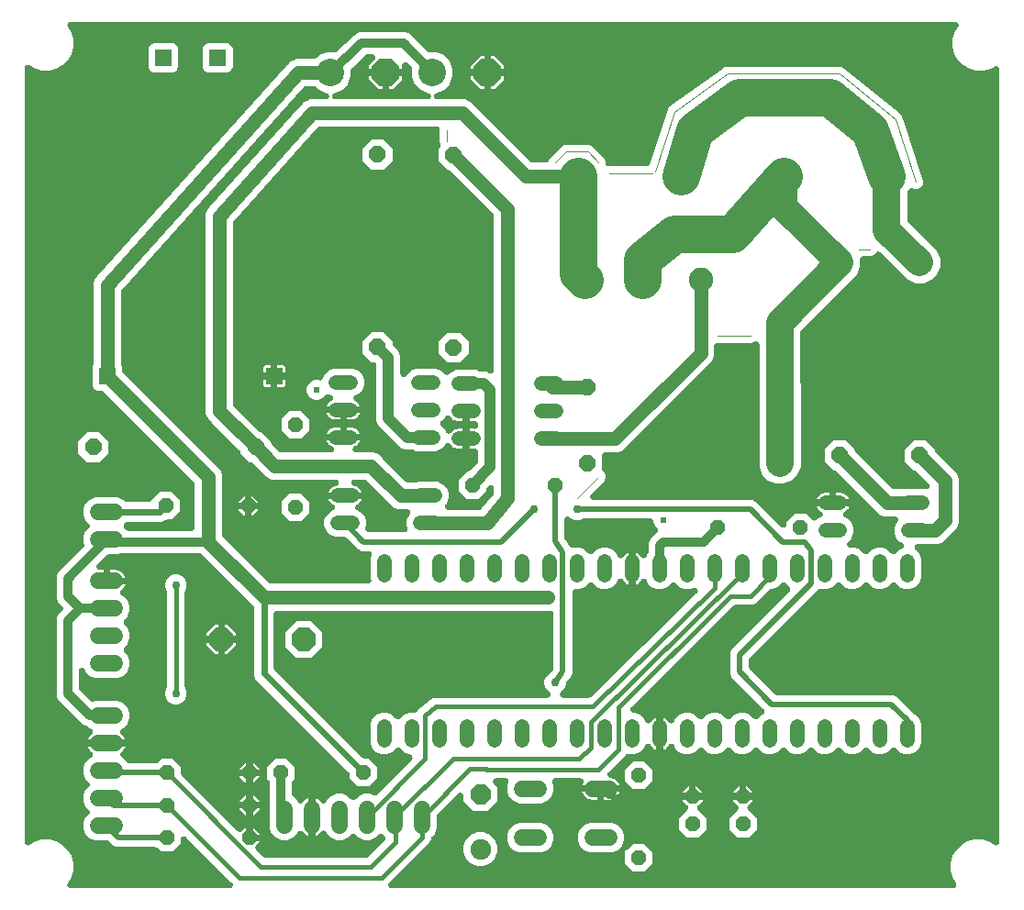
<source format=gbr>
G04 EAGLE Gerber X2 export*
%TF.Part,Single*%
%TF.FileFunction,Copper,L2,Bot,Mixed*%
%TF.FilePolarity,Positive*%
%TF.GenerationSoftware,Autodesk,EAGLE,9.0.0*%
%TF.CreationDate,2019-09-24T12:48:38Z*%
G75*
%MOMM*%
%FSLAX34Y34*%
%LPD*%
%AMOC8*
5,1,8,0,0,1.08239X$1,22.5*%
G01*
%ADD10C,1.320800*%
%ADD11C,2.250000*%
%ADD12P,1.429621X8X292.500000*%
%ADD13C,1.905000*%
%ADD14P,2.061953X8X112.500000*%
%ADD15P,1.649562X8X202.500000*%
%ADD16C,2.540000*%
%ADD17P,2.749271X8X22.500000*%
%ADD18C,1.524000*%
%ADD19C,3.000000*%
%ADD20R,1.508000X1.508000*%
%ADD21P,1.429621X8X202.500000*%
%ADD22P,1.649562X8X292.500000*%
%ADD23P,1.649562X8X22.500000*%
%ADD24P,1.429621X8X22.500000*%
%ADD25P,1.429621X8X112.500000*%
%ADD26P,2.336880X8X22.500000*%
%ADD27C,0.508000*%
%ADD28C,0.756400*%
%ADD29C,0.606400*%
%ADD30C,0.406400*%
%ADD31C,0.609600*%
%ADD32C,0.812800*%
%ADD33C,1.270000*%
%ADD34C,1.500000*%
%ADD35C,3.500000*%
%ADD36C,2.540000*%
%ADD37C,1.016000*%
%ADD38C,0.076200*%

G36*
X319525Y-9836D02*
X319525Y-9836D01*
X319563Y-9838D01*
X319771Y-9816D01*
X319979Y-9799D01*
X320015Y-9790D01*
X320054Y-9786D01*
X320255Y-9731D01*
X320457Y-9681D01*
X320492Y-9666D01*
X320529Y-9655D01*
X320719Y-9568D01*
X320911Y-9486D01*
X320943Y-9466D01*
X320978Y-9450D01*
X321151Y-9333D01*
X321327Y-9221D01*
X321355Y-9196D01*
X321387Y-9174D01*
X321539Y-9031D01*
X321695Y-8892D01*
X321719Y-8863D01*
X321746Y-8836D01*
X321874Y-8671D01*
X322005Y-8508D01*
X322023Y-8475D01*
X322047Y-8445D01*
X322145Y-8261D01*
X322249Y-8080D01*
X322262Y-8044D01*
X322280Y-8010D01*
X322347Y-7813D01*
X322420Y-7617D01*
X322428Y-7580D01*
X322440Y-7544D01*
X322475Y-7338D01*
X322515Y-7133D01*
X322516Y-7095D01*
X322522Y-7057D01*
X322524Y-6848D01*
X322530Y-6640D01*
X322525Y-6602D01*
X322525Y-6564D01*
X322493Y-6358D01*
X322466Y-6151D01*
X322455Y-6114D01*
X322449Y-6077D01*
X322384Y-5878D01*
X322323Y-5679D01*
X322307Y-5644D01*
X322295Y-5608D01*
X322198Y-5422D01*
X322106Y-5235D01*
X322084Y-5204D01*
X322067Y-5170D01*
X322009Y-5098D01*
X321821Y-4833D01*
X321700Y-4711D01*
X321641Y-4637D01*
X321180Y-4176D01*
X279603Y37402D01*
X279574Y37426D01*
X279548Y37455D01*
X279386Y37586D01*
X279227Y37721D01*
X279194Y37741D01*
X279164Y37765D01*
X278984Y37867D01*
X278804Y37976D01*
X278769Y37990D01*
X278736Y38009D01*
X278540Y38081D01*
X278346Y38159D01*
X278309Y38167D01*
X278273Y38180D01*
X278068Y38220D01*
X277864Y38265D01*
X277826Y38268D01*
X277789Y38275D01*
X277581Y38281D01*
X277372Y38293D01*
X277334Y38289D01*
X277296Y38290D01*
X277089Y38263D01*
X276881Y38241D01*
X276845Y38231D01*
X276807Y38226D01*
X276607Y38165D01*
X276406Y38110D01*
X276371Y38094D01*
X276334Y38083D01*
X276147Y37992D01*
X275957Y37905D01*
X275925Y37883D01*
X275891Y37866D01*
X275721Y37746D01*
X275548Y37629D01*
X275520Y37603D01*
X275489Y37581D01*
X275340Y37434D01*
X275188Y37291D01*
X275165Y37261D01*
X275138Y37234D01*
X275015Y37066D01*
X274888Y36900D01*
X274870Y36866D01*
X274848Y36835D01*
X274754Y36649D01*
X274655Y36465D01*
X274643Y36429D01*
X274625Y36395D01*
X274563Y36196D01*
X274495Y35998D01*
X274489Y35961D01*
X274477Y35925D01*
X274467Y35832D01*
X274412Y35512D01*
X274411Y35340D01*
X274401Y35247D01*
X274401Y31539D01*
X266961Y24099D01*
X256439Y24099D01*
X253268Y27271D01*
X253181Y27345D01*
X253100Y27426D01*
X252993Y27504D01*
X252892Y27590D01*
X252794Y27649D01*
X252702Y27716D01*
X252583Y27776D01*
X252469Y27845D01*
X252363Y27887D01*
X252261Y27939D01*
X252134Y27979D01*
X252011Y28028D01*
X251900Y28053D01*
X251791Y28087D01*
X251697Y28097D01*
X251529Y28135D01*
X251205Y28153D01*
X251113Y28163D01*
X215482Y28163D01*
X212308Y29478D01*
X208395Y33391D01*
X208308Y33465D01*
X208228Y33546D01*
X208121Y33624D01*
X208019Y33710D01*
X207921Y33769D01*
X207829Y33836D01*
X207710Y33896D01*
X207597Y33965D01*
X207491Y34007D01*
X207389Y34059D01*
X207262Y34099D01*
X207139Y34148D01*
X207027Y34173D01*
X206918Y34207D01*
X206825Y34217D01*
X206657Y34255D01*
X206333Y34273D01*
X206240Y34283D01*
X195652Y34283D01*
X190610Y36372D01*
X186752Y40230D01*
X184663Y45272D01*
X184663Y50728D01*
X186752Y55770D01*
X189527Y58545D01*
X189576Y58603D01*
X189632Y58656D01*
X189736Y58791D01*
X189846Y58921D01*
X189886Y58986D01*
X189932Y59047D01*
X190013Y59197D01*
X190101Y59344D01*
X190129Y59415D01*
X190165Y59482D01*
X190221Y59643D01*
X190284Y59802D01*
X190300Y59876D01*
X190325Y59948D01*
X190354Y60117D01*
X190391Y60284D01*
X190395Y60360D01*
X190408Y60435D01*
X190409Y60606D01*
X190418Y60776D01*
X190410Y60852D01*
X190411Y60928D01*
X190384Y61097D01*
X190366Y61267D01*
X190346Y61340D01*
X190334Y61415D01*
X190281Y61578D01*
X190236Y61742D01*
X190204Y61812D01*
X190180Y61884D01*
X190101Y62035D01*
X190030Y62191D01*
X189987Y62254D01*
X189952Y62322D01*
X189886Y62404D01*
X189754Y62600D01*
X189593Y62772D01*
X189527Y62855D01*
X186751Y65630D01*
X184663Y70672D01*
X184663Y76128D01*
X186752Y81170D01*
X189527Y83945D01*
X189576Y84003D01*
X189632Y84056D01*
X189736Y84191D01*
X189846Y84321D01*
X189886Y84386D01*
X189932Y84447D01*
X190013Y84597D01*
X190101Y84744D01*
X190129Y84815D01*
X190165Y84882D01*
X190221Y85043D01*
X190284Y85202D01*
X190300Y85276D01*
X190325Y85348D01*
X190354Y85517D01*
X190391Y85684D01*
X190395Y85760D01*
X190408Y85835D01*
X190409Y86006D01*
X190418Y86176D01*
X190410Y86252D01*
X190411Y86328D01*
X190384Y86497D01*
X190366Y86667D01*
X190346Y86740D01*
X190334Y86815D01*
X190281Y86978D01*
X190236Y87142D01*
X190204Y87212D01*
X190180Y87284D01*
X190101Y87435D01*
X190030Y87591D01*
X189987Y87654D01*
X189952Y87722D01*
X189886Y87804D01*
X189754Y88000D01*
X189593Y88172D01*
X189527Y88255D01*
X186751Y91030D01*
X184663Y96072D01*
X184663Y101528D01*
X186752Y106570D01*
X190610Y110428D01*
X191594Y110836D01*
X191748Y110915D01*
X191906Y110986D01*
X191967Y111027D01*
X192033Y111061D01*
X192173Y111164D01*
X192316Y111260D01*
X192371Y111310D01*
X192430Y111354D01*
X192551Y111478D01*
X192677Y111596D01*
X192723Y111654D01*
X192775Y111707D01*
X192874Y111849D01*
X192980Y111986D01*
X193015Y112051D01*
X193058Y112111D01*
X193133Y112267D01*
X193215Y112419D01*
X193239Y112489D01*
X193272Y112556D01*
X193321Y112722D01*
X193377Y112885D01*
X193390Y112958D01*
X193411Y113029D01*
X193433Y113201D01*
X193462Y113371D01*
X193463Y113445D01*
X193472Y113519D01*
X193466Y113691D01*
X193468Y113864D01*
X193457Y113938D01*
X193454Y114012D01*
X193420Y114181D01*
X193394Y114352D01*
X193371Y114422D01*
X193356Y114495D01*
X193295Y114657D01*
X193242Y114821D01*
X193208Y114887D01*
X193182Y114957D01*
X193095Y115106D01*
X193016Y115260D01*
X192972Y115320D01*
X192935Y115384D01*
X192825Y115518D01*
X192723Y115657D01*
X192680Y115696D01*
X192623Y115766D01*
X192253Y116092D01*
X192232Y116105D01*
X192219Y116117D01*
X191761Y116450D01*
X190630Y117581D01*
X189690Y118875D01*
X188964Y120300D01*
X188687Y121153D01*
X206000Y121153D01*
X223313Y121153D01*
X223036Y120300D01*
X222310Y118875D01*
X221370Y117581D01*
X220239Y116450D01*
X219781Y116117D01*
X219650Y116004D01*
X219513Y115898D01*
X219463Y115844D01*
X219406Y115795D01*
X219295Y115663D01*
X219178Y115536D01*
X219136Y115474D01*
X219089Y115418D01*
X219001Y115270D01*
X218905Y115125D01*
X218874Y115058D01*
X218836Y114994D01*
X218773Y114833D01*
X218702Y114676D01*
X218683Y114604D01*
X218656Y114535D01*
X218619Y114366D01*
X218574Y114199D01*
X218567Y114125D01*
X218551Y114053D01*
X218542Y113880D01*
X218525Y113708D01*
X218530Y113634D01*
X218526Y113560D01*
X218545Y113388D01*
X218556Y113216D01*
X218572Y113144D01*
X218581Y113070D01*
X218627Y112903D01*
X218666Y112735D01*
X218694Y112666D01*
X218714Y112595D01*
X218787Y112438D01*
X218852Y112278D01*
X218890Y112215D01*
X218922Y112147D01*
X219019Y112004D01*
X219109Y111857D01*
X219157Y111801D01*
X219199Y111739D01*
X219318Y111614D01*
X219431Y111483D01*
X219488Y111435D01*
X219539Y111382D01*
X219676Y111277D01*
X219809Y111166D01*
X219860Y111138D01*
X219932Y111083D01*
X220368Y110852D01*
X220391Y110845D01*
X220406Y110836D01*
X221390Y110428D01*
X225489Y106329D01*
X225576Y106255D01*
X225656Y106174D01*
X225764Y106096D01*
X225865Y106010D01*
X225963Y105951D01*
X226055Y105884D01*
X226174Y105824D01*
X226288Y105755D01*
X226394Y105713D01*
X226496Y105661D01*
X226622Y105621D01*
X226746Y105572D01*
X226857Y105547D01*
X226966Y105513D01*
X227060Y105503D01*
X227227Y105465D01*
X227552Y105447D01*
X227644Y105437D01*
X251113Y105437D01*
X251227Y105446D01*
X251341Y105445D01*
X251472Y105466D01*
X251605Y105477D01*
X251715Y105504D01*
X251828Y105522D01*
X251955Y105563D01*
X252084Y105595D01*
X252188Y105640D01*
X252297Y105676D01*
X252415Y105738D01*
X252537Y105790D01*
X252633Y105851D01*
X252735Y105904D01*
X252808Y105963D01*
X252953Y106055D01*
X253195Y106271D01*
X253268Y106329D01*
X256439Y109501D01*
X266961Y109501D01*
X274401Y102061D01*
X274401Y96857D01*
X274410Y96744D01*
X274409Y96629D01*
X274430Y96498D01*
X274441Y96366D01*
X274468Y96255D01*
X274486Y96142D01*
X274527Y96016D01*
X274559Y95887D01*
X274604Y95782D01*
X274640Y95673D01*
X274702Y95555D01*
X274754Y95433D01*
X274815Y95337D01*
X274868Y95236D01*
X274927Y95162D01*
X275019Y95017D01*
X275130Y94893D01*
X275157Y94856D01*
X275229Y94782D01*
X275235Y94775D01*
X275293Y94703D01*
X326927Y43069D01*
X326985Y43020D01*
X327037Y42964D01*
X327173Y42860D01*
X327303Y42749D01*
X327368Y42710D01*
X327428Y42664D01*
X327579Y42583D01*
X327725Y42495D01*
X327796Y42467D01*
X327863Y42431D01*
X328025Y42375D01*
X328183Y42312D01*
X328258Y42295D01*
X328330Y42271D01*
X328499Y42242D01*
X328665Y42205D01*
X328741Y42201D01*
X328816Y42188D01*
X328987Y42187D01*
X329158Y42177D01*
X329233Y42185D01*
X329310Y42185D01*
X329479Y42211D01*
X329648Y42230D01*
X329722Y42250D01*
X329797Y42262D01*
X329959Y42315D01*
X330124Y42360D01*
X330193Y42392D01*
X330266Y42416D01*
X330417Y42495D01*
X330572Y42566D01*
X330636Y42608D01*
X330703Y42644D01*
X330785Y42709D01*
X330982Y42841D01*
X331154Y43003D01*
X331236Y43069D01*
X334112Y45945D01*
X334853Y45945D01*
X334853Y36800D01*
X334859Y36724D01*
X334856Y36648D01*
X334879Y36479D01*
X334893Y36309D01*
X334911Y36235D01*
X334921Y36159D01*
X334970Y35995D01*
X335011Y35830D01*
X335041Y35760D01*
X335063Y35687D01*
X335138Y35533D01*
X335206Y35376D01*
X335247Y35312D01*
X335280Y35244D01*
X335379Y35104D01*
X335471Y34960D01*
X335522Y34904D01*
X335566Y34841D01*
X335686Y34720D01*
X335800Y34592D01*
X335859Y34544D01*
X335912Y34490D01*
X335913Y34490D01*
X336051Y34389D01*
X336184Y34282D01*
X336250Y34244D01*
X336312Y34199D01*
X336464Y34123D01*
X336613Y34038D01*
X336684Y34011D01*
X336752Y33977D01*
X336915Y33926D01*
X337075Y33866D01*
X337150Y33852D01*
X337223Y33829D01*
X337327Y33817D01*
X337559Y33772D01*
X337795Y33764D01*
X337900Y33753D01*
X347045Y33753D01*
X347045Y33012D01*
X344169Y30136D01*
X344120Y30078D01*
X344064Y30026D01*
X343960Y29891D01*
X343849Y29760D01*
X343810Y29695D01*
X343764Y29635D01*
X343683Y29484D01*
X343595Y29338D01*
X343567Y29267D01*
X343531Y29200D01*
X343475Y29038D01*
X343412Y28880D01*
X343395Y28805D01*
X343371Y28733D01*
X343342Y28565D01*
X343305Y28398D01*
X343301Y28322D01*
X343288Y28247D01*
X343287Y28076D01*
X343277Y27906D01*
X343285Y27830D01*
X343285Y27754D01*
X343311Y27585D01*
X343330Y27415D01*
X343350Y27342D01*
X343362Y27266D01*
X343415Y27104D01*
X343460Y26939D01*
X343492Y26870D01*
X343516Y26798D01*
X343595Y26646D01*
X343666Y26491D01*
X343708Y26428D01*
X343744Y26360D01*
X343809Y26278D01*
X343941Y26082D01*
X344103Y25909D01*
X344169Y25827D01*
X350975Y19021D01*
X351061Y18947D01*
X351142Y18866D01*
X351249Y18788D01*
X351350Y18702D01*
X351448Y18643D01*
X351541Y18576D01*
X351659Y18516D01*
X351773Y18447D01*
X351879Y18405D01*
X351981Y18353D01*
X352108Y18313D01*
X352231Y18264D01*
X352342Y18239D01*
X352452Y18205D01*
X352545Y18195D01*
X352713Y18157D01*
X353037Y18139D01*
X353129Y18129D01*
X445371Y18129D01*
X445484Y18138D01*
X445599Y18137D01*
X445730Y18158D01*
X445862Y18169D01*
X445973Y18196D01*
X446086Y18214D01*
X446212Y18255D01*
X446341Y18287D01*
X446446Y18332D01*
X446555Y18368D01*
X446673Y18430D01*
X446795Y18482D01*
X446891Y18543D01*
X446992Y18596D01*
X447066Y18655D01*
X447211Y18747D01*
X447453Y18963D01*
X447525Y19021D01*
X462438Y33934D01*
X462487Y33992D01*
X462543Y34044D01*
X462647Y34180D01*
X462758Y34310D01*
X462797Y34375D01*
X462843Y34436D01*
X462924Y34586D01*
X463012Y34732D01*
X463041Y34803D01*
X463077Y34870D01*
X463132Y35032D01*
X463195Y35191D01*
X463212Y35265D01*
X463237Y35337D01*
X463265Y35506D01*
X463302Y35672D01*
X463306Y35748D01*
X463319Y35823D01*
X463320Y35994D01*
X463330Y36165D01*
X463322Y36241D01*
X463322Y36317D01*
X463296Y36486D01*
X463278Y36655D01*
X463257Y36729D01*
X463246Y36804D01*
X463192Y36966D01*
X463147Y37131D01*
X463115Y37200D01*
X463091Y37273D01*
X463013Y37424D01*
X462941Y37579D01*
X462899Y37643D01*
X462863Y37710D01*
X462798Y37793D01*
X462666Y37989D01*
X462504Y38161D01*
X462438Y38243D01*
X461155Y39527D01*
X461097Y39576D01*
X461044Y39632D01*
X460909Y39736D01*
X460779Y39846D01*
X460714Y39886D01*
X460653Y39932D01*
X460502Y40013D01*
X460356Y40101D01*
X460285Y40129D01*
X460218Y40165D01*
X460057Y40221D01*
X459898Y40284D01*
X459824Y40301D01*
X459752Y40325D01*
X459583Y40354D01*
X459416Y40391D01*
X459340Y40395D01*
X459265Y40408D01*
X459094Y40409D01*
X458924Y40418D01*
X458848Y40410D01*
X458772Y40411D01*
X458603Y40384D01*
X458433Y40366D01*
X458360Y40346D01*
X458285Y40334D01*
X458122Y40281D01*
X457958Y40236D01*
X457889Y40204D01*
X457816Y40180D01*
X457664Y40101D01*
X457509Y40030D01*
X457446Y39987D01*
X457378Y39952D01*
X457296Y39886D01*
X457100Y39754D01*
X456928Y39593D01*
X456845Y39527D01*
X454070Y36751D01*
X449028Y34663D01*
X443572Y34663D01*
X438530Y36752D01*
X435755Y39527D01*
X435697Y39576D01*
X435644Y39632D01*
X435509Y39736D01*
X435379Y39846D01*
X435314Y39886D01*
X435253Y39932D01*
X435103Y40013D01*
X434956Y40101D01*
X434885Y40129D01*
X434818Y40165D01*
X434657Y40221D01*
X434498Y40284D01*
X434424Y40300D01*
X434352Y40325D01*
X434183Y40354D01*
X434016Y40391D01*
X433940Y40395D01*
X433865Y40408D01*
X433694Y40409D01*
X433524Y40418D01*
X433448Y40410D01*
X433372Y40411D01*
X433203Y40384D01*
X433033Y40366D01*
X432960Y40346D01*
X432885Y40334D01*
X432722Y40281D01*
X432558Y40236D01*
X432488Y40204D01*
X432416Y40180D01*
X432265Y40101D01*
X432109Y40030D01*
X432046Y39987D01*
X431978Y39952D01*
X431896Y39886D01*
X431700Y39754D01*
X431528Y39593D01*
X431445Y39527D01*
X428670Y36751D01*
X423628Y34663D01*
X418172Y34663D01*
X413130Y36752D01*
X409272Y40610D01*
X408864Y41594D01*
X408785Y41748D01*
X408714Y41906D01*
X408673Y41967D01*
X408639Y42033D01*
X408536Y42173D01*
X408440Y42316D01*
X408390Y42371D01*
X408346Y42430D01*
X408222Y42551D01*
X408104Y42677D01*
X408046Y42723D01*
X407993Y42775D01*
X407851Y42874D01*
X407714Y42980D01*
X407649Y43015D01*
X407589Y43058D01*
X407433Y43133D01*
X407281Y43215D01*
X407211Y43239D01*
X407144Y43272D01*
X406978Y43321D01*
X406815Y43377D01*
X406742Y43390D01*
X406671Y43411D01*
X406499Y43433D01*
X406329Y43462D01*
X406255Y43463D01*
X406181Y43472D01*
X406009Y43466D01*
X405836Y43468D01*
X405762Y43457D01*
X405688Y43454D01*
X405519Y43420D01*
X405348Y43394D01*
X405278Y43371D01*
X405205Y43356D01*
X405043Y43295D01*
X404879Y43242D01*
X404813Y43208D01*
X404743Y43182D01*
X404594Y43095D01*
X404440Y43016D01*
X404380Y42972D01*
X404316Y42935D01*
X404182Y42825D01*
X404043Y42723D01*
X404004Y42680D01*
X403934Y42623D01*
X403608Y42253D01*
X403595Y42232D01*
X403583Y42219D01*
X403250Y41761D01*
X402119Y40630D01*
X400825Y39690D01*
X399400Y38964D01*
X398547Y38687D01*
X398547Y56000D01*
X398547Y73313D01*
X399400Y73036D01*
X400825Y72310D01*
X402119Y71370D01*
X403250Y70239D01*
X403583Y69781D01*
X403696Y69650D01*
X403802Y69513D01*
X403856Y69463D01*
X403905Y69406D01*
X404037Y69295D01*
X404164Y69178D01*
X404226Y69136D01*
X404282Y69089D01*
X404430Y69001D01*
X404575Y68905D01*
X404642Y68874D01*
X404706Y68836D01*
X404867Y68773D01*
X405024Y68702D01*
X405096Y68683D01*
X405165Y68656D01*
X405334Y68619D01*
X405501Y68574D01*
X405575Y68567D01*
X405647Y68551D01*
X405820Y68542D01*
X405992Y68525D01*
X406066Y68530D01*
X406140Y68526D01*
X406312Y68545D01*
X406484Y68556D01*
X406556Y68572D01*
X406630Y68581D01*
X406797Y68627D01*
X406965Y68666D01*
X407034Y68694D01*
X407105Y68714D01*
X407262Y68787D01*
X407422Y68852D01*
X407485Y68890D01*
X407553Y68922D01*
X407696Y69019D01*
X407843Y69109D01*
X407899Y69157D01*
X407961Y69199D01*
X408086Y69318D01*
X408217Y69431D01*
X408265Y69488D01*
X408318Y69539D01*
X408423Y69676D01*
X408534Y69809D01*
X408562Y69860D01*
X408617Y69932D01*
X408848Y70368D01*
X408855Y70391D01*
X408864Y70406D01*
X409272Y71390D01*
X413130Y75248D01*
X418172Y77337D01*
X423628Y77337D01*
X428670Y75249D01*
X431445Y72473D01*
X431503Y72424D01*
X431555Y72368D01*
X431691Y72264D01*
X431821Y72154D01*
X431887Y72114D01*
X431947Y72068D01*
X432097Y71987D01*
X432244Y71899D01*
X432314Y71871D01*
X432382Y71835D01*
X432543Y71779D01*
X432702Y71716D01*
X432776Y71700D01*
X432848Y71675D01*
X433017Y71646D01*
X433183Y71609D01*
X433260Y71605D01*
X433335Y71592D01*
X433506Y71591D01*
X433676Y71582D01*
X433752Y71590D01*
X433828Y71589D01*
X433997Y71616D01*
X434167Y71634D01*
X434240Y71654D01*
X434315Y71666D01*
X434478Y71719D01*
X434642Y71764D01*
X434712Y71796D01*
X434784Y71820D01*
X434936Y71899D01*
X435091Y71970D01*
X435154Y72013D01*
X435222Y72048D01*
X435304Y72114D01*
X435500Y72246D01*
X435672Y72408D01*
X435755Y72473D01*
X438530Y75248D01*
X443572Y77337D01*
X449028Y77337D01*
X452177Y76033D01*
X452384Y75966D01*
X452591Y75895D01*
X452619Y75890D01*
X452646Y75881D01*
X452862Y75849D01*
X453077Y75812D01*
X453106Y75812D01*
X453134Y75808D01*
X453352Y75811D01*
X453571Y75809D01*
X453599Y75814D01*
X453627Y75814D01*
X453842Y75852D01*
X454058Y75886D01*
X454085Y75895D01*
X454113Y75900D01*
X454319Y75972D01*
X454527Y76040D01*
X454552Y76053D01*
X454579Y76063D01*
X454770Y76167D01*
X454964Y76268D01*
X454983Y76283D01*
X455012Y76299D01*
X455402Y76601D01*
X455456Y76660D01*
X455497Y76693D01*
X487398Y108593D01*
X487422Y108622D01*
X487451Y108648D01*
X487582Y108810D01*
X487717Y108969D01*
X487737Y109002D01*
X487761Y109032D01*
X487863Y109212D01*
X487972Y109392D01*
X487986Y109427D01*
X488005Y109460D01*
X488077Y109656D01*
X488155Y109850D01*
X488163Y109887D01*
X488176Y109923D01*
X488216Y110128D01*
X488261Y110332D01*
X488264Y110370D01*
X488271Y110407D01*
X488277Y110615D01*
X488289Y110824D01*
X488285Y110862D01*
X488286Y110900D01*
X488259Y111107D01*
X488237Y111315D01*
X488227Y111351D01*
X488222Y111389D01*
X488161Y111589D01*
X488106Y111790D01*
X488090Y111825D01*
X488079Y111862D01*
X487988Y112049D01*
X487901Y112239D01*
X487879Y112271D01*
X487862Y112305D01*
X487742Y112475D01*
X487625Y112648D01*
X487599Y112676D01*
X487577Y112707D01*
X487430Y112856D01*
X487287Y113008D01*
X487257Y113031D01*
X487230Y113058D01*
X487062Y113181D01*
X486896Y113308D01*
X486862Y113326D01*
X486831Y113348D01*
X486645Y113442D01*
X486461Y113541D01*
X486425Y113553D01*
X486391Y113571D01*
X486192Y113633D01*
X485994Y113701D01*
X485957Y113707D01*
X485921Y113719D01*
X485828Y113729D01*
X485508Y113784D01*
X485336Y113785D01*
X485285Y113790D01*
X480606Y115729D01*
X477255Y119080D01*
X477197Y119129D01*
X477144Y119185D01*
X477009Y119289D01*
X476879Y119399D01*
X476814Y119439D01*
X476753Y119485D01*
X476603Y119566D01*
X476456Y119654D01*
X476385Y119682D01*
X476318Y119718D01*
X476157Y119774D01*
X475998Y119837D01*
X475924Y119853D01*
X475852Y119878D01*
X475683Y119907D01*
X475516Y119944D01*
X475440Y119948D01*
X475365Y119961D01*
X475194Y119962D01*
X475024Y119971D01*
X474948Y119963D01*
X474872Y119964D01*
X474703Y119937D01*
X474533Y119919D01*
X474460Y119899D01*
X474385Y119887D01*
X474222Y119834D01*
X474058Y119788D01*
X473988Y119757D01*
X473916Y119733D01*
X473765Y119654D01*
X473609Y119583D01*
X473546Y119540D01*
X473478Y119505D01*
X473396Y119439D01*
X473200Y119307D01*
X473028Y119145D01*
X472945Y119080D01*
X469594Y115729D01*
X464926Y113795D01*
X459874Y113795D01*
X455206Y115729D01*
X451633Y119302D01*
X449699Y123970D01*
X449699Y142230D01*
X451633Y146898D01*
X455206Y150471D01*
X459874Y152405D01*
X464926Y152405D01*
X469594Y150471D01*
X472945Y147120D01*
X473003Y147071D01*
X473055Y147015D01*
X473191Y146912D01*
X473321Y146801D01*
X473387Y146761D01*
X473447Y146715D01*
X473597Y146634D01*
X473744Y146546D01*
X473814Y146518D01*
X473882Y146482D01*
X474043Y146426D01*
X474202Y146363D01*
X474276Y146347D01*
X474348Y146322D01*
X474517Y146293D01*
X474683Y146256D01*
X474760Y146252D01*
X474835Y146239D01*
X475006Y146238D01*
X475176Y146229D01*
X475252Y146237D01*
X475328Y146236D01*
X475497Y146263D01*
X475667Y146281D01*
X475740Y146301D01*
X475815Y146313D01*
X475978Y146366D01*
X476142Y146412D01*
X476212Y146443D01*
X476284Y146467D01*
X476436Y146546D01*
X476591Y146617D01*
X476654Y146660D01*
X476722Y146695D01*
X476804Y146761D01*
X477000Y146893D01*
X477173Y147055D01*
X477255Y147120D01*
X480606Y150471D01*
X485274Y152405D01*
X490161Y152405D01*
X490379Y152422D01*
X490597Y152436D01*
X490625Y152442D01*
X490653Y152445D01*
X490865Y152497D01*
X491078Y152546D01*
X491104Y152557D01*
X491132Y152563D01*
X491333Y152650D01*
X491535Y152732D01*
X491559Y152747D01*
X491585Y152758D01*
X491770Y152875D01*
X491956Y152989D01*
X491978Y153008D01*
X492001Y153023D01*
X492164Y153168D01*
X492330Y153311D01*
X492348Y153333D01*
X492369Y153352D01*
X492506Y153521D01*
X492647Y153689D01*
X492658Y153710D01*
X492679Y153736D01*
X492923Y154164D01*
X492951Y154240D01*
X492977Y154286D01*
X493109Y154605D01*
X493130Y154626D01*
X493187Y154693D01*
X493251Y154754D01*
X493311Y154838D01*
X493450Y155002D01*
X493584Y155225D01*
X493645Y155311D01*
X493659Y155337D01*
X494439Y155961D01*
X494608Y156120D01*
X494690Y156186D01*
X495395Y156891D01*
X495423Y156903D01*
X495502Y156943D01*
X495584Y156975D01*
X495671Y157030D01*
X495862Y157128D01*
X496072Y157283D01*
X496161Y157339D01*
X504439Y163961D01*
X504608Y164120D01*
X504690Y164186D01*
X505395Y164891D01*
X505423Y164903D01*
X505502Y164943D01*
X505584Y164975D01*
X505671Y165030D01*
X505862Y165128D01*
X506072Y165282D01*
X506161Y165339D01*
X506185Y165358D01*
X507143Y165635D01*
X507360Y165718D01*
X507461Y165747D01*
X508383Y166129D01*
X508413Y166129D01*
X508501Y166136D01*
X508589Y166134D01*
X508691Y166151D01*
X508905Y166169D01*
X509158Y166231D01*
X509261Y166249D01*
X509291Y166258D01*
X510283Y166147D01*
X510515Y166140D01*
X510619Y166129D01*
X612544Y166129D01*
X612582Y166132D01*
X612620Y166130D01*
X612828Y166152D01*
X613036Y166169D01*
X613073Y166178D01*
X613111Y166182D01*
X613312Y166237D01*
X613514Y166287D01*
X613549Y166302D01*
X613586Y166313D01*
X613776Y166400D01*
X613968Y166482D01*
X614000Y166502D01*
X614035Y166518D01*
X614208Y166635D01*
X614384Y166747D01*
X614412Y166772D01*
X614444Y166794D01*
X614596Y166937D01*
X614752Y167076D01*
X614776Y167105D01*
X614804Y167131D01*
X614931Y167298D01*
X615062Y167460D01*
X615081Y167492D01*
X615104Y167523D01*
X615203Y167707D01*
X615306Y167888D01*
X615319Y167924D01*
X615337Y167958D01*
X615405Y168154D01*
X615477Y168351D01*
X615485Y168388D01*
X615497Y168424D01*
X615532Y168631D01*
X615572Y168835D01*
X615573Y168873D01*
X615580Y168911D01*
X615581Y169120D01*
X615587Y169328D01*
X615582Y169366D01*
X615583Y169404D01*
X615550Y169611D01*
X615523Y169817D01*
X615512Y169854D01*
X615506Y169891D01*
X615441Y170090D01*
X615380Y170289D01*
X615364Y170324D01*
X615352Y170360D01*
X615255Y170545D01*
X615164Y170733D01*
X615142Y170764D01*
X615124Y170798D01*
X615066Y170870D01*
X614878Y171135D01*
X614757Y171257D01*
X614699Y171331D01*
X611625Y174404D01*
X610121Y178035D01*
X610121Y181965D01*
X611625Y185596D01*
X614404Y188375D01*
X614873Y188569D01*
X614899Y188582D01*
X614926Y188592D01*
X615118Y188694D01*
X615312Y188794D01*
X615335Y188811D01*
X615361Y188825D01*
X615534Y188958D01*
X615709Y189087D01*
X615729Y189108D01*
X615752Y189125D01*
X615807Y189187D01*
X616053Y189440D01*
X616144Y189570D01*
X616203Y189637D01*
X617812Y191936D01*
X617860Y192018D01*
X617916Y192094D01*
X617985Y192230D01*
X618062Y192361D01*
X618096Y192450D01*
X618139Y192535D01*
X618184Y192680D01*
X618239Y192822D01*
X618258Y192915D01*
X618287Y193005D01*
X618298Y193106D01*
X618340Y193305D01*
X618352Y193580D01*
X618363Y193683D01*
X618363Y226390D01*
X618362Y226400D01*
X618363Y226410D01*
X618343Y226645D01*
X618323Y226882D01*
X618321Y226891D01*
X618320Y226901D01*
X618309Y226939D01*
X618205Y227361D01*
X618153Y227481D01*
X618131Y227556D01*
X617871Y228184D01*
X617871Y231816D01*
X618131Y232444D01*
X618134Y232453D01*
X618139Y232461D01*
X618210Y232689D01*
X618283Y232913D01*
X618284Y232923D01*
X618287Y232932D01*
X618291Y232972D01*
X618356Y233401D01*
X618354Y233532D01*
X618363Y233610D01*
X618363Y243406D01*
X618357Y243482D01*
X618359Y243558D01*
X618337Y243727D01*
X618323Y243898D01*
X618305Y243972D01*
X618295Y244047D01*
X618246Y244211D01*
X618205Y244377D01*
X618175Y244446D01*
X618153Y244520D01*
X618077Y244673D01*
X618010Y244830D01*
X617969Y244894D01*
X617936Y244963D01*
X617837Y245102D01*
X617745Y245246D01*
X617694Y245303D01*
X617650Y245365D01*
X617530Y245486D01*
X617416Y245614D01*
X617357Y245662D01*
X617303Y245716D01*
X617165Y245817D01*
X617032Y245924D01*
X616966Y245961D01*
X616905Y246006D01*
X616752Y246083D01*
X616604Y246168D01*
X616532Y246194D01*
X616464Y246229D01*
X616301Y246280D01*
X616141Y246339D01*
X616066Y246354D01*
X615994Y246377D01*
X615889Y246389D01*
X615657Y246434D01*
X615421Y246441D01*
X615316Y246453D01*
X363292Y246453D01*
X363216Y246447D01*
X363140Y246449D01*
X362971Y246427D01*
X362800Y246413D01*
X362726Y246395D01*
X362651Y246385D01*
X362487Y246336D01*
X362321Y246295D01*
X362252Y246265D01*
X362178Y246243D01*
X362025Y246167D01*
X361868Y246100D01*
X361804Y246059D01*
X361735Y246026D01*
X361596Y245927D01*
X361452Y245835D01*
X361395Y245784D01*
X361333Y245740D01*
X361212Y245620D01*
X361084Y245506D01*
X361036Y245447D01*
X360982Y245393D01*
X360881Y245255D01*
X360774Y245122D01*
X360737Y245056D01*
X360692Y244995D01*
X360615Y244842D01*
X360530Y244694D01*
X360504Y244622D01*
X360469Y244554D01*
X360418Y244391D01*
X360359Y244231D01*
X360344Y244156D01*
X360321Y244084D01*
X360309Y243979D01*
X360264Y243747D01*
X360257Y243511D01*
X360245Y243406D01*
X360245Y193850D01*
X360254Y193736D01*
X360253Y193622D01*
X360274Y193491D01*
X360285Y193358D01*
X360312Y193248D01*
X360330Y193135D01*
X360371Y193008D01*
X360403Y192880D01*
X360448Y192775D01*
X360484Y192666D01*
X360546Y192548D01*
X360598Y192426D01*
X360659Y192330D01*
X360712Y192229D01*
X360771Y192155D01*
X360863Y192010D01*
X361079Y191768D01*
X361137Y191695D01*
X442439Y110393D01*
X442526Y110319D01*
X442607Y110238D01*
X442714Y110160D01*
X442815Y110074D01*
X442913Y110015D01*
X443005Y109948D01*
X443124Y109888D01*
X443238Y109819D01*
X443344Y109777D01*
X443446Y109725D01*
X443573Y109685D01*
X443696Y109636D01*
X443807Y109611D01*
X443916Y109577D01*
X444010Y109567D01*
X444178Y109529D01*
X444502Y109511D01*
X444594Y109501D01*
X448361Y109501D01*
X455801Y102061D01*
X455801Y91539D01*
X448361Y84099D01*
X437839Y84099D01*
X430399Y91539D01*
X430399Y95306D01*
X430390Y95420D01*
X430391Y95534D01*
X430370Y95665D01*
X430359Y95798D01*
X430332Y95908D01*
X430314Y96021D01*
X430273Y96148D01*
X430241Y96276D01*
X430196Y96381D01*
X430160Y96490D01*
X430098Y96608D01*
X430046Y96730D01*
X429985Y96826D01*
X429932Y96927D01*
X429873Y97001D01*
X429781Y97146D01*
X429565Y97388D01*
X429507Y97461D01*
X343347Y183620D01*
X341955Y186981D01*
X341955Y249180D01*
X341949Y249255D01*
X341951Y249329D01*
X341946Y249367D01*
X341947Y249408D01*
X341926Y249540D01*
X341915Y249672D01*
X341896Y249749D01*
X341887Y249818D01*
X341877Y249851D01*
X341870Y249896D01*
X341829Y250022D01*
X341797Y250151D01*
X341763Y250228D01*
X341745Y250291D01*
X341731Y250318D01*
X341716Y250364D01*
X341654Y250482D01*
X341602Y250604D01*
X341554Y250679D01*
X341528Y250734D01*
X341512Y250756D01*
X341488Y250802D01*
X341429Y250875D01*
X341337Y251020D01*
X341275Y251089D01*
X341242Y251136D01*
X341152Y251228D01*
X341121Y251262D01*
X341063Y251335D01*
X293451Y298947D01*
X293364Y299021D01*
X293284Y299102D01*
X293176Y299180D01*
X293075Y299266D01*
X292977Y299325D01*
X292885Y299392D01*
X292766Y299452D01*
X292652Y299521D01*
X292546Y299563D01*
X292444Y299615D01*
X292318Y299655D01*
X292194Y299704D01*
X292083Y299729D01*
X291974Y299763D01*
X291880Y299773D01*
X291713Y299811D01*
X291388Y299829D01*
X291296Y299839D01*
X220711Y299839D01*
X220701Y299838D01*
X220692Y299839D01*
X220456Y299819D01*
X220219Y299799D01*
X220210Y299797D01*
X220200Y299796D01*
X220162Y299785D01*
X219741Y299681D01*
X219620Y299629D01*
X219545Y299607D01*
X216348Y298283D01*
X207915Y298283D01*
X207801Y298274D01*
X207687Y298275D01*
X207556Y298254D01*
X207423Y298243D01*
X207312Y298216D01*
X207200Y298198D01*
X207073Y298157D01*
X206944Y298125D01*
X206840Y298080D01*
X206731Y298044D01*
X206613Y297982D01*
X206491Y297930D01*
X206395Y297869D01*
X206293Y297816D01*
X206220Y297757D01*
X206075Y297665D01*
X205833Y297449D01*
X205760Y297391D01*
X197632Y289263D01*
X197608Y289234D01*
X197579Y289208D01*
X197448Y289046D01*
X197313Y288887D01*
X197293Y288854D01*
X197269Y288824D01*
X197166Y288644D01*
X197058Y288464D01*
X197044Y288429D01*
X197025Y288396D01*
X196952Y288200D01*
X196875Y288006D01*
X196867Y287969D01*
X196853Y287933D01*
X196813Y287728D01*
X196768Y287524D01*
X196766Y287486D01*
X196759Y287449D01*
X196752Y287241D01*
X196741Y287032D01*
X196745Y286994D01*
X196743Y286956D01*
X196771Y286749D01*
X196793Y286541D01*
X196803Y286505D01*
X196808Y286467D01*
X196868Y286267D01*
X196923Y286066D01*
X196939Y286031D01*
X196950Y285994D01*
X197042Y285807D01*
X197129Y285617D01*
X197151Y285585D01*
X197167Y285551D01*
X197288Y285381D01*
X197405Y285208D01*
X197431Y285180D01*
X197453Y285149D01*
X197599Y285000D01*
X197742Y284848D01*
X197773Y284825D01*
X197799Y284798D01*
X197968Y284675D01*
X198134Y284548D01*
X198167Y284530D01*
X198198Y284508D01*
X198385Y284414D01*
X198569Y284315D01*
X198605Y284303D01*
X198639Y284285D01*
X198838Y284223D01*
X199035Y284155D01*
X199073Y284149D01*
X199109Y284137D01*
X199202Y284127D01*
X199522Y284072D01*
X199694Y284071D01*
X199787Y284061D01*
X202953Y284061D01*
X202953Y273900D01*
X202959Y273824D01*
X202956Y273748D01*
X202979Y273579D01*
X202993Y273409D01*
X203011Y273335D01*
X203021Y273259D01*
X203070Y273095D01*
X203111Y272930D01*
X203141Y272860D01*
X203163Y272787D01*
X203238Y272633D01*
X203306Y272476D01*
X203347Y272412D01*
X203380Y272344D01*
X203479Y272204D01*
X203571Y272060D01*
X203622Y272004D01*
X203666Y271941D01*
X203786Y271820D01*
X203900Y271692D01*
X203959Y271644D01*
X204012Y271590D01*
X204013Y271590D01*
X204151Y271489D01*
X204284Y271382D01*
X204350Y271344D01*
X204412Y271299D01*
X204564Y271223D01*
X204713Y271138D01*
X204784Y271111D01*
X204852Y271077D01*
X205015Y271026D01*
X205175Y270966D01*
X205250Y270952D01*
X205323Y270929D01*
X205427Y270917D01*
X205659Y270872D01*
X205895Y270864D01*
X206000Y270853D01*
X223313Y270853D01*
X223036Y270000D01*
X222310Y268575D01*
X221370Y267281D01*
X220239Y266150D01*
X219781Y265817D01*
X219650Y265704D01*
X219513Y265598D01*
X219463Y265544D01*
X219406Y265495D01*
X219295Y265363D01*
X219178Y265236D01*
X219136Y265174D01*
X219089Y265118D01*
X219001Y264970D01*
X218905Y264825D01*
X218874Y264758D01*
X218836Y264694D01*
X218773Y264533D01*
X218702Y264376D01*
X218683Y264304D01*
X218656Y264235D01*
X218619Y264066D01*
X218574Y263899D01*
X218567Y263825D01*
X218551Y263753D01*
X218542Y263580D01*
X218525Y263408D01*
X218530Y263334D01*
X218526Y263260D01*
X218545Y263088D01*
X218556Y262916D01*
X218572Y262844D01*
X218581Y262770D01*
X218627Y262603D01*
X218666Y262435D01*
X218694Y262366D01*
X218714Y262295D01*
X218787Y262138D01*
X218852Y261978D01*
X218890Y261915D01*
X218922Y261847D01*
X219019Y261704D01*
X219109Y261557D01*
X219157Y261501D01*
X219199Y261439D01*
X219318Y261314D01*
X219431Y261183D01*
X219488Y261135D01*
X219539Y261082D01*
X219676Y260977D01*
X219809Y260866D01*
X219860Y260838D01*
X219932Y260783D01*
X220368Y260552D01*
X220391Y260545D01*
X220406Y260536D01*
X221390Y260128D01*
X225248Y256270D01*
X227337Y251228D01*
X227337Y245772D01*
X225249Y240730D01*
X222473Y237955D01*
X222424Y237897D01*
X222368Y237845D01*
X222264Y237709D01*
X222154Y237579D01*
X222114Y237513D01*
X222068Y237453D01*
X221987Y237303D01*
X221899Y237156D01*
X221871Y237086D01*
X221835Y237018D01*
X221779Y236857D01*
X221716Y236698D01*
X221700Y236624D01*
X221675Y236552D01*
X221646Y236383D01*
X221609Y236217D01*
X221605Y236140D01*
X221592Y236065D01*
X221591Y235894D01*
X221582Y235724D01*
X221590Y235648D01*
X221589Y235572D01*
X221616Y235403D01*
X221634Y235233D01*
X221654Y235160D01*
X221666Y235085D01*
X221719Y234922D01*
X221764Y234758D01*
X221796Y234688D01*
X221820Y234616D01*
X221899Y234464D01*
X221970Y234309D01*
X222013Y234246D01*
X222048Y234178D01*
X222114Y234096D01*
X222246Y233900D01*
X222408Y233728D01*
X222473Y233645D01*
X225248Y230870D01*
X227337Y225828D01*
X227337Y220372D01*
X225249Y215330D01*
X222473Y212555D01*
X222424Y212497D01*
X222368Y212445D01*
X222264Y212309D01*
X222154Y212179D01*
X222114Y212113D01*
X222068Y212053D01*
X221987Y211903D01*
X221899Y211756D01*
X221871Y211686D01*
X221835Y211618D01*
X221779Y211457D01*
X221716Y211298D01*
X221700Y211224D01*
X221675Y211152D01*
X221646Y210983D01*
X221609Y210817D01*
X221605Y210740D01*
X221592Y210665D01*
X221591Y210494D01*
X221582Y210324D01*
X221590Y210248D01*
X221589Y210172D01*
X221616Y210003D01*
X221634Y209833D01*
X221654Y209760D01*
X221666Y209685D01*
X221719Y209522D01*
X221764Y209358D01*
X221796Y209288D01*
X221820Y209216D01*
X221899Y209064D01*
X221970Y208909D01*
X222013Y208846D01*
X222048Y208778D01*
X222114Y208696D01*
X222246Y208500D01*
X222408Y208328D01*
X222473Y208245D01*
X225248Y205470D01*
X227337Y200428D01*
X227337Y194972D01*
X225248Y189930D01*
X221390Y186072D01*
X216348Y183983D01*
X195652Y183983D01*
X190610Y186072D01*
X186752Y189930D01*
X186023Y191688D01*
X185958Y191815D01*
X185902Y191946D01*
X185846Y192034D01*
X185798Y192127D01*
X185713Y192242D01*
X185637Y192362D01*
X185567Y192440D01*
X185505Y192524D01*
X185403Y192624D01*
X185308Y192730D01*
X185227Y192796D01*
X185152Y192869D01*
X185035Y192950D01*
X184924Y193040D01*
X184834Y193092D01*
X184748Y193152D01*
X184620Y193213D01*
X184496Y193284D01*
X184398Y193320D01*
X184304Y193366D01*
X184167Y193406D01*
X184033Y193456D01*
X183931Y193476D01*
X183830Y193505D01*
X183689Y193523D01*
X183549Y193550D01*
X183445Y193553D01*
X183341Y193566D01*
X183198Y193561D01*
X183056Y193566D01*
X182952Y193552D01*
X182848Y193548D01*
X182708Y193520D01*
X182567Y193501D01*
X182467Y193471D01*
X182364Y193450D01*
X182231Y193400D01*
X182094Y193359D01*
X182001Y193313D01*
X181903Y193276D01*
X181779Y193204D01*
X181651Y193142D01*
X181566Y193081D01*
X181476Y193029D01*
X181365Y192939D01*
X181249Y192856D01*
X181175Y192783D01*
X181094Y192717D01*
X180999Y192610D01*
X180898Y192510D01*
X180837Y192425D01*
X180767Y192347D01*
X180691Y192226D01*
X180608Y192111D01*
X180561Y192018D01*
X180505Y191929D01*
X180450Y191797D01*
X180385Y191670D01*
X180354Y191571D01*
X180313Y191474D01*
X180280Y191336D01*
X180237Y191200D01*
X180228Y191122D01*
X180198Y190995D01*
X180165Y190562D01*
X180161Y190522D01*
X180161Y175471D01*
X180170Y175357D01*
X180169Y175243D01*
X180190Y175112D01*
X180201Y174979D01*
X180228Y174868D01*
X180246Y174756D01*
X180287Y174629D01*
X180319Y174500D01*
X180364Y174396D01*
X180400Y174287D01*
X180462Y174169D01*
X180514Y174047D01*
X180575Y173951D01*
X180628Y173849D01*
X180687Y173776D01*
X180779Y173631D01*
X180995Y173389D01*
X181053Y173316D01*
X190960Y163410D01*
X191126Y163268D01*
X191290Y163124D01*
X191314Y163108D01*
X191336Y163090D01*
X191523Y162977D01*
X191708Y162861D01*
X191734Y162850D01*
X191758Y162835D01*
X191961Y162754D01*
X192162Y162670D01*
X192190Y162663D01*
X192217Y162652D01*
X192430Y162605D01*
X192642Y162554D01*
X192670Y162552D01*
X192698Y162546D01*
X192917Y162533D01*
X193134Y162517D01*
X193162Y162520D01*
X193191Y162518D01*
X193408Y162541D01*
X193625Y162560D01*
X193648Y162567D01*
X193681Y162570D01*
X194157Y162701D01*
X194230Y162734D01*
X194281Y162749D01*
X195652Y163317D01*
X216348Y163317D01*
X221390Y161228D01*
X225248Y157370D01*
X227337Y152328D01*
X227337Y146872D01*
X225248Y141830D01*
X221390Y137972D01*
X220406Y137564D01*
X220252Y137485D01*
X220094Y137414D01*
X220033Y137373D01*
X219967Y137339D01*
X219827Y137236D01*
X219684Y137140D01*
X219629Y137090D01*
X219570Y137046D01*
X219449Y136922D01*
X219323Y136804D01*
X219277Y136746D01*
X219225Y136693D01*
X219126Y136551D01*
X219020Y136414D01*
X218985Y136349D01*
X218942Y136289D01*
X218867Y136133D01*
X218785Y135981D01*
X218761Y135911D01*
X218728Y135844D01*
X218679Y135678D01*
X218623Y135515D01*
X218610Y135442D01*
X218589Y135371D01*
X218567Y135199D01*
X218538Y135029D01*
X218537Y134955D01*
X218528Y134881D01*
X218534Y134709D01*
X218532Y134536D01*
X218543Y134462D01*
X218546Y134388D01*
X218580Y134219D01*
X218606Y134048D01*
X218629Y133978D01*
X218644Y133905D01*
X218705Y133743D01*
X218758Y133579D01*
X218792Y133513D01*
X218818Y133443D01*
X218905Y133294D01*
X218984Y133140D01*
X219028Y133080D01*
X219065Y133016D01*
X219175Y132882D01*
X219277Y132743D01*
X219320Y132704D01*
X219377Y132634D01*
X219747Y132308D01*
X219768Y132295D01*
X219781Y132283D01*
X220239Y131950D01*
X221370Y130819D01*
X222310Y129525D01*
X223036Y128100D01*
X223313Y127247D01*
X206000Y127247D01*
X188687Y127247D01*
X188964Y128100D01*
X189690Y129525D01*
X190630Y130819D01*
X191761Y131950D01*
X192219Y132283D01*
X192350Y132396D01*
X192487Y132502D01*
X192537Y132556D01*
X192594Y132605D01*
X192705Y132737D01*
X192822Y132864D01*
X192864Y132926D01*
X192911Y132982D01*
X192999Y133130D01*
X193095Y133275D01*
X193126Y133342D01*
X193164Y133406D01*
X193227Y133567D01*
X193298Y133724D01*
X193317Y133796D01*
X193344Y133865D01*
X193381Y134034D01*
X193426Y134201D01*
X193433Y134275D01*
X193449Y134347D01*
X193458Y134520D01*
X193475Y134692D01*
X193470Y134766D01*
X193474Y134840D01*
X193455Y135012D01*
X193444Y135184D01*
X193428Y135256D01*
X193419Y135330D01*
X193373Y135497D01*
X193334Y135665D01*
X193306Y135734D01*
X193286Y135805D01*
X193213Y135962D01*
X193148Y136122D01*
X193110Y136185D01*
X193078Y136253D01*
X192981Y136396D01*
X192891Y136543D01*
X192843Y136599D01*
X192801Y136661D01*
X192682Y136786D01*
X192569Y136917D01*
X192512Y136965D01*
X192461Y137018D01*
X192324Y137123D01*
X192191Y137234D01*
X192140Y137262D01*
X192068Y137317D01*
X191632Y137548D01*
X191609Y137555D01*
X191594Y137564D01*
X190610Y137972D01*
X190035Y138547D01*
X189948Y138621D01*
X189868Y138702D01*
X189760Y138780D01*
X189659Y138866D01*
X189561Y138925D01*
X189469Y138992D01*
X189350Y139052D01*
X189236Y139121D01*
X189130Y139163D01*
X189028Y139215D01*
X188902Y139255D01*
X188778Y139304D01*
X188667Y139329D01*
X188580Y139356D01*
X184644Y140986D01*
X161386Y164244D01*
X159839Y167979D01*
X159839Y239021D01*
X161386Y242756D01*
X164673Y246042D01*
X164673Y246043D01*
X164976Y246345D01*
X165025Y246403D01*
X165081Y246456D01*
X165185Y246591D01*
X165295Y246721D01*
X165335Y246786D01*
X165381Y246847D01*
X165462Y246998D01*
X165550Y247144D01*
X165578Y247215D01*
X165614Y247282D01*
X165670Y247443D01*
X165733Y247602D01*
X165749Y247676D01*
X165774Y247748D01*
X165803Y247917D01*
X165840Y248084D01*
X165844Y248160D01*
X165857Y248235D01*
X165858Y248406D01*
X165867Y248576D01*
X165859Y248652D01*
X165860Y248728D01*
X165833Y248897D01*
X165815Y249067D01*
X165795Y249140D01*
X165783Y249215D01*
X165730Y249378D01*
X165684Y249543D01*
X165653Y249612D01*
X165629Y249684D01*
X165550Y249836D01*
X165479Y249991D01*
X165436Y250054D01*
X165401Y250122D01*
X165335Y250204D01*
X165203Y250400D01*
X165042Y250572D01*
X164976Y250655D01*
X161386Y254244D01*
X159839Y257979D01*
X159839Y278021D01*
X161386Y281756D01*
X164673Y285042D01*
X184465Y304835D01*
X184606Y305000D01*
X184751Y305165D01*
X184766Y305189D01*
X184785Y305210D01*
X184897Y305397D01*
X185013Y305582D01*
X185024Y305609D01*
X185039Y305633D01*
X185120Y305836D01*
X185205Y306037D01*
X185212Y306065D01*
X185222Y306091D01*
X185269Y306304D01*
X185321Y306517D01*
X185323Y306545D01*
X185329Y306573D01*
X185341Y306791D01*
X185358Y307009D01*
X185355Y307037D01*
X185357Y307065D01*
X185333Y307283D01*
X185314Y307500D01*
X185308Y307523D01*
X185304Y307556D01*
X185174Y308032D01*
X185140Y308105D01*
X185126Y308155D01*
X184663Y309272D01*
X184663Y314728D01*
X186752Y319770D01*
X189527Y322545D01*
X189576Y322603D01*
X189632Y322656D01*
X189736Y322791D01*
X189846Y322921D01*
X189886Y322986D01*
X189932Y323047D01*
X190013Y323197D01*
X190101Y323344D01*
X190129Y323415D01*
X190165Y323482D01*
X190221Y323643D01*
X190284Y323802D01*
X190300Y323876D01*
X190325Y323948D01*
X190354Y324117D01*
X190391Y324284D01*
X190395Y324360D01*
X190408Y324435D01*
X190409Y324606D01*
X190418Y324776D01*
X190410Y324852D01*
X190411Y324928D01*
X190384Y325097D01*
X190366Y325267D01*
X190346Y325340D01*
X190334Y325415D01*
X190281Y325578D01*
X190236Y325742D01*
X190204Y325812D01*
X190180Y325884D01*
X190101Y326035D01*
X190030Y326191D01*
X189987Y326254D01*
X189952Y326322D01*
X189886Y326404D01*
X189754Y326600D01*
X189593Y326772D01*
X189527Y326855D01*
X186751Y329630D01*
X184663Y334672D01*
X184663Y340128D01*
X186752Y345170D01*
X190610Y349028D01*
X195652Y351117D01*
X216348Y351117D01*
X221390Y349028D01*
X222981Y347437D01*
X223068Y347363D01*
X223148Y347282D01*
X223256Y347204D01*
X223357Y347118D01*
X223455Y347059D01*
X223547Y346992D01*
X223666Y346932D01*
X223780Y346863D01*
X223886Y346821D01*
X223988Y346769D01*
X224114Y346729D01*
X224238Y346680D01*
X224349Y346655D01*
X224458Y346621D01*
X224552Y346611D01*
X224719Y346573D01*
X225044Y346555D01*
X225136Y346545D01*
X244752Y346545D01*
X244828Y346551D01*
X244904Y346549D01*
X245073Y346571D01*
X245244Y346585D01*
X245318Y346603D01*
X245393Y346613D01*
X245557Y346662D01*
X245723Y346703D01*
X245792Y346733D01*
X245866Y346755D01*
X246019Y346831D01*
X246176Y346898D01*
X246240Y346939D01*
X246309Y346972D01*
X246448Y347071D01*
X246592Y347163D01*
X246649Y347214D01*
X246711Y347258D01*
X246832Y347378D01*
X246960Y347492D01*
X247008Y347551D01*
X247062Y347605D01*
X247163Y347743D01*
X247270Y347876D01*
X247307Y347942D01*
X247352Y348003D01*
X247363Y348025D01*
X255239Y355901D01*
X265761Y355901D01*
X273201Y348461D01*
X273201Y337939D01*
X265761Y330499D01*
X261994Y330499D01*
X261880Y330490D01*
X261766Y330491D01*
X261635Y330470D01*
X261502Y330459D01*
X261391Y330432D01*
X261279Y330414D01*
X261152Y330373D01*
X261024Y330341D01*
X260918Y330295D01*
X260810Y330260D01*
X260692Y330199D01*
X260570Y330146D01*
X260474Y330085D01*
X260372Y330032D01*
X260299Y329973D01*
X260154Y329881D01*
X259912Y329665D01*
X259901Y329656D01*
X256519Y328255D01*
X225136Y328255D01*
X225022Y328246D01*
X224908Y328247D01*
X224777Y328226D01*
X224644Y328215D01*
X224534Y328188D01*
X224421Y328170D01*
X224294Y328129D01*
X224165Y328097D01*
X224060Y328052D01*
X223952Y328016D01*
X223834Y327955D01*
X223712Y327902D01*
X223616Y327841D01*
X223514Y327788D01*
X223441Y327729D01*
X223296Y327637D01*
X223054Y327421D01*
X222981Y327363D01*
X222473Y326855D01*
X222424Y326797D01*
X222368Y326745D01*
X222264Y326609D01*
X222154Y326479D01*
X222114Y326414D01*
X222068Y326353D01*
X221987Y326202D01*
X221899Y326056D01*
X221871Y325986D01*
X221835Y325918D01*
X221779Y325757D01*
X221716Y325598D01*
X221700Y325524D01*
X221675Y325452D01*
X221646Y325283D01*
X221609Y325117D01*
X221605Y325041D01*
X221592Y324965D01*
X221591Y324794D01*
X221582Y324624D01*
X221590Y324548D01*
X221589Y324472D01*
X221616Y324303D01*
X221634Y324133D01*
X221654Y324060D01*
X221666Y323985D01*
X221719Y323823D01*
X221764Y323658D01*
X221796Y323588D01*
X221820Y323516D01*
X221899Y323365D01*
X221970Y323209D01*
X222013Y323146D01*
X222048Y323079D01*
X222114Y322996D01*
X222245Y322800D01*
X222407Y322628D01*
X222473Y322545D01*
X223965Y321053D01*
X224052Y320979D01*
X224132Y320898D01*
X224240Y320820D01*
X224341Y320734D01*
X224439Y320675D01*
X224531Y320608D01*
X224650Y320548D01*
X224764Y320479D01*
X224870Y320437D01*
X224972Y320385D01*
X225098Y320345D01*
X225222Y320296D01*
X225333Y320271D01*
X225442Y320237D01*
X225536Y320227D01*
X225703Y320189D01*
X226028Y320171D01*
X226120Y320161D01*
X284506Y320161D01*
X284582Y320167D01*
X284658Y320165D01*
X284827Y320187D01*
X284998Y320201D01*
X285072Y320219D01*
X285147Y320229D01*
X285311Y320278D01*
X285477Y320319D01*
X285546Y320349D01*
X285620Y320371D01*
X285773Y320447D01*
X285930Y320514D01*
X285994Y320555D01*
X286063Y320588D01*
X286202Y320687D01*
X286346Y320779D01*
X286403Y320830D01*
X286465Y320874D01*
X286586Y320994D01*
X286714Y321108D01*
X286762Y321167D01*
X286816Y321221D01*
X286917Y321359D01*
X287024Y321492D01*
X287061Y321558D01*
X287106Y321619D01*
X287183Y321772D01*
X287268Y321920D01*
X287294Y321992D01*
X287329Y322060D01*
X287380Y322223D01*
X287439Y322383D01*
X287454Y322458D01*
X287477Y322530D01*
X287489Y322635D01*
X287534Y322867D01*
X287541Y323103D01*
X287553Y323208D01*
X287553Y363182D01*
X287544Y363296D01*
X287545Y363410D01*
X287524Y363542D01*
X287513Y363674D01*
X287486Y363785D01*
X287468Y363898D01*
X287427Y364024D01*
X287395Y364153D01*
X287350Y364258D01*
X287314Y364366D01*
X287252Y364484D01*
X287200Y364606D01*
X287139Y364702D01*
X287086Y364804D01*
X287027Y364877D01*
X286935Y365022D01*
X286719Y365264D01*
X286661Y365337D01*
X203627Y448371D01*
X203540Y448445D01*
X203460Y448526D01*
X203352Y448604D01*
X203251Y448690D01*
X203153Y448749D01*
X203061Y448816D01*
X202942Y448876D01*
X202828Y448945D01*
X202722Y448987D01*
X202620Y449039D01*
X202494Y449079D01*
X202370Y449128D01*
X202259Y449153D01*
X202150Y449187D01*
X202056Y449197D01*
X201889Y449235D01*
X201564Y449253D01*
X201472Y449263D01*
X197947Y449263D01*
X195706Y450191D01*
X193991Y451906D01*
X193063Y454147D01*
X193063Y471653D01*
X194021Y473966D01*
X194024Y473975D01*
X194029Y473983D01*
X194100Y474211D01*
X194173Y474435D01*
X194174Y474445D01*
X194177Y474454D01*
X194181Y474494D01*
X194246Y474923D01*
X194244Y475054D01*
X194253Y475132D01*
X194253Y546285D01*
X194245Y546384D01*
X194249Y546448D01*
X194136Y548546D01*
X194177Y548675D01*
X194183Y548731D01*
X194206Y548816D01*
X194236Y549135D01*
X195042Y551079D01*
X195072Y551175D01*
X195100Y551232D01*
X195799Y553213D01*
X195886Y553317D01*
X195914Y553367D01*
X195966Y553436D01*
X196117Y553719D01*
X197605Y555207D01*
X197670Y555283D01*
X197717Y555326D01*
X372068Y749444D01*
X372173Y749583D01*
X372286Y749717D01*
X372313Y749767D01*
X372366Y749836D01*
X372517Y750119D01*
X374005Y751607D01*
X374070Y751684D01*
X374117Y751726D01*
X375521Y753289D01*
X375641Y753352D01*
X375686Y753387D01*
X375761Y753431D01*
X376009Y753635D01*
X377953Y754440D01*
X378042Y754486D01*
X378102Y754507D01*
X379997Y755414D01*
X380132Y755426D01*
X380187Y755441D01*
X380273Y755453D01*
X380580Y755547D01*
X382685Y755547D01*
X382784Y755555D01*
X382848Y755551D01*
X384946Y755664D01*
X385075Y755623D01*
X385131Y755617D01*
X385216Y755594D01*
X385707Y755547D01*
X385734Y755549D01*
X385752Y755547D01*
X397202Y755547D01*
X397316Y755556D01*
X397430Y755555D01*
X397561Y755576D01*
X397694Y755587D01*
X397804Y755614D01*
X397917Y755632D01*
X398044Y755673D01*
X398172Y755705D01*
X398277Y755750D01*
X398386Y755786D01*
X398504Y755848D01*
X398626Y755900D01*
X398722Y755961D01*
X398823Y756014D01*
X398897Y756073D01*
X399042Y756165D01*
X399284Y756381D01*
X399357Y756439D01*
X401953Y759035D01*
X408861Y761897D01*
X416682Y761897D01*
X416742Y761902D01*
X416801Y761899D01*
X416988Y761922D01*
X417174Y761937D01*
X417232Y761951D01*
X417291Y761958D01*
X417471Y762010D01*
X417653Y762055D01*
X417708Y762079D01*
X417765Y762096D01*
X417934Y762176D01*
X418106Y762250D01*
X418157Y762282D01*
X418210Y762308D01*
X418294Y762370D01*
X418522Y762515D01*
X418676Y762653D01*
X418758Y762713D01*
X434404Y777276D01*
X434448Y777324D01*
X434482Y777352D01*
X435812Y778681D01*
X435850Y778701D01*
X435950Y778775D01*
X437728Y779438D01*
X437788Y779466D01*
X437830Y779478D01*
X439567Y780197D01*
X439610Y780201D01*
X439731Y780231D01*
X441627Y780163D01*
X441693Y780166D01*
X441736Y780161D01*
X482021Y780161D01*
X485756Y778614D01*
X501580Y762789D01*
X501667Y762715D01*
X501747Y762634D01*
X501855Y762556D01*
X501956Y762470D01*
X502054Y762411D01*
X502146Y762344D01*
X502265Y762284D01*
X502379Y762215D01*
X502485Y762173D01*
X502587Y762121D01*
X502714Y762081D01*
X502837Y762032D01*
X502948Y762007D01*
X503057Y761973D01*
X503151Y761963D01*
X503318Y761925D01*
X503643Y761907D01*
X503735Y761897D01*
X510339Y761897D01*
X517248Y759035D01*
X522535Y753748D01*
X525397Y746839D01*
X525397Y739361D01*
X522535Y732452D01*
X517248Y727165D01*
X509813Y724085D01*
X509686Y724020D01*
X509555Y723964D01*
X509467Y723908D01*
X509374Y723860D01*
X509259Y723776D01*
X509139Y723699D01*
X509061Y723629D01*
X508977Y723567D01*
X508877Y723465D01*
X508771Y723370D01*
X508705Y723289D01*
X508632Y723214D01*
X508550Y723097D01*
X508461Y722986D01*
X508409Y722896D01*
X508349Y722810D01*
X508287Y722681D01*
X508217Y722558D01*
X508181Y722460D01*
X508135Y722365D01*
X508095Y722229D01*
X508045Y722095D01*
X508025Y721993D01*
X507996Y721892D01*
X507978Y721751D01*
X507951Y721611D01*
X507947Y721507D01*
X507934Y721403D01*
X507940Y721260D01*
X507935Y721118D01*
X507949Y721014D01*
X507953Y720910D01*
X507981Y720770D01*
X508000Y720629D01*
X508030Y720529D01*
X508051Y720426D01*
X508101Y720293D01*
X508142Y720156D01*
X508188Y720063D01*
X508225Y719965D01*
X508296Y719841D01*
X508359Y719713D01*
X508419Y719628D01*
X508472Y719538D01*
X508562Y719427D01*
X508645Y719311D01*
X508718Y719237D01*
X508784Y719156D01*
X508891Y719061D01*
X508991Y718960D01*
X509076Y718899D01*
X509154Y718829D01*
X509275Y718754D01*
X509390Y718670D01*
X509483Y718623D01*
X509572Y718567D01*
X509703Y718512D01*
X509830Y718447D01*
X509930Y718416D01*
X510026Y718375D01*
X510165Y718342D01*
X510301Y718299D01*
X510379Y718290D01*
X510506Y718260D01*
X510939Y718227D01*
X510979Y718223D01*
X536700Y718223D01*
X541275Y716328D01*
X545204Y712398D01*
X596863Y660739D01*
X596950Y660665D01*
X597030Y660584D01*
X597138Y660506D01*
X597239Y660420D01*
X597337Y660361D01*
X597429Y660294D01*
X597548Y660234D01*
X597662Y660165D01*
X597768Y660123D01*
X597870Y660071D01*
X597996Y660031D01*
X598120Y659982D01*
X598231Y659957D01*
X598340Y659923D01*
X598434Y659913D01*
X598601Y659875D01*
X598926Y659857D01*
X599018Y659847D01*
X610889Y659847D01*
X611107Y659864D01*
X611325Y659878D01*
X611352Y659884D01*
X611381Y659887D01*
X611593Y659939D01*
X611806Y659988D01*
X611832Y659999D01*
X611860Y660005D01*
X612060Y660091D01*
X612263Y660174D01*
X612287Y660189D01*
X612313Y660200D01*
X612497Y660317D01*
X612683Y660431D01*
X612705Y660450D01*
X612729Y660465D01*
X612892Y660610D01*
X613057Y660753D01*
X613076Y660775D01*
X613097Y660794D01*
X613234Y660964D01*
X613374Y661131D01*
X613386Y661151D01*
X613407Y661178D01*
X613651Y661606D01*
X613679Y661682D01*
X613704Y661728D01*
X614508Y663669D01*
X626331Y675492D01*
X628711Y676478D01*
X651289Y676478D01*
X653669Y675492D01*
X665492Y663669D01*
X666478Y661289D01*
X666478Y659525D01*
X666484Y659449D01*
X666482Y659373D01*
X666504Y659204D01*
X666518Y659033D01*
X666536Y658959D01*
X666546Y658884D01*
X666595Y658720D01*
X666636Y658554D01*
X666666Y658485D01*
X666688Y658411D01*
X666764Y658258D01*
X666831Y658101D01*
X666872Y658037D01*
X666905Y657968D01*
X667004Y657829D01*
X667096Y657685D01*
X667147Y657628D01*
X667191Y657566D01*
X667311Y657445D01*
X667425Y657317D01*
X667484Y657269D01*
X667538Y657215D01*
X667676Y657114D01*
X667809Y657007D01*
X667875Y656970D01*
X667936Y656925D01*
X668089Y656848D01*
X668237Y656763D01*
X668309Y656737D01*
X668377Y656702D01*
X668540Y656651D01*
X668700Y656592D01*
X668775Y656577D01*
X668847Y656554D01*
X668952Y656542D01*
X669184Y656497D01*
X669420Y656490D01*
X669525Y656478D01*
X704441Y656478D01*
X704529Y656485D01*
X704617Y656483D01*
X704774Y656505D01*
X704932Y656518D01*
X705018Y656539D01*
X705105Y656551D01*
X705257Y656598D01*
X705411Y656636D01*
X705492Y656671D01*
X705576Y656697D01*
X705719Y656768D01*
X705865Y656831D01*
X705939Y656878D01*
X706018Y656918D01*
X706147Y657011D01*
X706281Y657096D01*
X706346Y657155D01*
X706418Y657206D01*
X706530Y657319D01*
X706648Y657425D01*
X706704Y657493D01*
X706766Y657556D01*
X706859Y657685D01*
X706958Y657809D01*
X707002Y657885D01*
X707053Y657957D01*
X707096Y658051D01*
X707202Y658237D01*
X707293Y658482D01*
X707337Y658577D01*
X723619Y708329D01*
X723647Y708446D01*
X723662Y708487D01*
X723686Y708609D01*
X723713Y708719D01*
X723729Y708776D01*
X723822Y709336D01*
X723892Y709448D01*
X723905Y709472D01*
X723920Y709493D01*
X723953Y709565D01*
X724119Y709887D01*
X724167Y710034D01*
X724203Y710114D01*
X724244Y710239D01*
X724614Y710670D01*
X724849Y710994D01*
X724886Y711041D01*
X725186Y711522D01*
X725294Y711599D01*
X725314Y711616D01*
X725337Y711630D01*
X725394Y711684D01*
X725671Y711917D01*
X725772Y712035D01*
X725836Y712095D01*
X725922Y712195D01*
X726428Y712452D01*
X726769Y712661D01*
X726822Y712690D01*
X774593Y746813D01*
X774970Y747131D01*
X774974Y747135D01*
X774977Y747138D01*
X775331Y747492D01*
X775515Y747568D01*
X775520Y747570D01*
X775525Y747572D01*
X775545Y747583D01*
X775954Y747793D01*
X776054Y747867D01*
X776121Y747904D01*
X776283Y748020D01*
X776771Y748133D01*
X777241Y748283D01*
X777246Y748285D01*
X777250Y748286D01*
X777712Y748478D01*
X777912Y748478D01*
X777917Y748478D01*
X777922Y748478D01*
X777944Y748480D01*
X778403Y748518D01*
X778524Y748548D01*
X778599Y748556D01*
X778794Y748601D01*
X779287Y748519D01*
X779779Y748478D01*
X779784Y748478D01*
X779788Y748478D01*
X881495Y748478D01*
X881713Y748495D01*
X881817Y748495D01*
X882616Y748580D01*
X882697Y748554D01*
X882798Y748543D01*
X882996Y748501D01*
X883259Y748490D01*
X884012Y748178D01*
X884221Y748111D01*
X884317Y748070D01*
X885087Y747843D01*
X885152Y747788D01*
X885241Y747739D01*
X885408Y747625D01*
X885647Y747514D01*
X886223Y746938D01*
X886390Y746796D01*
X886463Y746722D01*
X937287Y705672D01*
X937695Y705394D01*
X937776Y705356D01*
X937825Y705324D01*
X938076Y705197D01*
X938349Y704879D01*
X938700Y704532D01*
X938729Y704511D01*
X938747Y704493D01*
X939073Y704230D01*
X939207Y703982D01*
X939478Y703569D01*
X939538Y703503D01*
X939571Y703455D01*
X939755Y703241D01*
X939885Y702843D01*
X940076Y702388D01*
X940095Y702358D01*
X940105Y702334D01*
X940305Y701967D01*
X940335Y701686D01*
X940427Y701202D01*
X940457Y701117D01*
X940469Y701060D01*
X959557Y642792D01*
X959361Y640222D01*
X958197Y637924D01*
X956241Y636245D01*
X953792Y635443D01*
X951223Y635639D01*
X950194Y636160D01*
X950066Y636212D01*
X949942Y636273D01*
X949838Y636305D01*
X949737Y636347D01*
X949603Y636378D01*
X949471Y636418D01*
X949363Y636433D01*
X949257Y636457D01*
X949119Y636466D01*
X948982Y636484D01*
X948873Y636481D01*
X948764Y636488D01*
X948627Y636475D01*
X948489Y636471D01*
X948382Y636451D01*
X948273Y636440D01*
X948140Y636404D01*
X948004Y636378D01*
X947902Y636341D01*
X947797Y636313D01*
X947671Y636256D01*
X947541Y636209D01*
X947446Y636155D01*
X947347Y636110D01*
X947232Y636034D01*
X947111Y635967D01*
X947026Y635898D01*
X946935Y635838D01*
X946834Y635744D01*
X946726Y635658D01*
X946653Y635577D01*
X946573Y635503D01*
X946488Y635394D01*
X946396Y635292D01*
X946354Y635222D01*
X946270Y635114D01*
X946102Y634807D01*
X945394Y633949D01*
X945270Y633772D01*
X945144Y633598D01*
X945130Y633570D01*
X945112Y633544D01*
X945018Y633350D01*
X944921Y633157D01*
X944912Y633128D01*
X944898Y633099D01*
X944838Y632893D01*
X944773Y632687D01*
X944770Y632661D01*
X944760Y632626D01*
X944699Y632136D01*
X944702Y632060D01*
X944697Y632009D01*
X944697Y606948D01*
X944706Y606834D01*
X944705Y606720D01*
X944726Y606589D01*
X944737Y606456D01*
X944764Y606346D01*
X944782Y606233D01*
X944823Y606106D01*
X944855Y605978D01*
X944900Y605873D01*
X944936Y605764D01*
X944998Y605646D01*
X945050Y605524D01*
X945111Y605428D01*
X945164Y605327D01*
X945223Y605253D01*
X945315Y605108D01*
X945531Y604866D01*
X945589Y604793D01*
X972235Y578148D01*
X975097Y571239D01*
X975097Y563761D01*
X972235Y556852D01*
X966948Y551565D01*
X960039Y548703D01*
X952561Y548703D01*
X945652Y551565D01*
X920297Y576921D01*
X920159Y577037D01*
X920027Y577160D01*
X919971Y577197D01*
X919921Y577240D01*
X919766Y577333D01*
X919616Y577433D01*
X919555Y577461D01*
X919498Y577495D01*
X919331Y577562D01*
X919166Y577636D01*
X919102Y577653D01*
X919040Y577678D01*
X918864Y577717D01*
X918690Y577764D01*
X918623Y577770D01*
X918558Y577785D01*
X918378Y577795D01*
X918199Y577813D01*
X918132Y577809D01*
X918066Y577812D01*
X917886Y577793D01*
X917706Y577782D01*
X917641Y577767D01*
X917575Y577760D01*
X917401Y577712D01*
X917225Y577672D01*
X917164Y577647D01*
X917099Y577630D01*
X916935Y577554D01*
X916768Y577486D01*
X916712Y577452D01*
X916651Y577424D01*
X916501Y577323D01*
X916347Y577229D01*
X916297Y577186D01*
X916242Y577148D01*
X916110Y577025D01*
X915974Y576907D01*
X915931Y576856D01*
X915882Y576811D01*
X915773Y576668D01*
X915656Y576529D01*
X915631Y576483D01*
X915588Y576427D01*
X913669Y574508D01*
X911289Y573522D01*
X904344Y573522D01*
X904268Y573516D01*
X904192Y573518D01*
X904023Y573496D01*
X903852Y573482D01*
X903778Y573464D01*
X903703Y573454D01*
X903539Y573405D01*
X903373Y573364D01*
X903304Y573334D01*
X903230Y573312D01*
X903077Y573236D01*
X902920Y573169D01*
X902856Y573128D01*
X902787Y573095D01*
X902648Y572996D01*
X902504Y572904D01*
X902447Y572853D01*
X902385Y572809D01*
X902264Y572689D01*
X902136Y572575D01*
X902088Y572516D01*
X902034Y572462D01*
X901933Y572324D01*
X901826Y572191D01*
X901789Y572125D01*
X901744Y572064D01*
X901667Y571911D01*
X901582Y571763D01*
X901556Y571691D01*
X901521Y571623D01*
X901470Y571460D01*
X901411Y571300D01*
X901396Y571225D01*
X901373Y571153D01*
X901361Y571048D01*
X901316Y570816D01*
X901309Y570580D01*
X901297Y570475D01*
X901297Y563761D01*
X898435Y556852D01*
X846789Y505207D01*
X846715Y505120D01*
X846634Y505039D01*
X846556Y504932D01*
X846470Y504831D01*
X846411Y504733D01*
X846344Y504641D01*
X846284Y504522D01*
X846215Y504408D01*
X846173Y504302D01*
X846121Y504200D01*
X846081Y504073D01*
X846032Y503950D01*
X846007Y503839D01*
X845973Y503730D01*
X845963Y503636D01*
X845925Y503468D01*
X845907Y503144D01*
X845897Y503052D01*
X845897Y458294D01*
X845898Y458284D01*
X845897Y458274D01*
X845917Y458039D01*
X845937Y457802D01*
X845939Y457792D01*
X845940Y457783D01*
X845951Y457744D01*
X846055Y457323D01*
X846107Y457203D01*
X846129Y457127D01*
X846497Y456239D01*
X846497Y379361D01*
X843635Y372452D01*
X837748Y366565D01*
X830839Y363703D01*
X823361Y363703D01*
X816452Y366565D01*
X811165Y371852D01*
X808303Y378761D01*
X808303Y386239D01*
X808671Y387127D01*
X808674Y387137D01*
X808679Y387145D01*
X808751Y387373D01*
X808823Y387597D01*
X808824Y387606D01*
X808827Y387616D01*
X808831Y387656D01*
X808896Y388085D01*
X808894Y388216D01*
X808903Y388294D01*
X808903Y447306D01*
X808902Y447316D01*
X808903Y447326D01*
X808899Y447377D01*
X808899Y447400D01*
X808891Y447464D01*
X808883Y447561D01*
X808863Y447798D01*
X808861Y447808D01*
X808860Y447817D01*
X808849Y447856D01*
X808745Y448277D01*
X808693Y448397D01*
X808671Y448473D01*
X808303Y449361D01*
X808303Y491867D01*
X808289Y492047D01*
X808282Y492228D01*
X808269Y492293D01*
X808263Y492359D01*
X808220Y492534D01*
X808184Y492711D01*
X808161Y492773D01*
X808145Y492838D01*
X808073Y493004D01*
X808010Y493173D01*
X807976Y493230D01*
X807950Y493291D01*
X807853Y493443D01*
X807763Y493600D01*
X807721Y493651D01*
X807685Y493707D01*
X807565Y493842D01*
X807450Y493982D01*
X807401Y494026D01*
X807356Y494075D01*
X807216Y494188D01*
X807081Y494308D01*
X807024Y494344D01*
X806972Y494385D01*
X806816Y494474D01*
X806663Y494570D01*
X806602Y494596D01*
X806544Y494629D01*
X806374Y494692D01*
X806208Y494762D01*
X806144Y494778D01*
X806081Y494801D01*
X805904Y494835D01*
X805729Y494878D01*
X805662Y494883D01*
X805597Y494895D01*
X805417Y494901D01*
X805237Y494915D01*
X805170Y494909D01*
X805104Y494911D01*
X804925Y494887D01*
X804745Y494871D01*
X804695Y494857D01*
X804615Y494846D01*
X804143Y494704D01*
X804112Y494689D01*
X804090Y494683D01*
X801288Y493522D01*
X769694Y493522D01*
X769618Y493516D01*
X769542Y493518D01*
X769373Y493496D01*
X769202Y493482D01*
X769128Y493464D01*
X769053Y493454D01*
X768889Y493405D01*
X768723Y493364D01*
X768654Y493334D01*
X768580Y493312D01*
X768427Y493236D01*
X768270Y493169D01*
X768206Y493128D01*
X768137Y493095D01*
X767998Y492996D01*
X767854Y492904D01*
X767797Y492853D01*
X767735Y492809D01*
X767614Y492689D01*
X767486Y492575D01*
X767438Y492516D01*
X767384Y492462D01*
X767283Y492324D01*
X767176Y492191D01*
X767139Y492125D01*
X767094Y492064D01*
X767017Y491911D01*
X766932Y491763D01*
X766906Y491691D01*
X766871Y491623D01*
X766820Y491460D01*
X766761Y491300D01*
X766746Y491225D01*
X766723Y491153D01*
X766711Y491048D01*
X766666Y490816D01*
X766659Y490580D01*
X766647Y490475D01*
X766647Y481724D01*
X764752Y477149D01*
X682151Y394548D01*
X677576Y392653D01*
X665902Y392653D01*
X665864Y392650D01*
X665825Y392652D01*
X665618Y392630D01*
X665410Y392613D01*
X665373Y392604D01*
X665335Y392600D01*
X665133Y392545D01*
X664931Y392495D01*
X664896Y392480D01*
X664859Y392469D01*
X664669Y392382D01*
X664478Y392300D01*
X664446Y392280D01*
X664411Y392264D01*
X664237Y392147D01*
X664062Y392035D01*
X664033Y392010D01*
X664002Y391988D01*
X663849Y391845D01*
X663694Y391706D01*
X663670Y391676D01*
X663642Y391650D01*
X663515Y391485D01*
X663384Y391322D01*
X663365Y391289D01*
X663342Y391259D01*
X663243Y391075D01*
X663140Y390894D01*
X663127Y390858D01*
X663109Y390824D01*
X663041Y390627D01*
X662968Y390431D01*
X662961Y390394D01*
X662949Y390357D01*
X662914Y390151D01*
X662874Y389947D01*
X662873Y389909D01*
X662866Y389871D01*
X662865Y389661D01*
X662858Y389454D01*
X662863Y389416D01*
X662863Y389378D01*
X662896Y389171D01*
X662923Y388965D01*
X662934Y388928D01*
X662940Y388890D01*
X663005Y388692D01*
X663017Y388653D01*
X663017Y377406D01*
X663026Y377293D01*
X663025Y377178D01*
X663046Y377047D01*
X663057Y376915D01*
X663084Y376804D01*
X663102Y376691D01*
X663143Y376565D01*
X663175Y376436D01*
X663220Y376331D01*
X663256Y376222D01*
X663318Y376104D01*
X663370Y375982D01*
X663431Y375886D01*
X663484Y375785D01*
X663543Y375711D01*
X663635Y375566D01*
X663851Y375324D01*
X663909Y375252D01*
X665492Y373669D01*
X666478Y371289D01*
X666478Y368711D01*
X665492Y366331D01*
X653000Y353839D01*
X652975Y353810D01*
X652946Y353784D01*
X652815Y353622D01*
X652680Y353463D01*
X652660Y353430D01*
X652637Y353400D01*
X652534Y353220D01*
X652426Y353040D01*
X652411Y353005D01*
X652393Y352972D01*
X652320Y352776D01*
X652242Y352582D01*
X652234Y352545D01*
X652221Y352509D01*
X652181Y352304D01*
X652136Y352100D01*
X652134Y352062D01*
X652126Y352025D01*
X652120Y351817D01*
X652108Y351608D01*
X652112Y351570D01*
X652111Y351532D01*
X652138Y351325D01*
X652160Y351117D01*
X652170Y351081D01*
X652175Y351043D01*
X652236Y350843D01*
X652291Y350642D01*
X652307Y350607D01*
X652318Y350570D01*
X652409Y350383D01*
X652497Y350193D01*
X652518Y350161D01*
X652535Y350127D01*
X652655Y349958D01*
X652772Y349784D01*
X652798Y349756D01*
X652820Y349725D01*
X652967Y349577D01*
X653110Y349424D01*
X653140Y349401D01*
X653167Y349374D01*
X653336Y349251D01*
X653501Y349124D01*
X653535Y349106D01*
X653566Y349084D01*
X653752Y348990D01*
X653936Y348891D01*
X653972Y348878D01*
X654006Y348861D01*
X654205Y348799D01*
X654403Y348731D01*
X654440Y348725D01*
X654477Y348713D01*
X654569Y348703D01*
X654889Y348648D01*
X655061Y348647D01*
X655154Y348637D01*
X801718Y348637D01*
X804892Y347322D01*
X807750Y344464D01*
X828397Y323817D01*
X828426Y323792D01*
X828452Y323764D01*
X828614Y323633D01*
X828773Y323497D01*
X828806Y323478D01*
X828836Y323454D01*
X829016Y323351D01*
X829196Y323243D01*
X829231Y323229D01*
X829264Y323210D01*
X829460Y323137D01*
X829654Y323060D01*
X829691Y323052D01*
X829727Y323038D01*
X829932Y322998D01*
X830136Y322953D01*
X830174Y322951D01*
X830211Y322944D01*
X830419Y322937D01*
X830628Y322925D01*
X830666Y322929D01*
X830704Y322928D01*
X830911Y322955D01*
X831119Y322978D01*
X831155Y322988D01*
X831193Y322993D01*
X831393Y323053D01*
X831594Y323108D01*
X831629Y323124D01*
X831666Y323135D01*
X831853Y323227D01*
X832043Y323314D01*
X832075Y323335D01*
X832109Y323352D01*
X832278Y323472D01*
X832452Y323589D01*
X832480Y323615D01*
X832511Y323637D01*
X832659Y323784D01*
X832812Y323927D01*
X832835Y323957D01*
X832862Y323984D01*
X832985Y324153D01*
X833112Y324319D01*
X833130Y324352D01*
X833152Y324383D01*
X833246Y324569D01*
X833345Y324753D01*
X833357Y324789D01*
X833375Y324823D01*
X833437Y325022D01*
X833505Y325220D01*
X833511Y325257D01*
X833523Y325294D01*
X833533Y325386D01*
X833588Y325706D01*
X833589Y325878D01*
X833599Y325972D01*
X833599Y328461D01*
X841039Y335901D01*
X851561Y335901D01*
X857043Y330418D01*
X857101Y330369D01*
X857154Y330313D01*
X857289Y330209D01*
X857419Y330099D01*
X857485Y330059D01*
X857545Y330013D01*
X857695Y329933D01*
X857842Y329844D01*
X857913Y329816D01*
X857980Y329780D01*
X858141Y329725D01*
X858300Y329661D01*
X858374Y329645D01*
X858446Y329620D01*
X858615Y329591D01*
X858782Y329554D01*
X858858Y329550D01*
X858933Y329537D01*
X859104Y329536D01*
X859274Y329527D01*
X859350Y329535D01*
X859426Y329534D01*
X859595Y329561D01*
X859765Y329579D01*
X859838Y329599D01*
X859913Y329611D01*
X860076Y329664D01*
X860240Y329710D01*
X860310Y329741D01*
X860382Y329765D01*
X860533Y329844D01*
X860689Y329915D01*
X860752Y329958D01*
X860820Y329993D01*
X860902Y330059D01*
X861098Y330191D01*
X861270Y330353D01*
X861353Y330418D01*
X862302Y331367D01*
X864893Y332441D01*
X865040Y332516D01*
X865191Y332584D01*
X865260Y332629D01*
X865332Y332666D01*
X865465Y332764D01*
X865603Y332855D01*
X865664Y332910D01*
X865729Y332959D01*
X865845Y333077D01*
X865966Y333189D01*
X866017Y333253D01*
X866074Y333312D01*
X866169Y333447D01*
X866271Y333577D01*
X866310Y333649D01*
X866357Y333716D01*
X866429Y333865D01*
X866508Y334010D01*
X866535Y334087D01*
X866571Y334160D01*
X866618Y334319D01*
X866673Y334475D01*
X866687Y334555D01*
X866710Y334634D01*
X866731Y334798D01*
X866760Y334960D01*
X866761Y335042D01*
X866772Y335123D01*
X866765Y335288D01*
X866768Y335454D01*
X866756Y335535D01*
X866753Y335616D01*
X866720Y335778D01*
X866696Y335942D01*
X866672Y336020D01*
X866655Y336100D01*
X866597Y336254D01*
X866547Y336412D01*
X866510Y336485D01*
X866481Y336561D01*
X866398Y336704D01*
X866323Y336852D01*
X866275Y336918D01*
X866234Y336988D01*
X866129Y337116D01*
X866032Y337250D01*
X865973Y337307D01*
X865922Y337370D01*
X865798Y337479D01*
X865680Y337595D01*
X865627Y337631D01*
X865552Y337697D01*
X865134Y337959D01*
X865120Y337965D01*
X865111Y337971D01*
X864703Y338179D01*
X863539Y339025D01*
X862521Y340043D01*
X861675Y341207D01*
X861021Y342490D01*
X860871Y342953D01*
X876100Y342953D01*
X891329Y342953D01*
X891179Y342490D01*
X890525Y341207D01*
X889679Y340043D01*
X888661Y339025D01*
X887497Y338179D01*
X887089Y337971D01*
X886948Y337884D01*
X886803Y337805D01*
X886739Y337755D01*
X886669Y337712D01*
X886544Y337604D01*
X886414Y337503D01*
X886359Y337443D01*
X886297Y337389D01*
X886191Y337262D01*
X886078Y337141D01*
X886033Y337073D01*
X885981Y337010D01*
X885897Y336867D01*
X885806Y336730D01*
X885772Y336656D01*
X885731Y336585D01*
X885671Y336431D01*
X885603Y336280D01*
X885582Y336201D01*
X885552Y336125D01*
X885518Y335963D01*
X885475Y335804D01*
X885467Y335723D01*
X885450Y335642D01*
X885442Y335477D01*
X885426Y335313D01*
X885431Y335231D01*
X885427Y335150D01*
X885447Y334985D01*
X885457Y334820D01*
X885475Y334741D01*
X885484Y334660D01*
X885530Y334501D01*
X885567Y334339D01*
X885597Y334264D01*
X885620Y334185D01*
X885690Y334036D01*
X885753Y333882D01*
X885795Y333813D01*
X885830Y333739D01*
X885924Y333603D01*
X886010Y333462D01*
X886063Y333400D01*
X886109Y333332D01*
X886224Y333213D01*
X886332Y333088D01*
X886394Y333035D01*
X886451Y332976D01*
X886583Y332877D01*
X886710Y332771D01*
X886765Y332740D01*
X886845Y332680D01*
X887282Y332451D01*
X887297Y332446D01*
X887307Y332441D01*
X889898Y331367D01*
X893471Y327794D01*
X895405Y323126D01*
X895405Y318074D01*
X893471Y313406D01*
X890072Y310007D01*
X890048Y309978D01*
X890019Y309952D01*
X889888Y309790D01*
X889753Y309631D01*
X889733Y309598D01*
X889709Y309568D01*
X889606Y309387D01*
X889498Y309208D01*
X889484Y309173D01*
X889465Y309140D01*
X889392Y308944D01*
X889315Y308750D01*
X889307Y308713D01*
X889294Y308677D01*
X889254Y308472D01*
X889208Y308268D01*
X889206Y308230D01*
X889199Y308193D01*
X889192Y307985D01*
X889181Y307776D01*
X889185Y307738D01*
X889184Y307700D01*
X889211Y307493D01*
X889233Y307285D01*
X889243Y307249D01*
X889248Y307211D01*
X889308Y307011D01*
X889364Y306810D01*
X889379Y306775D01*
X889390Y306738D01*
X889482Y306551D01*
X889569Y306361D01*
X889591Y306330D01*
X889607Y306295D01*
X889728Y306125D01*
X889845Y305952D01*
X889871Y305924D01*
X889893Y305893D01*
X890039Y305745D01*
X890182Y305592D01*
X890213Y305569D01*
X890239Y305542D01*
X890408Y305419D01*
X890574Y305292D01*
X890607Y305274D01*
X890638Y305252D01*
X890824Y305158D01*
X891009Y305059D01*
X891045Y305046D01*
X891079Y305029D01*
X891277Y304967D01*
X891475Y304899D01*
X891513Y304893D01*
X891549Y304881D01*
X891642Y304871D01*
X891962Y304816D01*
X892134Y304815D01*
X892227Y304805D01*
X896726Y304805D01*
X901394Y302871D01*
X904745Y299520D01*
X904803Y299471D01*
X904856Y299415D01*
X904991Y299311D01*
X905121Y299201D01*
X905186Y299161D01*
X905247Y299115D01*
X905397Y299034D01*
X905544Y298946D01*
X905615Y298918D01*
X905682Y298882D01*
X905843Y298826D01*
X906002Y298763D01*
X906076Y298747D01*
X906148Y298722D01*
X906317Y298693D01*
X906484Y298656D01*
X906560Y298652D01*
X906635Y298639D01*
X906806Y298638D01*
X906976Y298629D01*
X907052Y298637D01*
X907128Y298636D01*
X907297Y298663D01*
X907467Y298681D01*
X907540Y298701D01*
X907615Y298713D01*
X907778Y298766D01*
X907942Y298812D01*
X908012Y298843D01*
X908084Y298867D01*
X908235Y298946D01*
X908391Y299017D01*
X908454Y299060D01*
X908522Y299095D01*
X908604Y299161D01*
X908800Y299293D01*
X908972Y299455D01*
X909055Y299520D01*
X912406Y302871D01*
X917074Y304805D01*
X922126Y304805D01*
X926794Y302871D01*
X930145Y299520D01*
X930203Y299471D01*
X930256Y299415D01*
X930391Y299311D01*
X930521Y299201D01*
X930586Y299161D01*
X930647Y299115D01*
X930797Y299034D01*
X930944Y298946D01*
X931015Y298918D01*
X931082Y298882D01*
X931243Y298826D01*
X931402Y298763D01*
X931476Y298747D01*
X931548Y298722D01*
X931717Y298693D01*
X931884Y298656D01*
X931960Y298652D01*
X932035Y298639D01*
X932206Y298638D01*
X932376Y298629D01*
X932452Y298637D01*
X932528Y298636D01*
X932697Y298663D01*
X932867Y298681D01*
X932940Y298701D01*
X933015Y298713D01*
X933178Y298766D01*
X933342Y298812D01*
X933412Y298843D01*
X933484Y298867D01*
X933635Y298946D01*
X933791Y299017D01*
X933854Y299060D01*
X933922Y299095D01*
X934004Y299161D01*
X934200Y299293D01*
X934372Y299455D01*
X934455Y299520D01*
X937806Y302871D01*
X939760Y303681D01*
X939794Y303698D01*
X939830Y303711D01*
X940014Y303811D01*
X940199Y303906D01*
X940230Y303929D01*
X940264Y303947D01*
X940428Y304075D01*
X940596Y304199D01*
X940623Y304226D01*
X940653Y304250D01*
X940794Y304402D01*
X940941Y304552D01*
X940963Y304583D01*
X940989Y304611D01*
X941104Y304785D01*
X941224Y304956D01*
X941240Y304990D01*
X941261Y305022D01*
X941347Y305213D01*
X941438Y305401D01*
X941449Y305437D01*
X941464Y305472D01*
X941518Y305673D01*
X941577Y305874D01*
X941582Y305912D01*
X941592Y305949D01*
X941613Y306156D01*
X941639Y306363D01*
X941637Y306401D01*
X941641Y306439D01*
X941628Y306648D01*
X941620Y306856D01*
X941613Y306894D01*
X941610Y306932D01*
X941564Y307135D01*
X941522Y307340D01*
X941509Y307376D01*
X941500Y307413D01*
X941422Y307606D01*
X941348Y307801D01*
X941329Y307834D01*
X941314Y307870D01*
X941206Y308048D01*
X941101Y308229D01*
X941077Y308258D01*
X941057Y308291D01*
X940921Y308449D01*
X940789Y308610D01*
X940760Y308636D01*
X940735Y308664D01*
X940575Y308799D01*
X940419Y308937D01*
X940387Y308957D01*
X940357Y308982D01*
X940276Y309027D01*
X940001Y309199D01*
X939843Y309266D01*
X939760Y309311D01*
X938502Y309833D01*
X934929Y313406D01*
X932995Y318074D01*
X932995Y323126D01*
X934929Y327794D01*
X935486Y328351D01*
X935510Y328380D01*
X935539Y328406D01*
X935670Y328568D01*
X935805Y328727D01*
X935825Y328760D01*
X935849Y328790D01*
X935952Y328971D01*
X936060Y329150D01*
X936074Y329185D01*
X936093Y329218D01*
X936165Y329414D01*
X936243Y329608D01*
X936251Y329645D01*
X936264Y329681D01*
X936304Y329885D01*
X936350Y330089D01*
X936352Y330128D01*
X936359Y330165D01*
X936366Y330373D01*
X936377Y330582D01*
X936373Y330620D01*
X936374Y330658D01*
X936347Y330864D01*
X936325Y331073D01*
X936315Y331109D01*
X936310Y331147D01*
X936250Y331347D01*
X936194Y331548D01*
X936179Y331583D01*
X936168Y331620D01*
X936076Y331808D01*
X935989Y331997D01*
X935968Y332028D01*
X935951Y332063D01*
X935830Y332233D01*
X935713Y332406D01*
X935687Y332434D01*
X935665Y332465D01*
X935518Y332613D01*
X935376Y332766D01*
X935345Y332789D01*
X935319Y332816D01*
X935150Y332939D01*
X934984Y333066D01*
X934951Y333084D01*
X934920Y333106D01*
X934733Y333200D01*
X934549Y333299D01*
X934513Y333311D01*
X934479Y333329D01*
X934280Y333392D01*
X934083Y333459D01*
X934045Y333465D01*
X934009Y333477D01*
X933916Y333487D01*
X933596Y333542D01*
X933424Y333543D01*
X933331Y333553D01*
X923724Y333553D01*
X919149Y335448D01*
X915220Y339378D01*
X879507Y375091D01*
X879420Y375165D01*
X879340Y375246D01*
X879232Y375324D01*
X879131Y375410D01*
X879033Y375469D01*
X878941Y375536D01*
X878822Y375596D01*
X878708Y375665D01*
X878602Y375707D01*
X878500Y375759D01*
X878374Y375799D01*
X878250Y375848D01*
X878139Y375873D01*
X878030Y375907D01*
X877936Y375917D01*
X877769Y375955D01*
X877444Y375973D01*
X877352Y375983D01*
X876818Y375983D01*
X868783Y384018D01*
X868783Y395382D01*
X876818Y403417D01*
X888182Y403417D01*
X896217Y395382D01*
X896217Y394848D01*
X896226Y394734D01*
X896225Y394620D01*
X896246Y394488D01*
X896257Y394356D01*
X896284Y394245D01*
X896302Y394132D01*
X896343Y394006D01*
X896375Y393877D01*
X896420Y393772D01*
X896456Y393664D01*
X896518Y393546D01*
X896570Y393424D01*
X896631Y393328D01*
X896684Y393226D01*
X896743Y393153D01*
X896835Y393008D01*
X897051Y392766D01*
X897109Y392693D01*
X930463Y359339D01*
X930550Y359265D01*
X930630Y359184D01*
X930738Y359106D01*
X930839Y359020D01*
X930937Y358961D01*
X931029Y358894D01*
X931148Y358834D01*
X931262Y358765D01*
X931368Y358723D01*
X931470Y358671D01*
X931596Y358631D01*
X931720Y358582D01*
X931831Y358557D01*
X931940Y358523D01*
X932034Y358513D01*
X932201Y358475D01*
X932526Y358457D01*
X932618Y358447D01*
X941950Y358447D01*
X941960Y358448D01*
X941970Y358447D01*
X942206Y358467D01*
X942442Y358487D01*
X942451Y358489D01*
X942461Y358490D01*
X942500Y358501D01*
X942921Y358605D01*
X943041Y358657D01*
X943116Y358679D01*
X943170Y358701D01*
X961442Y358701D01*
X961525Y358674D01*
X961657Y358621D01*
X961759Y358599D01*
X961858Y358567D01*
X962000Y358545D01*
X962139Y358515D01*
X962243Y358509D01*
X962346Y358493D01*
X962489Y358495D01*
X962631Y358487D01*
X962735Y358498D01*
X962840Y358499D01*
X962980Y358524D01*
X963122Y358539D01*
X963222Y358567D01*
X963325Y358585D01*
X963460Y358632D01*
X963597Y358670D01*
X963692Y358713D01*
X963791Y358748D01*
X963916Y358816D01*
X964046Y358875D01*
X964133Y358934D01*
X964224Y358984D01*
X964337Y359071D01*
X964455Y359151D01*
X964531Y359222D01*
X964614Y359287D01*
X964711Y359391D01*
X964815Y359489D01*
X964878Y359572D01*
X964949Y359648D01*
X965028Y359767D01*
X965115Y359880D01*
X965164Y359972D01*
X965222Y360059D01*
X965281Y360189D01*
X965348Y360315D01*
X965382Y360414D01*
X965425Y360509D01*
X965462Y360647D01*
X965508Y360781D01*
X965526Y360885D01*
X965553Y360985D01*
X965567Y361127D01*
X965591Y361268D01*
X965591Y361372D01*
X965602Y361476D01*
X965593Y361618D01*
X965594Y361761D01*
X965578Y361864D01*
X965571Y361969D01*
X965539Y362108D01*
X965517Y362249D01*
X965484Y362348D01*
X965461Y362450D01*
X965407Y362582D01*
X965363Y362717D01*
X965315Y362810D01*
X965275Y362907D01*
X965201Y363028D01*
X965135Y363155D01*
X965086Y363216D01*
X965018Y363328D01*
X964734Y363657D01*
X964710Y363688D01*
X953307Y375091D01*
X953220Y375165D01*
X953140Y375246D01*
X953032Y375324D01*
X952931Y375410D01*
X952833Y375469D01*
X952741Y375536D01*
X952622Y375596D01*
X952508Y375665D01*
X952402Y375707D01*
X952300Y375759D01*
X952174Y375799D01*
X952050Y375848D01*
X951939Y375873D01*
X951830Y375907D01*
X951736Y375917D01*
X951569Y375955D01*
X951244Y375973D01*
X951152Y375983D01*
X950618Y375983D01*
X942583Y384018D01*
X942583Y395382D01*
X950618Y403417D01*
X961982Y403417D01*
X970017Y395382D01*
X970017Y394848D01*
X970026Y394734D01*
X970025Y394620D01*
X970046Y394488D01*
X970057Y394356D01*
X970084Y394245D01*
X970102Y394132D01*
X970143Y394006D01*
X970175Y393877D01*
X970220Y393772D01*
X970256Y393664D01*
X970318Y393546D01*
X970370Y393424D01*
X970431Y393328D01*
X970484Y393226D01*
X970543Y393153D01*
X970635Y393008D01*
X970851Y392766D01*
X970909Y392693D01*
X986622Y376980D01*
X990552Y373051D01*
X992447Y368476D01*
X992447Y327524D01*
X990552Y322949D01*
X977651Y310048D01*
X973076Y308153D01*
X962650Y308153D01*
X962640Y308152D01*
X962630Y308153D01*
X962395Y308133D01*
X962158Y308113D01*
X962149Y308111D01*
X962139Y308110D01*
X962101Y308099D01*
X961679Y307995D01*
X961559Y307943D01*
X961484Y307921D01*
X961430Y307899D01*
X954523Y307899D01*
X954485Y307896D01*
X954447Y307898D01*
X954239Y307876D01*
X954031Y307859D01*
X953994Y307850D01*
X953956Y307846D01*
X953755Y307791D01*
X953552Y307741D01*
X953517Y307726D01*
X953481Y307715D01*
X953291Y307628D01*
X953099Y307546D01*
X953067Y307526D01*
X953032Y307510D01*
X952859Y307393D01*
X952683Y307281D01*
X952655Y307256D01*
X952623Y307234D01*
X952471Y307091D01*
X952315Y306952D01*
X952291Y306923D01*
X952263Y306897D01*
X952136Y306730D01*
X952005Y306568D01*
X951986Y306536D01*
X951963Y306505D01*
X951864Y306321D01*
X951761Y306140D01*
X951748Y306104D01*
X951730Y306070D01*
X951662Y305873D01*
X951590Y305677D01*
X951582Y305640D01*
X951570Y305604D01*
X951535Y305397D01*
X951495Y305193D01*
X951494Y305155D01*
X951487Y305117D01*
X951486Y304908D01*
X951480Y304700D01*
X951484Y304662D01*
X951484Y304624D01*
X951517Y304417D01*
X951544Y304211D01*
X951555Y304174D01*
X951561Y304137D01*
X951626Y303938D01*
X951686Y303739D01*
X951703Y303704D01*
X951715Y303668D01*
X951812Y303483D01*
X951903Y303295D01*
X951925Y303264D01*
X951943Y303230D01*
X952001Y303158D01*
X952189Y302893D01*
X952310Y302771D01*
X952368Y302697D01*
X955767Y299298D01*
X957701Y294630D01*
X957701Y276370D01*
X955767Y271702D01*
X952194Y268129D01*
X947526Y266195D01*
X942474Y266195D01*
X937806Y268129D01*
X934455Y271480D01*
X934397Y271529D01*
X934345Y271585D01*
X934209Y271688D01*
X934079Y271799D01*
X934014Y271839D01*
X933953Y271885D01*
X933803Y271966D01*
X933656Y272054D01*
X933586Y272082D01*
X933518Y272118D01*
X933357Y272174D01*
X933198Y272237D01*
X933124Y272253D01*
X933052Y272278D01*
X932883Y272307D01*
X932717Y272344D01*
X932640Y272348D01*
X932565Y272361D01*
X932394Y272362D01*
X932224Y272371D01*
X932148Y272363D01*
X932072Y272364D01*
X931903Y272337D01*
X931733Y272319D01*
X931660Y272299D01*
X931585Y272287D01*
X931422Y272234D01*
X931258Y272188D01*
X931188Y272157D01*
X931116Y272133D01*
X930964Y272054D01*
X930809Y271983D01*
X930746Y271940D01*
X930678Y271905D01*
X930596Y271839D01*
X930400Y271707D01*
X930227Y271545D01*
X930145Y271480D01*
X926794Y268129D01*
X922126Y266195D01*
X917074Y266195D01*
X912406Y268129D01*
X909055Y271480D01*
X908997Y271529D01*
X908945Y271585D01*
X908809Y271688D01*
X908679Y271799D01*
X908614Y271839D01*
X908553Y271885D01*
X908403Y271966D01*
X908256Y272054D01*
X908186Y272082D01*
X908118Y272118D01*
X907957Y272174D01*
X907798Y272237D01*
X907724Y272253D01*
X907652Y272278D01*
X907483Y272307D01*
X907317Y272344D01*
X907240Y272348D01*
X907165Y272361D01*
X906994Y272362D01*
X906824Y272371D01*
X906748Y272363D01*
X906672Y272364D01*
X906503Y272337D01*
X906333Y272319D01*
X906260Y272299D01*
X906185Y272287D01*
X906022Y272234D01*
X905858Y272188D01*
X905788Y272157D01*
X905716Y272133D01*
X905564Y272054D01*
X905409Y271983D01*
X905346Y271940D01*
X905278Y271905D01*
X905196Y271839D01*
X905000Y271707D01*
X904827Y271545D01*
X904745Y271480D01*
X901394Y268129D01*
X896726Y266195D01*
X891674Y266195D01*
X887006Y268129D01*
X883655Y271480D01*
X883597Y271529D01*
X883545Y271585D01*
X883409Y271688D01*
X883279Y271799D01*
X883214Y271839D01*
X883153Y271885D01*
X883003Y271966D01*
X882856Y272054D01*
X882786Y272082D01*
X882718Y272118D01*
X882557Y272174D01*
X882398Y272237D01*
X882324Y272253D01*
X882252Y272278D01*
X882083Y272307D01*
X881917Y272344D01*
X881840Y272348D01*
X881765Y272361D01*
X881594Y272362D01*
X881424Y272371D01*
X881348Y272363D01*
X881272Y272364D01*
X881103Y272337D01*
X880933Y272319D01*
X880860Y272299D01*
X880785Y272287D01*
X880622Y272234D01*
X880458Y272188D01*
X880388Y272157D01*
X880316Y272133D01*
X880164Y272054D01*
X880009Y271983D01*
X879946Y271940D01*
X879878Y271905D01*
X879796Y271839D01*
X879600Y271707D01*
X879427Y271545D01*
X879345Y271480D01*
X875994Y268129D01*
X871326Y266195D01*
X866274Y266195D01*
X865516Y266509D01*
X865308Y266576D01*
X865101Y266647D01*
X865073Y266652D01*
X865046Y266661D01*
X864830Y266693D01*
X864615Y266730D01*
X864586Y266730D01*
X864558Y266734D01*
X864340Y266731D01*
X864122Y266733D01*
X864093Y266728D01*
X864065Y266728D01*
X863850Y266690D01*
X863634Y266656D01*
X863607Y266647D01*
X863579Y266642D01*
X863373Y266570D01*
X863166Y266502D01*
X863140Y266489D01*
X863114Y266479D01*
X862922Y266375D01*
X862728Y266274D01*
X862710Y266259D01*
X862680Y266243D01*
X862291Y265941D01*
X862236Y265882D01*
X862195Y265849D01*
X799529Y203183D01*
X799455Y203096D01*
X799374Y203016D01*
X799296Y202908D01*
X799210Y202807D01*
X799151Y202709D01*
X799084Y202617D01*
X799024Y202499D01*
X798955Y202385D01*
X798913Y202278D01*
X798861Y202177D01*
X798821Y202050D01*
X798772Y201926D01*
X798747Y201815D01*
X798713Y201706D01*
X798703Y201613D01*
X798665Y201445D01*
X798647Y201121D01*
X798637Y201028D01*
X798637Y194840D01*
X798646Y194726D01*
X798645Y194612D01*
X798666Y194480D01*
X798677Y194348D01*
X798704Y194237D01*
X798722Y194124D01*
X798763Y193998D01*
X798795Y193869D01*
X798840Y193764D01*
X798876Y193656D01*
X798938Y193538D01*
X798990Y193416D01*
X799051Y193320D01*
X799104Y193218D01*
X799163Y193145D01*
X799255Y193000D01*
X799471Y192757D01*
X799529Y192685D01*
X822685Y169529D01*
X822772Y169455D01*
X822852Y169374D01*
X822960Y169296D01*
X823061Y169210D01*
X823159Y169151D01*
X823251Y169084D01*
X823369Y169024D01*
X823483Y168955D01*
X823590Y168913D01*
X823691Y168861D01*
X823818Y168821D01*
X823942Y168772D01*
X824053Y168747D01*
X824162Y168713D01*
X824255Y168703D01*
X824423Y168665D01*
X824747Y168647D01*
X824840Y168637D01*
X931718Y168637D01*
X934892Y167322D01*
X949464Y152751D01*
X949464Y152750D01*
X950995Y151219D01*
X951003Y151213D01*
X951009Y151205D01*
X951191Y151052D01*
X951371Y150899D01*
X951379Y150894D01*
X951387Y150888D01*
X951423Y150868D01*
X951794Y150645D01*
X951915Y150596D01*
X951984Y150558D01*
X952194Y150471D01*
X955767Y146898D01*
X957701Y142230D01*
X957701Y123970D01*
X955767Y119302D01*
X952194Y115729D01*
X947526Y113795D01*
X942474Y113795D01*
X937806Y115729D01*
X934455Y119080D01*
X934397Y119129D01*
X934344Y119185D01*
X934209Y119289D01*
X934079Y119399D01*
X934014Y119439D01*
X933953Y119485D01*
X933803Y119566D01*
X933656Y119654D01*
X933585Y119682D01*
X933518Y119718D01*
X933357Y119774D01*
X933198Y119837D01*
X933124Y119853D01*
X933052Y119878D01*
X932883Y119907D01*
X932716Y119944D01*
X932640Y119948D01*
X932565Y119961D01*
X932394Y119962D01*
X932224Y119971D01*
X932148Y119963D01*
X932072Y119964D01*
X931903Y119937D01*
X931733Y119919D01*
X931660Y119899D01*
X931585Y119887D01*
X931422Y119834D01*
X931258Y119788D01*
X931188Y119757D01*
X931116Y119733D01*
X930965Y119654D01*
X930809Y119583D01*
X930746Y119540D01*
X930678Y119505D01*
X930596Y119439D01*
X930400Y119307D01*
X930228Y119145D01*
X930145Y119080D01*
X926794Y115729D01*
X922126Y113795D01*
X917074Y113795D01*
X912406Y115729D01*
X909055Y119080D01*
X908997Y119129D01*
X908944Y119185D01*
X908809Y119289D01*
X908679Y119399D01*
X908614Y119439D01*
X908553Y119485D01*
X908403Y119566D01*
X908256Y119654D01*
X908185Y119682D01*
X908118Y119718D01*
X907957Y119774D01*
X907798Y119837D01*
X907724Y119853D01*
X907652Y119878D01*
X907483Y119907D01*
X907316Y119944D01*
X907240Y119948D01*
X907165Y119961D01*
X906994Y119962D01*
X906824Y119971D01*
X906748Y119963D01*
X906672Y119964D01*
X906503Y119937D01*
X906333Y119919D01*
X906260Y119899D01*
X906185Y119887D01*
X906022Y119834D01*
X905858Y119788D01*
X905788Y119757D01*
X905716Y119733D01*
X905565Y119654D01*
X905409Y119583D01*
X905346Y119540D01*
X905278Y119505D01*
X905196Y119439D01*
X905000Y119307D01*
X904828Y119145D01*
X904745Y119080D01*
X901394Y115729D01*
X896726Y113795D01*
X891674Y113795D01*
X887006Y115729D01*
X883655Y119080D01*
X883597Y119129D01*
X883544Y119185D01*
X883409Y119289D01*
X883279Y119399D01*
X883214Y119439D01*
X883153Y119485D01*
X883003Y119566D01*
X882856Y119654D01*
X882785Y119682D01*
X882718Y119718D01*
X882557Y119774D01*
X882398Y119837D01*
X882324Y119853D01*
X882252Y119878D01*
X882083Y119907D01*
X881916Y119944D01*
X881840Y119948D01*
X881765Y119961D01*
X881594Y119962D01*
X881424Y119971D01*
X881348Y119963D01*
X881272Y119964D01*
X881103Y119937D01*
X880933Y119919D01*
X880860Y119899D01*
X880785Y119887D01*
X880622Y119834D01*
X880458Y119788D01*
X880388Y119757D01*
X880316Y119733D01*
X880165Y119654D01*
X880009Y119583D01*
X879946Y119540D01*
X879878Y119505D01*
X879796Y119439D01*
X879600Y119307D01*
X879428Y119145D01*
X879345Y119080D01*
X875994Y115729D01*
X871326Y113795D01*
X866274Y113795D01*
X861606Y115729D01*
X858255Y119080D01*
X858197Y119129D01*
X858144Y119185D01*
X858009Y119289D01*
X857879Y119399D01*
X857814Y119439D01*
X857753Y119485D01*
X857603Y119566D01*
X857456Y119654D01*
X857385Y119682D01*
X857318Y119718D01*
X857157Y119774D01*
X856998Y119837D01*
X856924Y119853D01*
X856852Y119878D01*
X856683Y119907D01*
X856516Y119944D01*
X856440Y119948D01*
X856365Y119961D01*
X856194Y119962D01*
X856024Y119971D01*
X855948Y119963D01*
X855872Y119964D01*
X855703Y119937D01*
X855533Y119919D01*
X855460Y119899D01*
X855385Y119887D01*
X855222Y119834D01*
X855058Y119788D01*
X854988Y119757D01*
X854916Y119733D01*
X854765Y119654D01*
X854609Y119583D01*
X854546Y119540D01*
X854478Y119505D01*
X854396Y119439D01*
X854200Y119307D01*
X854028Y119145D01*
X853945Y119080D01*
X850594Y115729D01*
X845926Y113795D01*
X840874Y113795D01*
X836206Y115729D01*
X832855Y119080D01*
X832797Y119129D01*
X832744Y119185D01*
X832609Y119289D01*
X832479Y119399D01*
X832414Y119439D01*
X832353Y119485D01*
X832203Y119566D01*
X832056Y119654D01*
X831985Y119682D01*
X831918Y119718D01*
X831757Y119774D01*
X831598Y119837D01*
X831524Y119853D01*
X831452Y119878D01*
X831283Y119907D01*
X831116Y119944D01*
X831040Y119948D01*
X830965Y119961D01*
X830794Y119962D01*
X830624Y119971D01*
X830548Y119963D01*
X830472Y119964D01*
X830303Y119937D01*
X830133Y119919D01*
X830060Y119899D01*
X829985Y119887D01*
X829822Y119834D01*
X829658Y119788D01*
X829588Y119757D01*
X829516Y119733D01*
X829365Y119654D01*
X829209Y119583D01*
X829146Y119540D01*
X829078Y119505D01*
X828996Y119439D01*
X828800Y119307D01*
X828628Y119145D01*
X828545Y119080D01*
X825194Y115729D01*
X820526Y113795D01*
X815474Y113795D01*
X810806Y115729D01*
X807455Y119080D01*
X807397Y119129D01*
X807344Y119185D01*
X807209Y119289D01*
X807079Y119399D01*
X807014Y119439D01*
X806953Y119485D01*
X806803Y119566D01*
X806656Y119654D01*
X806585Y119682D01*
X806518Y119718D01*
X806357Y119774D01*
X806198Y119837D01*
X806124Y119853D01*
X806052Y119878D01*
X805883Y119907D01*
X805716Y119944D01*
X805640Y119948D01*
X805565Y119961D01*
X805394Y119962D01*
X805224Y119971D01*
X805148Y119963D01*
X805072Y119964D01*
X804903Y119937D01*
X804733Y119919D01*
X804660Y119899D01*
X804585Y119887D01*
X804422Y119834D01*
X804258Y119788D01*
X804188Y119757D01*
X804116Y119733D01*
X803965Y119654D01*
X803809Y119583D01*
X803746Y119540D01*
X803678Y119505D01*
X803596Y119439D01*
X803400Y119307D01*
X803228Y119145D01*
X803145Y119080D01*
X799794Y115729D01*
X795126Y113795D01*
X790074Y113795D01*
X785406Y115729D01*
X782055Y119080D01*
X781997Y119129D01*
X781944Y119185D01*
X781809Y119289D01*
X781679Y119399D01*
X781614Y119439D01*
X781553Y119485D01*
X781403Y119566D01*
X781256Y119654D01*
X781185Y119682D01*
X781118Y119718D01*
X780957Y119774D01*
X780798Y119837D01*
X780724Y119853D01*
X780652Y119878D01*
X780483Y119907D01*
X780316Y119944D01*
X780240Y119948D01*
X780165Y119961D01*
X779994Y119962D01*
X779824Y119971D01*
X779748Y119963D01*
X779672Y119964D01*
X779503Y119937D01*
X779333Y119919D01*
X779260Y119899D01*
X779185Y119887D01*
X779022Y119834D01*
X778858Y119788D01*
X778788Y119757D01*
X778716Y119733D01*
X778565Y119654D01*
X778409Y119583D01*
X778346Y119540D01*
X778278Y119505D01*
X778196Y119439D01*
X778000Y119307D01*
X777828Y119145D01*
X777745Y119080D01*
X774394Y115729D01*
X769726Y113795D01*
X764674Y113795D01*
X760006Y115729D01*
X756655Y119080D01*
X756597Y119129D01*
X756544Y119185D01*
X756409Y119289D01*
X756279Y119399D01*
X756214Y119439D01*
X756153Y119485D01*
X756003Y119566D01*
X755856Y119654D01*
X755785Y119682D01*
X755718Y119718D01*
X755557Y119774D01*
X755398Y119837D01*
X755324Y119853D01*
X755252Y119878D01*
X755083Y119907D01*
X754916Y119944D01*
X754840Y119948D01*
X754765Y119961D01*
X754594Y119962D01*
X754424Y119971D01*
X754348Y119963D01*
X754272Y119964D01*
X754103Y119937D01*
X753933Y119919D01*
X753860Y119899D01*
X753785Y119887D01*
X753622Y119834D01*
X753458Y119788D01*
X753388Y119757D01*
X753316Y119733D01*
X753165Y119654D01*
X753009Y119583D01*
X752946Y119540D01*
X752878Y119505D01*
X752796Y119439D01*
X752600Y119307D01*
X752428Y119145D01*
X752345Y119080D01*
X748994Y115729D01*
X744326Y113795D01*
X739274Y113795D01*
X734606Y115729D01*
X731033Y119302D01*
X729959Y121893D01*
X729884Y122040D01*
X729816Y122191D01*
X729771Y122260D01*
X729734Y122332D01*
X729636Y122465D01*
X729545Y122603D01*
X729490Y122664D01*
X729441Y122729D01*
X729323Y122845D01*
X729211Y122966D01*
X729147Y123017D01*
X729088Y123074D01*
X728953Y123169D01*
X728823Y123271D01*
X728751Y123310D01*
X728684Y123357D01*
X728535Y123429D01*
X728390Y123508D01*
X728313Y123535D01*
X728240Y123571D01*
X728081Y123618D01*
X727925Y123673D01*
X727845Y123687D01*
X727766Y123710D01*
X727602Y123731D01*
X727440Y123760D01*
X727358Y123761D01*
X727277Y123772D01*
X727112Y123765D01*
X726946Y123768D01*
X726865Y123756D01*
X726784Y123753D01*
X726622Y123720D01*
X726458Y123696D01*
X726380Y123672D01*
X726300Y123655D01*
X726146Y123597D01*
X725988Y123547D01*
X725915Y123510D01*
X725839Y123481D01*
X725696Y123398D01*
X725548Y123323D01*
X725482Y123275D01*
X725412Y123234D01*
X725284Y123129D01*
X725150Y123032D01*
X725093Y122973D01*
X725030Y122922D01*
X724921Y122798D01*
X724805Y122680D01*
X724769Y122627D01*
X724703Y122552D01*
X724441Y122134D01*
X724435Y122120D01*
X724429Y122111D01*
X724221Y121703D01*
X723375Y120539D01*
X722357Y119521D01*
X721193Y118675D01*
X719910Y118021D01*
X719447Y117871D01*
X719447Y133100D01*
X719447Y148329D01*
X719910Y148179D01*
X721193Y147525D01*
X722357Y146679D01*
X723375Y145661D01*
X724221Y144497D01*
X724429Y144089D01*
X724471Y144020D01*
X724475Y144014D01*
X724481Y144005D01*
X724516Y143948D01*
X724595Y143803D01*
X724645Y143739D01*
X724688Y143669D01*
X724796Y143544D01*
X724897Y143414D01*
X724957Y143358D01*
X725011Y143297D01*
X725138Y143191D01*
X725259Y143078D01*
X725327Y143033D01*
X725390Y142981D01*
X725533Y142897D01*
X725670Y142806D01*
X725744Y142772D01*
X725815Y142731D01*
X725969Y142671D01*
X726120Y142603D01*
X726199Y142582D01*
X726275Y142552D01*
X726437Y142518D01*
X726596Y142475D01*
X726677Y142467D01*
X726758Y142450D01*
X726923Y142442D01*
X727087Y142426D01*
X727169Y142431D01*
X727250Y142427D01*
X727415Y142447D01*
X727580Y142457D01*
X727659Y142475D01*
X727740Y142484D01*
X727899Y142530D01*
X728061Y142567D01*
X728136Y142597D01*
X728215Y142620D01*
X728364Y142690D01*
X728518Y142753D01*
X728587Y142795D01*
X728661Y142830D01*
X728797Y142924D01*
X728938Y143010D01*
X729000Y143063D01*
X729068Y143109D01*
X729187Y143224D01*
X729312Y143332D01*
X729365Y143394D01*
X729424Y143451D01*
X729523Y143583D01*
X729629Y143710D01*
X729660Y143765D01*
X729720Y143845D01*
X729949Y144282D01*
X729954Y144297D01*
X729959Y144307D01*
X731033Y146898D01*
X734606Y150471D01*
X739274Y152405D01*
X744326Y152405D01*
X748994Y150471D01*
X752345Y147120D01*
X752403Y147071D01*
X752455Y147015D01*
X752591Y146912D01*
X752721Y146801D01*
X752787Y146761D01*
X752847Y146715D01*
X752997Y146634D01*
X753144Y146546D01*
X753214Y146518D01*
X753282Y146482D01*
X753443Y146426D01*
X753602Y146363D01*
X753676Y146347D01*
X753748Y146322D01*
X753917Y146293D01*
X754083Y146256D01*
X754160Y146252D01*
X754235Y146239D01*
X754406Y146238D01*
X754576Y146229D01*
X754652Y146237D01*
X754728Y146236D01*
X754897Y146263D01*
X755067Y146281D01*
X755140Y146301D01*
X755215Y146313D01*
X755378Y146366D01*
X755542Y146412D01*
X755612Y146443D01*
X755684Y146467D01*
X755836Y146546D01*
X755991Y146617D01*
X756054Y146660D01*
X756122Y146695D01*
X756204Y146761D01*
X756400Y146893D01*
X756573Y147055D01*
X756655Y147120D01*
X760006Y150471D01*
X764674Y152405D01*
X769726Y152405D01*
X774394Y150471D01*
X777745Y147120D01*
X777803Y147071D01*
X777855Y147015D01*
X777991Y146912D01*
X778121Y146801D01*
X778187Y146761D01*
X778247Y146715D01*
X778397Y146634D01*
X778544Y146546D01*
X778614Y146518D01*
X778682Y146482D01*
X778843Y146426D01*
X779002Y146363D01*
X779076Y146347D01*
X779148Y146322D01*
X779317Y146293D01*
X779483Y146256D01*
X779560Y146252D01*
X779635Y146239D01*
X779806Y146238D01*
X779976Y146229D01*
X780052Y146237D01*
X780128Y146236D01*
X780297Y146263D01*
X780467Y146281D01*
X780540Y146301D01*
X780615Y146313D01*
X780778Y146366D01*
X780942Y146412D01*
X781012Y146443D01*
X781084Y146467D01*
X781236Y146546D01*
X781391Y146617D01*
X781454Y146660D01*
X781522Y146695D01*
X781604Y146761D01*
X781800Y146893D01*
X781973Y147055D01*
X782055Y147120D01*
X785406Y150471D01*
X790074Y152405D01*
X795126Y152405D01*
X799794Y150471D01*
X803145Y147120D01*
X803203Y147071D01*
X803255Y147015D01*
X803391Y146912D01*
X803521Y146801D01*
X803587Y146761D01*
X803647Y146715D01*
X803797Y146634D01*
X803944Y146546D01*
X804014Y146518D01*
X804082Y146482D01*
X804243Y146426D01*
X804402Y146363D01*
X804476Y146347D01*
X804548Y146322D01*
X804717Y146293D01*
X804883Y146256D01*
X804960Y146252D01*
X805035Y146239D01*
X805206Y146238D01*
X805376Y146229D01*
X805452Y146237D01*
X805528Y146236D01*
X805697Y146263D01*
X805867Y146281D01*
X805940Y146301D01*
X806015Y146313D01*
X806178Y146366D01*
X806342Y146412D01*
X806412Y146443D01*
X806484Y146467D01*
X806636Y146546D01*
X806791Y146617D01*
X806854Y146660D01*
X806922Y146695D01*
X807004Y146761D01*
X807200Y146893D01*
X807373Y147055D01*
X807455Y147120D01*
X810806Y150471D01*
X811195Y150632D01*
X811355Y150715D01*
X811519Y150790D01*
X811575Y150827D01*
X811634Y150857D01*
X811779Y150965D01*
X811929Y151065D01*
X811977Y151111D01*
X812031Y151150D01*
X812157Y151280D01*
X812288Y151403D01*
X812329Y151456D01*
X812375Y151503D01*
X812479Y151652D01*
X812589Y151795D01*
X812620Y151853D01*
X812658Y151908D01*
X812737Y152070D01*
X812822Y152229D01*
X812843Y152292D01*
X812872Y152352D01*
X812923Y152525D01*
X812982Y152696D01*
X812993Y152762D01*
X813012Y152825D01*
X813034Y153004D01*
X813064Y153182D01*
X813065Y153249D01*
X813073Y153315D01*
X813066Y153495D01*
X813067Y153676D01*
X813057Y153741D01*
X813055Y153808D01*
X813019Y153985D01*
X812991Y154163D01*
X812970Y154226D01*
X812957Y154291D01*
X812893Y154460D01*
X812837Y154632D01*
X812806Y154691D01*
X812782Y154753D01*
X812692Y154909D01*
X812609Y155069D01*
X812576Y155110D01*
X812536Y155180D01*
X812223Y155562D01*
X812198Y155584D01*
X812183Y155602D01*
X782678Y185108D01*
X781363Y188282D01*
X781363Y207586D01*
X782678Y210760D01*
X785536Y213618D01*
X835971Y264054D01*
X836021Y264112D01*
X836076Y264164D01*
X836180Y264299D01*
X836291Y264430D01*
X836330Y264495D01*
X836377Y264555D01*
X836457Y264705D01*
X836546Y264852D01*
X836574Y264923D01*
X836610Y264990D01*
X836665Y265152D01*
X836729Y265310D01*
X836745Y265384D01*
X836770Y265457D01*
X836798Y265625D01*
X836835Y265792D01*
X836840Y265868D01*
X836852Y265943D01*
X836853Y266114D01*
X836863Y266284D01*
X836855Y266360D01*
X836855Y266436D01*
X836829Y266605D01*
X836811Y266775D01*
X836791Y266848D01*
X836779Y266924D01*
X836725Y267086D01*
X836680Y267251D01*
X836648Y267320D01*
X836625Y267392D01*
X836546Y267544D01*
X836474Y267699D01*
X836432Y267762D01*
X836397Y267830D01*
X836331Y267912D01*
X836199Y268108D01*
X836037Y268281D01*
X835971Y268363D01*
X832855Y271480D01*
X832797Y271529D01*
X832745Y271585D01*
X832609Y271689D01*
X832479Y271799D01*
X832413Y271839D01*
X832353Y271885D01*
X832203Y271965D01*
X832056Y272054D01*
X831985Y272082D01*
X831918Y272118D01*
X831757Y272174D01*
X831598Y272237D01*
X831524Y272253D01*
X831452Y272278D01*
X831283Y272307D01*
X831117Y272344D01*
X831040Y272348D01*
X830965Y272361D01*
X830794Y272362D01*
X830624Y272371D01*
X830548Y272363D01*
X830472Y272364D01*
X830303Y272337D01*
X830133Y272319D01*
X830060Y272299D01*
X829985Y272287D01*
X829822Y272234D01*
X829658Y272188D01*
X829588Y272157D01*
X829516Y272133D01*
X829365Y272054D01*
X829209Y271983D01*
X829146Y271940D01*
X829078Y271905D01*
X828996Y271839D01*
X828800Y271707D01*
X828628Y271545D01*
X828545Y271480D01*
X825194Y268129D01*
X820526Y266195D01*
X818953Y266195D01*
X818840Y266186D01*
X818725Y266187D01*
X818594Y266166D01*
X818462Y266155D01*
X818351Y266128D01*
X818238Y266110D01*
X818112Y266069D01*
X817983Y266037D01*
X817878Y265992D01*
X817769Y265956D01*
X817651Y265894D01*
X817529Y265842D01*
X817433Y265781D01*
X817332Y265728D01*
X817258Y265669D01*
X817113Y265577D01*
X816871Y265361D01*
X816799Y265303D01*
X804605Y253109D01*
X801617Y251871D01*
X786629Y251871D01*
X786515Y251862D01*
X786401Y251863D01*
X786270Y251842D01*
X786138Y251831D01*
X786027Y251804D01*
X785914Y251786D01*
X785787Y251745D01*
X785659Y251713D01*
X785554Y251668D01*
X785445Y251632D01*
X785327Y251570D01*
X785205Y251518D01*
X785109Y251457D01*
X785008Y251404D01*
X784934Y251345D01*
X784789Y251253D01*
X784547Y251037D01*
X784474Y250979D01*
X784323Y250827D01*
X784303Y250813D01*
X784218Y250726D01*
X784160Y250680D01*
X690176Y157617D01*
X690146Y157583D01*
X690112Y157552D01*
X689986Y157396D01*
X689855Y157243D01*
X689831Y157204D01*
X689802Y157168D01*
X689703Y156994D01*
X689598Y156822D01*
X689581Y156779D01*
X689558Y156740D01*
X689489Y156551D01*
X689413Y156364D01*
X689403Y156320D01*
X689387Y156277D01*
X689348Y156080D01*
X689304Y155883D01*
X689301Y155838D01*
X689292Y155793D01*
X689286Y155592D01*
X689274Y155391D01*
X689278Y155346D01*
X689277Y155300D01*
X689303Y155100D01*
X689323Y154900D01*
X689335Y154856D01*
X689341Y154811D01*
X689400Y154618D01*
X689452Y154424D01*
X689471Y154382D01*
X689484Y154338D01*
X689572Y154158D01*
X689655Y153974D01*
X689681Y153936D01*
X689701Y153895D01*
X689817Y153731D01*
X689929Y153564D01*
X689960Y153530D01*
X689986Y153493D01*
X690127Y153350D01*
X690265Y153202D01*
X690301Y153174D01*
X690333Y153142D01*
X690495Y153024D01*
X690655Y152900D01*
X690695Y152878D01*
X690732Y152852D01*
X690911Y152761D01*
X691088Y152665D01*
X691131Y152650D01*
X691172Y152629D01*
X691364Y152569D01*
X691554Y152503D01*
X691599Y152495D01*
X691643Y152481D01*
X691741Y152470D01*
X692040Y152418D01*
X692224Y152416D01*
X692320Y152405D01*
X693526Y152405D01*
X698194Y150471D01*
X701767Y146898D01*
X702841Y144307D01*
X702916Y144160D01*
X702984Y144009D01*
X703029Y143940D01*
X703066Y143868D01*
X703164Y143735D01*
X703255Y143597D01*
X703310Y143536D01*
X703359Y143471D01*
X703477Y143355D01*
X703589Y143234D01*
X703653Y143183D01*
X703712Y143126D01*
X703847Y143031D01*
X703977Y142929D01*
X704049Y142890D01*
X704116Y142843D01*
X704265Y142771D01*
X704410Y142692D01*
X704487Y142665D01*
X704560Y142629D01*
X704719Y142582D01*
X704875Y142527D01*
X704955Y142513D01*
X705034Y142490D01*
X705198Y142469D01*
X705360Y142440D01*
X705442Y142439D01*
X705523Y142428D01*
X705688Y142435D01*
X705854Y142432D01*
X705935Y142444D01*
X706016Y142447D01*
X706178Y142480D01*
X706342Y142504D01*
X706420Y142528D01*
X706500Y142545D01*
X706654Y142603D01*
X706812Y142653D01*
X706885Y142690D01*
X706961Y142719D01*
X707104Y142802D01*
X707252Y142877D01*
X707318Y142925D01*
X707388Y142966D01*
X707516Y143071D01*
X707650Y143168D01*
X707707Y143227D01*
X707770Y143278D01*
X707879Y143402D01*
X707995Y143520D01*
X708031Y143573D01*
X708097Y143648D01*
X708359Y144066D01*
X708365Y144080D01*
X708371Y144089D01*
X708579Y144497D01*
X709425Y145661D01*
X710443Y146679D01*
X711607Y147525D01*
X712890Y148179D01*
X713353Y148329D01*
X713353Y133100D01*
X713353Y117871D01*
X712890Y118021D01*
X711607Y118675D01*
X710443Y119521D01*
X709425Y120539D01*
X708579Y121703D01*
X708371Y122111D01*
X708284Y122252D01*
X708205Y122397D01*
X708155Y122461D01*
X708112Y122531D01*
X708004Y122656D01*
X707903Y122786D01*
X707843Y122841D01*
X707789Y122903D01*
X707662Y123009D01*
X707541Y123122D01*
X707473Y123167D01*
X707410Y123219D01*
X707267Y123303D01*
X707130Y123394D01*
X707056Y123428D01*
X706985Y123469D01*
X706831Y123529D01*
X706680Y123597D01*
X706601Y123618D01*
X706525Y123648D01*
X706363Y123682D01*
X706204Y123725D01*
X706123Y123733D01*
X706042Y123750D01*
X705877Y123758D01*
X705713Y123774D01*
X705631Y123769D01*
X705550Y123773D01*
X705385Y123753D01*
X705220Y123743D01*
X705141Y123725D01*
X705060Y123716D01*
X704901Y123670D01*
X704739Y123633D01*
X704664Y123603D01*
X704585Y123580D01*
X704436Y123510D01*
X704282Y123447D01*
X704213Y123405D01*
X704139Y123370D01*
X704003Y123276D01*
X703862Y123190D01*
X703800Y123137D01*
X703732Y123091D01*
X703613Y122976D01*
X703488Y122868D01*
X703435Y122806D01*
X703376Y122749D01*
X703277Y122617D01*
X703171Y122490D01*
X703140Y122435D01*
X703080Y122355D01*
X702851Y121918D01*
X702846Y121903D01*
X702841Y121893D01*
X701767Y119302D01*
X698194Y115729D01*
X693526Y113795D01*
X688474Y113795D01*
X688104Y113948D01*
X687897Y114015D01*
X687690Y114086D01*
X687662Y114091D01*
X687635Y114100D01*
X687420Y114132D01*
X687204Y114169D01*
X687175Y114169D01*
X687147Y114173D01*
X686929Y114170D01*
X686710Y114172D01*
X686682Y114167D01*
X686654Y114167D01*
X686439Y114129D01*
X686223Y114095D01*
X686196Y114086D01*
X686168Y114081D01*
X685962Y114009D01*
X685754Y113941D01*
X685729Y113928D01*
X685702Y113918D01*
X685510Y113814D01*
X685317Y113713D01*
X685298Y113698D01*
X685269Y113682D01*
X684879Y113380D01*
X684825Y113321D01*
X684783Y113288D01*
X669003Y97507D01*
X668974Y97473D01*
X668940Y97442D01*
X668814Y97285D01*
X668684Y97132D01*
X668660Y97092D01*
X668632Y97057D01*
X668533Y96881D01*
X668429Y96709D01*
X668412Y96666D01*
X668390Y96627D01*
X668321Y96437D01*
X668246Y96251D01*
X668236Y96206D01*
X668220Y96163D01*
X668183Y95965D01*
X668139Y95769D01*
X668137Y95724D01*
X668128Y95679D01*
X668123Y95478D01*
X668112Y95277D01*
X668117Y95231D01*
X668115Y95185D01*
X668143Y94986D01*
X668164Y94786D01*
X668176Y94742D01*
X668182Y94697D01*
X668241Y94504D01*
X668295Y94310D01*
X668314Y94269D01*
X668327Y94225D01*
X668416Y94046D01*
X668500Y93862D01*
X668526Y93824D01*
X668546Y93783D01*
X668663Y93620D01*
X668776Y93453D01*
X668807Y93419D01*
X668834Y93382D01*
X668976Y93239D01*
X669113Y93093D01*
X669150Y93065D01*
X669182Y93033D01*
X669345Y92915D01*
X669505Y92793D01*
X669545Y92771D01*
X669582Y92745D01*
X669762Y92655D01*
X669940Y92560D01*
X669983Y92545D01*
X670024Y92524D01*
X670119Y92498D01*
X670406Y92400D01*
X670587Y92369D01*
X670681Y92343D01*
X672111Y92117D01*
X673632Y91622D01*
X675057Y90896D01*
X676351Y89956D01*
X677482Y88825D01*
X678539Y87370D01*
X678595Y87280D01*
X678610Y87262D01*
X678623Y87242D01*
X678772Y87076D01*
X678918Y86907D01*
X678936Y86892D01*
X678952Y86874D01*
X678968Y86862D01*
X679020Y86532D01*
X679066Y86390D01*
X679084Y86306D01*
X679425Y85253D01*
X662112Y85253D01*
X644799Y85253D01*
X645076Y86106D01*
X645755Y87441D01*
X645776Y87490D01*
X645802Y87536D01*
X645870Y87718D01*
X645943Y87897D01*
X645955Y87949D01*
X645974Y87999D01*
X646011Y88189D01*
X646055Y88377D01*
X646058Y88431D01*
X646068Y88483D01*
X646074Y88676D01*
X646087Y88870D01*
X646082Y88923D01*
X646084Y88976D01*
X646059Y89168D01*
X646040Y89361D01*
X646026Y89412D01*
X646019Y89465D01*
X645964Y89650D01*
X645914Y89838D01*
X645892Y89886D01*
X645877Y89938D01*
X645792Y90112D01*
X645713Y90288D01*
X645684Y90333D01*
X645660Y90381D01*
X645548Y90539D01*
X645442Y90700D01*
X645405Y90739D01*
X645375Y90783D01*
X645239Y90921D01*
X645107Y91063D01*
X645065Y91096D01*
X645028Y91134D01*
X644871Y91248D01*
X644719Y91367D01*
X644672Y91393D01*
X644629Y91424D01*
X644456Y91511D01*
X644287Y91605D01*
X644236Y91623D01*
X644189Y91647D01*
X644004Y91705D01*
X643822Y91769D01*
X643769Y91779D01*
X643718Y91795D01*
X643616Y91806D01*
X643336Y91857D01*
X643140Y91860D01*
X643040Y91871D01*
X620112Y91871D01*
X619932Y91857D01*
X619752Y91850D01*
X619687Y91837D01*
X619620Y91831D01*
X619445Y91788D01*
X619268Y91752D01*
X619206Y91729D01*
X619141Y91713D01*
X618975Y91641D01*
X618807Y91578D01*
X618749Y91544D01*
X618688Y91518D01*
X618536Y91421D01*
X618379Y91331D01*
X618328Y91289D01*
X618272Y91253D01*
X618138Y91133D01*
X617998Y91018D01*
X617954Y90969D01*
X617904Y90924D01*
X617791Y90784D01*
X617671Y90649D01*
X617636Y90592D01*
X617594Y90540D01*
X617505Y90384D01*
X617409Y90231D01*
X617383Y90170D01*
X617350Y90112D01*
X617287Y89942D01*
X617217Y89776D01*
X617202Y89712D01*
X617179Y89649D01*
X617144Y89472D01*
X617102Y89297D01*
X617097Y89230D01*
X617084Y89165D01*
X617078Y88985D01*
X617065Y88805D01*
X617071Y88738D01*
X617068Y88672D01*
X617092Y88493D01*
X617108Y88313D01*
X617122Y88263D01*
X617133Y88183D01*
X617275Y87711D01*
X617290Y87680D01*
X617297Y87658D01*
X618425Y84934D01*
X618425Y79478D01*
X616336Y74436D01*
X612478Y70578D01*
X607436Y68489D01*
X586740Y68489D01*
X581698Y70578D01*
X577840Y74436D01*
X575751Y79478D01*
X575751Y84934D01*
X576879Y87658D01*
X576935Y87829D01*
X576997Y87999D01*
X577010Y88064D01*
X577031Y88127D01*
X577058Y88306D01*
X577092Y88483D01*
X577094Y88549D01*
X577104Y88615D01*
X577102Y88796D01*
X577108Y88976D01*
X577099Y89042D01*
X577098Y89109D01*
X577067Y89286D01*
X577043Y89465D01*
X577024Y89529D01*
X577012Y89594D01*
X576953Y89764D01*
X576901Y89938D01*
X576871Y89997D01*
X576849Y90060D01*
X576763Y90218D01*
X576684Y90381D01*
X576645Y90435D01*
X576613Y90493D01*
X576503Y90636D01*
X576398Y90783D01*
X576352Y90830D01*
X576311Y90883D01*
X576178Y91006D01*
X576052Y91134D01*
X575998Y91173D01*
X575949Y91218D01*
X575799Y91318D01*
X575653Y91424D01*
X575593Y91454D01*
X575538Y91491D01*
X575373Y91565D01*
X575212Y91647D01*
X575149Y91667D01*
X575088Y91694D01*
X574914Y91741D01*
X574742Y91795D01*
X574689Y91801D01*
X574612Y91822D01*
X574121Y91871D01*
X574087Y91869D01*
X574064Y91871D01*
X565678Y91871D01*
X565640Y91868D01*
X565602Y91870D01*
X565394Y91848D01*
X565186Y91831D01*
X565149Y91822D01*
X565111Y91818D01*
X564910Y91763D01*
X564707Y91713D01*
X564672Y91698D01*
X564636Y91687D01*
X564446Y91600D01*
X564254Y91518D01*
X564222Y91498D01*
X564187Y91482D01*
X564014Y91365D01*
X563838Y91253D01*
X563809Y91228D01*
X563778Y91206D01*
X563626Y91063D01*
X563470Y90924D01*
X563446Y90895D01*
X563418Y90869D01*
X563291Y90702D01*
X563160Y90540D01*
X563141Y90508D01*
X563118Y90477D01*
X563019Y90293D01*
X562916Y90112D01*
X562903Y90076D01*
X562885Y90042D01*
X562817Y89845D01*
X562744Y89649D01*
X562737Y89612D01*
X562725Y89576D01*
X562690Y89369D01*
X562650Y89165D01*
X562649Y89127D01*
X562642Y89089D01*
X562641Y88880D01*
X562634Y88672D01*
X562639Y88634D01*
X562639Y88596D01*
X562672Y88389D01*
X562699Y88183D01*
X562710Y88146D01*
X562716Y88109D01*
X562781Y87910D01*
X562841Y87711D01*
X562858Y87676D01*
X562870Y87640D01*
X562967Y87454D01*
X563058Y87267D01*
X563080Y87236D01*
X563098Y87202D01*
X563156Y87130D01*
X563344Y86865D01*
X563465Y86743D01*
X563523Y86669D01*
X566622Y83571D01*
X566622Y70629D01*
X557471Y61478D01*
X544529Y61478D01*
X535378Y70629D01*
X535378Y75426D01*
X535375Y75464D01*
X535377Y75502D01*
X535355Y75708D01*
X535338Y75918D01*
X535329Y75955D01*
X535325Y75992D01*
X535270Y76194D01*
X535220Y76396D01*
X535205Y76431D01*
X535194Y76468D01*
X535107Y76658D01*
X535025Y76850D01*
X535005Y76882D01*
X534989Y76917D01*
X534872Y77090D01*
X534760Y77266D01*
X534735Y77294D01*
X534713Y77326D01*
X534570Y77478D01*
X534431Y77634D01*
X534402Y77658D01*
X534376Y77685D01*
X534210Y77813D01*
X534047Y77944D01*
X534014Y77962D01*
X533984Y77986D01*
X533800Y78084D01*
X533619Y78188D01*
X533583Y78201D01*
X533549Y78219D01*
X533352Y78287D01*
X533156Y78359D01*
X533119Y78367D01*
X533083Y78379D01*
X532876Y78414D01*
X532672Y78454D01*
X532634Y78455D01*
X532596Y78461D01*
X532387Y78463D01*
X532179Y78469D01*
X532141Y78464D01*
X532103Y78465D01*
X531896Y78432D01*
X531690Y78405D01*
X531653Y78394D01*
X531616Y78388D01*
X531417Y78323D01*
X531218Y78262D01*
X531183Y78246D01*
X531147Y78234D01*
X530962Y78137D01*
X530774Y78045D01*
X530743Y78023D01*
X530709Y78006D01*
X530637Y77948D01*
X530372Y77760D01*
X530250Y77639D01*
X530176Y77581D01*
X511709Y59113D01*
X511635Y59027D01*
X511554Y58946D01*
X511476Y58839D01*
X511390Y58738D01*
X511331Y58640D01*
X511264Y58547D01*
X511204Y58429D01*
X511135Y58315D01*
X511093Y58209D01*
X511041Y58107D01*
X511001Y57980D01*
X510952Y57857D01*
X510927Y57746D01*
X510893Y57636D01*
X510883Y57543D01*
X510845Y57375D01*
X510827Y57051D01*
X510817Y56959D01*
X510817Y45652D01*
X508729Y40610D01*
X506121Y38003D01*
X506105Y37983D01*
X506090Y37970D01*
X506041Y37909D01*
X505966Y37836D01*
X505888Y37728D01*
X505802Y37627D01*
X505743Y37529D01*
X505676Y37437D01*
X505616Y37318D01*
X505547Y37204D01*
X505505Y37098D01*
X505453Y36996D01*
X505413Y36870D01*
X505364Y36746D01*
X505339Y36635D01*
X505305Y36526D01*
X505295Y36432D01*
X505257Y36265D01*
X505239Y35940D01*
X505229Y35848D01*
X505229Y35483D01*
X503991Y32495D01*
X501276Y29780D01*
X466858Y-4637D01*
X466834Y-4666D01*
X466805Y-4692D01*
X466674Y-4854D01*
X466539Y-5013D01*
X466519Y-5046D01*
X466495Y-5076D01*
X466393Y-5256D01*
X466284Y-5436D01*
X466270Y-5471D01*
X466251Y-5504D01*
X466179Y-5700D01*
X466101Y-5894D01*
X466093Y-5931D01*
X466080Y-5967D01*
X466040Y-6172D01*
X465995Y-6376D01*
X465992Y-6414D01*
X465985Y-6451D01*
X465979Y-6659D01*
X465967Y-6868D01*
X465971Y-6906D01*
X465970Y-6944D01*
X465997Y-7151D01*
X466019Y-7359D01*
X466029Y-7395D01*
X466034Y-7433D01*
X466095Y-7633D01*
X466150Y-7834D01*
X466166Y-7869D01*
X466177Y-7906D01*
X466268Y-8093D01*
X466355Y-8283D01*
X466377Y-8315D01*
X466394Y-8349D01*
X466514Y-8518D01*
X466631Y-8692D01*
X466657Y-8720D01*
X466679Y-8751D01*
X466826Y-8899D01*
X466969Y-9052D01*
X466999Y-9075D01*
X467026Y-9102D01*
X467194Y-9225D01*
X467360Y-9352D01*
X467394Y-9370D01*
X467425Y-9392D01*
X467611Y-9486D01*
X467795Y-9585D01*
X467831Y-9598D01*
X467865Y-9615D01*
X468064Y-9677D01*
X468262Y-9745D01*
X468299Y-9751D01*
X468335Y-9763D01*
X468428Y-9773D01*
X468748Y-9828D01*
X468920Y-9829D01*
X469013Y-9839D01*
X987123Y-9839D01*
X987256Y-9829D01*
X987389Y-9828D01*
X987501Y-9809D01*
X987615Y-9799D01*
X987744Y-9767D01*
X987875Y-9745D01*
X987983Y-9708D01*
X988094Y-9681D01*
X988216Y-9628D01*
X988342Y-9585D01*
X988442Y-9531D01*
X988547Y-9486D01*
X988659Y-9415D01*
X988777Y-9352D01*
X988867Y-9282D01*
X988963Y-9221D01*
X989062Y-9132D01*
X989168Y-9051D01*
X989246Y-8968D01*
X989331Y-8892D01*
X989414Y-8789D01*
X989506Y-8692D01*
X989569Y-8597D01*
X989641Y-8508D01*
X989707Y-8393D01*
X989781Y-8282D01*
X989828Y-8179D01*
X989885Y-8080D01*
X989931Y-7955D01*
X989987Y-7834D01*
X990017Y-7724D01*
X990057Y-7617D01*
X990082Y-7487D01*
X990117Y-7358D01*
X990129Y-7245D01*
X990151Y-7133D01*
X990155Y-7000D01*
X990169Y-6868D01*
X990163Y-6754D01*
X990167Y-6640D01*
X990149Y-6508D01*
X990142Y-6375D01*
X990117Y-6264D01*
X990102Y-6151D01*
X990064Y-6023D01*
X990035Y-5893D01*
X990001Y-5817D01*
X989960Y-5679D01*
X989788Y-5329D01*
X989762Y-5268D01*
X986554Y288D01*
X984839Y6687D01*
X984839Y13313D01*
X986554Y19712D01*
X989866Y25449D01*
X994551Y30134D01*
X1000288Y33446D01*
X1006687Y35161D01*
X1013313Y35161D01*
X1019712Y33446D01*
X1025268Y30238D01*
X1025389Y30181D01*
X1025504Y30115D01*
X1025611Y30075D01*
X1025714Y30027D01*
X1025842Y29990D01*
X1025967Y29943D01*
X1026079Y29922D01*
X1026188Y29890D01*
X1026321Y29874D01*
X1026451Y29849D01*
X1026565Y29845D01*
X1026678Y29832D01*
X1026811Y29838D01*
X1026944Y29833D01*
X1027057Y29848D01*
X1027171Y29853D01*
X1027301Y29880D01*
X1027433Y29898D01*
X1027542Y29931D01*
X1027654Y29954D01*
X1027778Y30002D01*
X1027906Y30040D01*
X1028008Y30090D01*
X1028114Y30131D01*
X1028229Y30199D01*
X1028349Y30257D01*
X1028441Y30323D01*
X1028540Y30381D01*
X1028642Y30466D01*
X1028751Y30543D01*
X1028832Y30623D01*
X1028920Y30696D01*
X1029007Y30796D01*
X1029102Y30889D01*
X1029169Y30982D01*
X1029244Y31068D01*
X1029314Y31181D01*
X1029392Y31288D01*
X1029444Y31390D01*
X1029504Y31487D01*
X1029555Y31610D01*
X1029615Y31729D01*
X1029649Y31837D01*
X1029693Y31943D01*
X1029723Y32072D01*
X1029763Y32199D01*
X1029772Y32283D01*
X1029805Y32423D01*
X1029832Y32812D01*
X1029839Y32877D01*
X1029839Y745968D01*
X1029835Y746020D01*
X1029835Y746031D01*
X1029832Y746056D01*
X1029828Y746101D01*
X1029828Y746234D01*
X1029809Y746346D01*
X1029799Y746460D01*
X1029767Y746589D01*
X1029745Y746721D01*
X1029708Y746828D01*
X1029681Y746939D01*
X1029628Y747061D01*
X1029585Y747187D01*
X1029531Y747288D01*
X1029486Y747392D01*
X1029415Y747505D01*
X1029352Y747622D01*
X1029282Y747712D01*
X1029221Y747808D01*
X1029132Y747908D01*
X1029051Y748013D01*
X1028968Y748091D01*
X1028892Y748176D01*
X1028789Y748260D01*
X1028692Y748351D01*
X1028597Y748415D01*
X1028508Y748486D01*
X1028393Y748552D01*
X1028282Y748626D01*
X1028179Y748674D01*
X1028080Y748730D01*
X1027955Y748777D01*
X1027834Y748832D01*
X1027724Y748862D01*
X1027617Y748902D01*
X1027487Y748927D01*
X1027358Y748963D01*
X1027245Y748975D01*
X1027133Y748997D01*
X1027000Y749001D01*
X1026868Y749015D01*
X1026754Y749008D01*
X1026640Y749012D01*
X1026508Y748995D01*
X1026375Y748987D01*
X1026264Y748962D01*
X1026151Y748947D01*
X1026023Y748909D01*
X1025893Y748880D01*
X1025816Y748847D01*
X1025679Y748805D01*
X1025328Y748634D01*
X1025268Y748607D01*
X1021712Y746554D01*
X1015313Y744839D01*
X1008687Y744839D01*
X1002288Y746554D01*
X996551Y749866D01*
X991866Y754551D01*
X988554Y760288D01*
X986839Y766687D01*
X986839Y773313D01*
X988554Y779712D01*
X991762Y785268D01*
X991819Y785389D01*
X991885Y785504D01*
X991925Y785611D01*
X991973Y785714D01*
X992010Y785842D01*
X992057Y785967D01*
X992078Y786079D01*
X992110Y786188D01*
X992126Y786321D01*
X992151Y786451D01*
X992155Y786565D01*
X992168Y786678D01*
X992162Y786811D01*
X992167Y786944D01*
X992152Y787057D01*
X992147Y787171D01*
X992120Y787301D01*
X992102Y787433D01*
X992069Y787542D01*
X992046Y787654D01*
X991998Y787778D01*
X991960Y787906D01*
X991910Y788008D01*
X991869Y788114D01*
X991801Y788229D01*
X991743Y788349D01*
X991677Y788441D01*
X991619Y788540D01*
X991534Y788642D01*
X991457Y788751D01*
X991377Y788832D01*
X991304Y788920D01*
X991204Y789007D01*
X991111Y789102D01*
X991018Y789169D01*
X990932Y789244D01*
X990819Y789314D01*
X990712Y789392D01*
X990610Y789444D01*
X990513Y789504D01*
X990390Y789555D01*
X990271Y789615D01*
X990163Y789649D01*
X990057Y789693D01*
X989928Y789723D01*
X989801Y789763D01*
X989717Y789772D01*
X989577Y789805D01*
X989188Y789832D01*
X989123Y789839D01*
X172877Y789839D01*
X172744Y789829D01*
X172611Y789828D01*
X172499Y789809D01*
X172385Y789799D01*
X172256Y789767D01*
X172125Y789745D01*
X172017Y789708D01*
X171906Y789681D01*
X171784Y789628D01*
X171658Y789585D01*
X171558Y789531D01*
X171453Y789486D01*
X171341Y789415D01*
X171223Y789352D01*
X171133Y789282D01*
X171037Y789221D01*
X170938Y789132D01*
X170832Y789051D01*
X170754Y788968D01*
X170669Y788892D01*
X170586Y788789D01*
X170494Y788692D01*
X170431Y788597D01*
X170359Y788508D01*
X170293Y788393D01*
X170219Y788282D01*
X170172Y788179D01*
X170115Y788080D01*
X170069Y787955D01*
X170013Y787834D01*
X169983Y787724D01*
X169943Y787617D01*
X169918Y787487D01*
X169883Y787358D01*
X169871Y787245D01*
X169849Y787133D01*
X169845Y787000D01*
X169831Y786868D01*
X169837Y786754D01*
X169833Y786640D01*
X169851Y786508D01*
X169858Y786375D01*
X169883Y786264D01*
X169898Y786151D01*
X169936Y786023D01*
X169965Y785893D01*
X169999Y785817D01*
X170040Y785679D01*
X170212Y785329D01*
X170238Y785268D01*
X173446Y779712D01*
X175161Y773313D01*
X175161Y766687D01*
X173446Y760288D01*
X170134Y754551D01*
X165449Y749866D01*
X159712Y746554D01*
X153313Y744839D01*
X146687Y744839D01*
X140288Y746554D01*
X134732Y749762D01*
X134611Y749819D01*
X134496Y749885D01*
X134389Y749925D01*
X134286Y749973D01*
X134158Y750010D01*
X134033Y750057D01*
X133921Y750078D01*
X133812Y750110D01*
X133679Y750126D01*
X133549Y750151D01*
X133435Y750155D01*
X133322Y750168D01*
X133189Y750162D01*
X133056Y750167D01*
X132943Y750152D01*
X132829Y750147D01*
X132699Y750120D01*
X132567Y750102D01*
X132458Y750069D01*
X132346Y750046D01*
X132222Y749998D01*
X132094Y749960D01*
X131992Y749910D01*
X131886Y749869D01*
X131771Y749801D01*
X131651Y749743D01*
X131559Y749677D01*
X131460Y749619D01*
X131358Y749534D01*
X131249Y749457D01*
X131168Y749377D01*
X131080Y749304D01*
X130993Y749204D01*
X130898Y749111D01*
X130831Y749018D01*
X130756Y748932D01*
X130686Y748819D01*
X130608Y748712D01*
X130556Y748610D01*
X130496Y748513D01*
X130445Y748390D01*
X130385Y748271D01*
X130351Y748163D01*
X130307Y748057D01*
X130277Y747928D01*
X130237Y747801D01*
X130228Y747717D01*
X130195Y747577D01*
X130168Y747188D01*
X130161Y747123D01*
X130161Y32877D01*
X130171Y32744D01*
X130172Y32611D01*
X130191Y32499D01*
X130201Y32385D01*
X130233Y32256D01*
X130255Y32125D01*
X130292Y32017D01*
X130319Y31906D01*
X130372Y31784D01*
X130415Y31658D01*
X130469Y31558D01*
X130514Y31453D01*
X130585Y31341D01*
X130648Y31223D01*
X130718Y31133D01*
X130779Y31037D01*
X130868Y30938D01*
X130949Y30832D01*
X131032Y30754D01*
X131108Y30669D01*
X131211Y30586D01*
X131308Y30494D01*
X131403Y30431D01*
X131492Y30359D01*
X131607Y30293D01*
X131718Y30219D01*
X131821Y30172D01*
X131920Y30115D01*
X132045Y30069D01*
X132166Y30013D01*
X132276Y29983D01*
X132383Y29943D01*
X132513Y29918D01*
X132642Y29883D01*
X132755Y29871D01*
X132867Y29849D01*
X133000Y29845D01*
X133132Y29831D01*
X133246Y29837D01*
X133360Y29833D01*
X133492Y29851D01*
X133625Y29858D01*
X133736Y29883D01*
X133849Y29898D01*
X133977Y29936D01*
X134107Y29965D01*
X134183Y29999D01*
X134321Y30040D01*
X134671Y30212D01*
X134732Y30238D01*
X140288Y33446D01*
X146687Y35161D01*
X153313Y35161D01*
X159712Y33446D01*
X165449Y30134D01*
X170134Y25449D01*
X173446Y19712D01*
X175161Y13313D01*
X175161Y6687D01*
X173446Y288D01*
X170238Y-5268D01*
X170181Y-5389D01*
X170115Y-5504D01*
X170075Y-5611D01*
X170027Y-5714D01*
X169990Y-5842D01*
X169943Y-5967D01*
X169922Y-6079D01*
X169890Y-6188D01*
X169874Y-6321D01*
X169849Y-6451D01*
X169845Y-6565D01*
X169832Y-6678D01*
X169838Y-6811D01*
X169833Y-6944D01*
X169848Y-7057D01*
X169853Y-7171D01*
X169880Y-7301D01*
X169898Y-7433D01*
X169931Y-7542D01*
X169954Y-7654D01*
X170002Y-7778D01*
X170040Y-7906D01*
X170090Y-8008D01*
X170131Y-8114D01*
X170199Y-8229D01*
X170257Y-8349D01*
X170323Y-8441D01*
X170381Y-8540D01*
X170466Y-8642D01*
X170543Y-8751D01*
X170623Y-8832D01*
X170696Y-8920D01*
X170796Y-9007D01*
X170889Y-9102D01*
X170982Y-9169D01*
X171068Y-9244D01*
X171181Y-9314D01*
X171288Y-9392D01*
X171390Y-9444D01*
X171487Y-9504D01*
X171610Y-9555D01*
X171729Y-9615D01*
X171837Y-9649D01*
X171943Y-9693D01*
X172072Y-9723D01*
X172199Y-9763D01*
X172283Y-9772D01*
X172423Y-9805D01*
X172812Y-9832D01*
X172877Y-9839D01*
X319487Y-9839D01*
X319525Y-9836D01*
G37*
G36*
X549811Y339548D02*
X549811Y339548D01*
X549823Y339547D01*
X550056Y339568D01*
X550290Y339587D01*
X550302Y339590D01*
X550315Y339591D01*
X550540Y339649D01*
X550769Y339705D01*
X550780Y339710D01*
X550792Y339714D01*
X551007Y339807D01*
X551222Y339900D01*
X551233Y339907D01*
X551244Y339912D01*
X551441Y340039D01*
X551638Y340165D01*
X551647Y340173D01*
X551658Y340180D01*
X551693Y340214D01*
X552006Y340494D01*
X552091Y340598D01*
X552148Y340654D01*
X562856Y353628D01*
X562980Y353805D01*
X563106Y353979D01*
X563120Y354007D01*
X563138Y354033D01*
X563232Y354228D01*
X563329Y354420D01*
X563338Y354450D01*
X563352Y354478D01*
X563412Y354684D01*
X563477Y354890D01*
X563480Y354916D01*
X563490Y354951D01*
X563551Y355441D01*
X563548Y355518D01*
X563553Y355568D01*
X563553Y359090D01*
X563550Y359128D01*
X563552Y359166D01*
X563530Y359374D01*
X563513Y359582D01*
X563504Y359619D01*
X563500Y359657D01*
X563445Y359858D01*
X563395Y360061D01*
X563380Y360096D01*
X563369Y360133D01*
X563282Y360322D01*
X563200Y360514D01*
X563180Y360546D01*
X563164Y360581D01*
X563047Y360755D01*
X562935Y360930D01*
X562910Y360959D01*
X562888Y360990D01*
X562745Y361143D01*
X562606Y361298D01*
X562577Y361322D01*
X562550Y361350D01*
X562385Y361477D01*
X562222Y361608D01*
X562189Y361627D01*
X562159Y361650D01*
X561975Y361749D01*
X561794Y361852D01*
X561758Y361865D01*
X561724Y361883D01*
X561527Y361951D01*
X561331Y362024D01*
X561294Y362031D01*
X561258Y362043D01*
X561051Y362078D01*
X560847Y362118D01*
X560809Y362120D01*
X560771Y362126D01*
X560562Y362127D01*
X560354Y362134D01*
X560316Y362129D01*
X560278Y362129D01*
X560071Y362096D01*
X559865Y362069D01*
X559828Y362058D01*
X559791Y362052D01*
X559593Y361987D01*
X559393Y361927D01*
X559358Y361910D01*
X559322Y361898D01*
X559137Y361802D01*
X558949Y361710D01*
X558918Y361688D01*
X558884Y361670D01*
X558812Y361612D01*
X558547Y361424D01*
X558425Y361304D01*
X558351Y361245D01*
X557293Y360187D01*
X557219Y360100D01*
X557138Y360020D01*
X557060Y359912D01*
X556974Y359811D01*
X556915Y359713D01*
X556848Y359621D01*
X556788Y359502D01*
X556719Y359388D01*
X556677Y359282D01*
X556625Y359180D01*
X556585Y359054D01*
X556536Y358930D01*
X556511Y358819D01*
X556477Y358710D01*
X556467Y358616D01*
X556429Y358449D01*
X556411Y358125D01*
X556401Y358032D01*
X556401Y357139D01*
X548961Y349699D01*
X538439Y349699D01*
X530999Y357139D01*
X530999Y367661D01*
X538439Y375101D01*
X539332Y375101D01*
X539446Y375110D01*
X539560Y375109D01*
X539692Y375130D01*
X539824Y375141D01*
X539935Y375168D01*
X540048Y375186D01*
X540174Y375227D01*
X540303Y375259D01*
X540408Y375304D01*
X540516Y375340D01*
X540634Y375402D01*
X540756Y375454D01*
X540852Y375515D01*
X540954Y375568D01*
X541027Y375627D01*
X541172Y375719D01*
X541414Y375935D01*
X541487Y375993D01*
X547931Y382437D01*
X548005Y382524D01*
X548086Y382604D01*
X548164Y382712D01*
X548250Y382813D01*
X548309Y382911D01*
X548376Y383003D01*
X548436Y383121D01*
X548505Y383236D01*
X548547Y383342D01*
X548599Y383444D01*
X548639Y383570D01*
X548688Y383694D01*
X548713Y383805D01*
X548747Y383914D01*
X548757Y384008D01*
X548795Y384175D01*
X548813Y384500D01*
X548823Y384592D01*
X548823Y392989D01*
X548818Y393058D01*
X548820Y393126D01*
X548798Y393303D01*
X548783Y393481D01*
X548767Y393548D01*
X548758Y393616D01*
X548708Y393787D01*
X548665Y393960D01*
X548638Y394023D01*
X548618Y394089D01*
X548540Y394249D01*
X548470Y394413D01*
X548433Y394471D01*
X548403Y394533D01*
X548301Y394679D01*
X548205Y394829D01*
X548159Y394880D01*
X548120Y394937D01*
X547995Y395064D01*
X547876Y395197D01*
X547823Y395240D01*
X547775Y395289D01*
X547631Y395395D01*
X547492Y395507D01*
X547433Y395541D01*
X547378Y395582D01*
X547219Y395663D01*
X547064Y395751D01*
X546999Y395775D01*
X546938Y395806D01*
X546769Y395861D01*
X546601Y395923D01*
X546534Y395936D01*
X546468Y395957D01*
X546292Y395983D01*
X546117Y396017D01*
X546049Y396019D01*
X545981Y396030D01*
X545875Y396025D01*
X545624Y396033D01*
X545404Y396004D01*
X545299Y395999D01*
X545024Y395955D01*
X540747Y395955D01*
X540747Y405100D01*
X540747Y414245D01*
X545024Y414245D01*
X545299Y414201D01*
X545368Y414196D01*
X545435Y414183D01*
X545613Y414177D01*
X545791Y414164D01*
X545860Y414169D01*
X545928Y414167D01*
X546105Y414191D01*
X546283Y414206D01*
X546349Y414223D01*
X546417Y414232D01*
X546588Y414283D01*
X546761Y414327D01*
X546824Y414354D01*
X546890Y414374D01*
X547050Y414453D01*
X547213Y414524D01*
X547271Y414561D01*
X547333Y414591D01*
X547478Y414694D01*
X547628Y414791D01*
X547679Y414837D01*
X547735Y414877D01*
X547862Y415002D01*
X547994Y415121D01*
X548037Y415175D01*
X548086Y415223D01*
X548191Y415367D01*
X548302Y415507D01*
X548336Y415567D01*
X548376Y415622D01*
X548457Y415781D01*
X548544Y415937D01*
X548568Y416001D01*
X548599Y416063D01*
X548652Y416233D01*
X548713Y416400D01*
X548726Y416467D01*
X548747Y416533D01*
X548759Y416638D01*
X548806Y416885D01*
X548812Y417107D01*
X548823Y417211D01*
X548823Y418389D01*
X548818Y418458D01*
X548820Y418526D01*
X548798Y418703D01*
X548783Y418881D01*
X548767Y418948D01*
X548758Y419016D01*
X548708Y419187D01*
X548665Y419360D01*
X548638Y419423D01*
X548618Y419489D01*
X548540Y419649D01*
X548470Y419813D01*
X548433Y419871D01*
X548403Y419933D01*
X548301Y420079D01*
X548205Y420229D01*
X548159Y420280D01*
X548120Y420337D01*
X547995Y420464D01*
X547876Y420597D01*
X547823Y420640D01*
X547775Y420689D01*
X547631Y420795D01*
X547492Y420907D01*
X547433Y420941D01*
X547378Y420982D01*
X547219Y421063D01*
X547064Y421151D01*
X546999Y421175D01*
X546938Y421206D01*
X546769Y421261D01*
X546601Y421323D01*
X546534Y421336D01*
X546468Y421357D01*
X546292Y421383D01*
X546117Y421417D01*
X546049Y421419D01*
X545981Y421430D01*
X545875Y421425D01*
X545624Y421433D01*
X545404Y421404D01*
X545299Y421399D01*
X545024Y421355D01*
X540747Y421355D01*
X540747Y430500D01*
X540741Y430576D01*
X540744Y430652D01*
X540721Y430821D01*
X540707Y430991D01*
X540689Y431065D01*
X540679Y431141D01*
X540630Y431305D01*
X540589Y431470D01*
X540559Y431540D01*
X540537Y431613D01*
X540462Y431767D01*
X540394Y431924D01*
X540353Y431988D01*
X540320Y432056D01*
X540221Y432196D01*
X540129Y432340D01*
X540078Y432396D01*
X540034Y432459D01*
X539914Y432580D01*
X539800Y432708D01*
X539741Y432755D01*
X539688Y432810D01*
X539549Y432910D01*
X539417Y433017D01*
X539350Y433055D01*
X539289Y433100D01*
X539136Y433177D01*
X538988Y433261D01*
X538916Y433288D01*
X538848Y433322D01*
X538686Y433374D01*
X538525Y433433D01*
X538451Y433448D01*
X538378Y433471D01*
X538273Y433482D01*
X538041Y433528D01*
X537805Y433535D01*
X537700Y433547D01*
X537624Y433541D01*
X537548Y433543D01*
X537378Y433521D01*
X537208Y433507D01*
X537134Y433489D01*
X537059Y433479D01*
X536895Y433429D01*
X536729Y433388D01*
X536659Y433358D01*
X536586Y433336D01*
X536433Y433261D01*
X536276Y433194D01*
X536212Y433153D01*
X536143Y433119D01*
X536004Y433020D01*
X535860Y432929D01*
X535803Y432878D01*
X535741Y432834D01*
X535619Y432714D01*
X535492Y432600D01*
X535444Y432541D01*
X535390Y432487D01*
X535289Y432349D01*
X535182Y432216D01*
X535144Y432150D01*
X535099Y432088D01*
X535023Y431936D01*
X534938Y431787D01*
X534911Y431716D01*
X534877Y431648D01*
X534826Y431485D01*
X534766Y431325D01*
X534752Y431250D01*
X534729Y431177D01*
X534717Y431073D01*
X534672Y430841D01*
X534664Y430605D01*
X534653Y430500D01*
X534653Y421355D01*
X530376Y421355D01*
X528955Y421580D01*
X527586Y422025D01*
X526303Y422679D01*
X525139Y423525D01*
X524121Y424542D01*
X523397Y425539D01*
X523284Y425671D01*
X523178Y425807D01*
X523124Y425857D01*
X523075Y425914D01*
X522943Y426025D01*
X522816Y426143D01*
X522754Y426184D01*
X522698Y426231D01*
X522549Y426320D01*
X522405Y426415D01*
X522338Y426446D01*
X522274Y426484D01*
X522113Y426547D01*
X521955Y426618D01*
X521884Y426637D01*
X521815Y426664D01*
X521646Y426701D01*
X521479Y426746D01*
X521405Y426753D01*
X521333Y426769D01*
X521160Y426778D01*
X520988Y426795D01*
X520914Y426790D01*
X520840Y426794D01*
X520668Y426775D01*
X520496Y426764D01*
X520423Y426748D01*
X520350Y426739D01*
X520183Y426693D01*
X520015Y426654D01*
X519946Y426626D01*
X519875Y426606D01*
X519718Y426533D01*
X519558Y426468D01*
X519495Y426430D01*
X519427Y426398D01*
X519284Y426301D01*
X519137Y426211D01*
X519081Y426163D01*
X519020Y426121D01*
X518894Y426002D01*
X518763Y425889D01*
X518715Y425832D01*
X518662Y425781D01*
X518557Y425644D01*
X518446Y425511D01*
X518418Y425460D01*
X518363Y425388D01*
X518132Y424953D01*
X518124Y424929D01*
X518116Y424914D01*
X518071Y424806D01*
X514720Y421455D01*
X514671Y421397D01*
X514615Y421345D01*
X514512Y421209D01*
X514401Y421079D01*
X514361Y421013D01*
X514315Y420953D01*
X514234Y420803D01*
X514146Y420656D01*
X514118Y420586D01*
X514082Y420518D01*
X514026Y420357D01*
X513963Y420198D01*
X513947Y420124D01*
X513922Y420052D01*
X513893Y419883D01*
X513856Y419717D01*
X513852Y419640D01*
X513839Y419565D01*
X513838Y419394D01*
X513829Y419224D01*
X513837Y419148D01*
X513836Y419072D01*
X513863Y418903D01*
X513881Y418733D01*
X513901Y418660D01*
X513913Y418585D01*
X513966Y418422D01*
X514012Y418258D01*
X514043Y418188D01*
X514067Y418116D01*
X514146Y417964D01*
X514217Y417809D01*
X514260Y417746D01*
X514295Y417678D01*
X514361Y417596D01*
X514493Y417400D01*
X514655Y417227D01*
X514720Y417145D01*
X518071Y413794D01*
X518908Y411775D01*
X518986Y411621D01*
X519058Y411464D01*
X519099Y411402D01*
X519133Y411336D01*
X519235Y411197D01*
X519331Y411053D01*
X519382Y410999D01*
X519426Y410939D01*
X519549Y410818D01*
X519667Y410692D01*
X519726Y410646D01*
X519779Y410595D01*
X519921Y410495D01*
X520057Y410390D01*
X520122Y410354D01*
X520183Y410312D01*
X520339Y410237D01*
X520491Y410154D01*
X520560Y410130D01*
X520627Y410098D01*
X520794Y410049D01*
X520957Y409992D01*
X521029Y409979D01*
X521101Y409958D01*
X521272Y409937D01*
X521443Y409907D01*
X521517Y409906D01*
X521590Y409897D01*
X521763Y409903D01*
X521936Y409901D01*
X522009Y409913D01*
X522083Y409915D01*
X522253Y409950D01*
X522424Y409976D01*
X522494Y409998D01*
X522567Y410013D01*
X522729Y410074D01*
X522893Y410128D01*
X522959Y410161D01*
X523028Y410188D01*
X523178Y410274D01*
X523332Y410353D01*
X523391Y410397D01*
X523455Y410434D01*
X523589Y410544D01*
X523728Y410647D01*
X523767Y410690D01*
X523837Y410747D01*
X524040Y410976D01*
X525139Y412075D01*
X526303Y412921D01*
X527586Y413575D01*
X528955Y414020D01*
X530376Y414245D01*
X534653Y414245D01*
X534653Y405100D01*
X534653Y395955D01*
X530376Y395955D01*
X528955Y396180D01*
X527586Y396625D01*
X526303Y397279D01*
X525139Y398125D01*
X524121Y399143D01*
X523397Y400139D01*
X523284Y400270D01*
X523178Y400407D01*
X523124Y400457D01*
X523075Y400514D01*
X522943Y400625D01*
X522816Y400742D01*
X522754Y400784D01*
X522698Y400831D01*
X522549Y400920D01*
X522405Y401015D01*
X522338Y401046D01*
X522274Y401084D01*
X522113Y401147D01*
X521956Y401218D01*
X521884Y401237D01*
X521815Y401264D01*
X521646Y401301D01*
X521479Y401346D01*
X521405Y401353D01*
X521333Y401369D01*
X521160Y401378D01*
X520988Y401395D01*
X520914Y401390D01*
X520840Y401394D01*
X520668Y401375D01*
X520496Y401364D01*
X520424Y401348D01*
X520350Y401339D01*
X520183Y401293D01*
X520015Y401254D01*
X519946Y401226D01*
X519875Y401206D01*
X519718Y401134D01*
X519558Y401068D01*
X519495Y401030D01*
X519427Y400998D01*
X519284Y400901D01*
X519137Y400811D01*
X519081Y400763D01*
X519019Y400721D01*
X518894Y400602D01*
X518763Y400489D01*
X518715Y400432D01*
X518662Y400381D01*
X518557Y400244D01*
X518446Y400111D01*
X518418Y400060D01*
X518363Y399988D01*
X518132Y399553D01*
X518124Y399529D01*
X518116Y399514D01*
X518071Y399406D01*
X514498Y395833D01*
X509830Y393899D01*
X491570Y393899D01*
X488450Y395191D01*
X488441Y395194D01*
X488433Y395199D01*
X488205Y395270D01*
X487981Y395343D01*
X487971Y395344D01*
X487962Y395347D01*
X487922Y395351D01*
X487493Y395416D01*
X487362Y395414D01*
X487284Y395423D01*
X481177Y395423D01*
X477069Y397125D01*
X456525Y417669D01*
X454823Y421777D01*
X454823Y472936D01*
X454817Y473012D01*
X454819Y473088D01*
X454797Y473257D01*
X454783Y473428D01*
X454765Y473502D01*
X454755Y473577D01*
X454706Y473741D01*
X454665Y473907D01*
X454635Y473976D01*
X454613Y474050D01*
X454537Y474203D01*
X454470Y474360D01*
X454429Y474424D01*
X454396Y474493D01*
X454297Y474632D01*
X454205Y474776D01*
X454154Y474833D01*
X454110Y474895D01*
X453990Y475016D01*
X453876Y475144D01*
X453817Y475192D01*
X453763Y475246D01*
X453625Y475347D01*
X453492Y475454D01*
X453426Y475491D01*
X453365Y475536D01*
X453212Y475613D01*
X453064Y475698D01*
X452992Y475724D01*
X452924Y475759D01*
X452761Y475810D01*
X452601Y475869D01*
X452526Y475884D01*
X452454Y475907D01*
X452349Y475919D01*
X452117Y475964D01*
X451881Y475971D01*
X451776Y475983D01*
X450318Y475983D01*
X442283Y484018D01*
X442283Y495382D01*
X450318Y503417D01*
X461682Y503417D01*
X469717Y495382D01*
X469717Y493052D01*
X469726Y492938D01*
X469725Y492824D01*
X469746Y492692D01*
X469757Y492560D01*
X469784Y492449D01*
X469802Y492336D01*
X469843Y492210D01*
X469875Y492081D01*
X469920Y491976D01*
X469956Y491868D01*
X470018Y491750D01*
X470070Y491628D01*
X470131Y491532D01*
X470184Y491430D01*
X470243Y491357D01*
X470335Y491212D01*
X470519Y491005D01*
X470525Y490998D01*
X470539Y490984D01*
X470551Y490970D01*
X470609Y490897D01*
X475475Y486031D01*
X477177Y481923D01*
X477177Y465061D01*
X477188Y464919D01*
X477190Y464777D01*
X477208Y464674D01*
X477217Y464570D01*
X477251Y464431D01*
X477276Y464291D01*
X477310Y464192D01*
X477335Y464091D01*
X477392Y463960D01*
X477439Y463825D01*
X477489Y463734D01*
X477530Y463637D01*
X477606Y463517D01*
X477675Y463392D01*
X477739Y463309D01*
X477795Y463221D01*
X477890Y463115D01*
X477977Y463003D01*
X478054Y462931D01*
X478124Y462854D01*
X478235Y462764D01*
X478339Y462667D01*
X478426Y462609D01*
X478508Y462544D01*
X478631Y462473D01*
X478750Y462394D01*
X478845Y462351D01*
X478936Y462300D01*
X479070Y462250D01*
X479200Y462191D01*
X479301Y462164D01*
X479399Y462128D01*
X479539Y462101D01*
X479676Y462064D01*
X479781Y462053D01*
X479883Y462033D01*
X480025Y462029D01*
X480167Y462015D01*
X480272Y462021D01*
X480376Y462018D01*
X480517Y462037D01*
X480660Y462045D01*
X480761Y462069D01*
X480865Y462082D01*
X481002Y462124D01*
X481141Y462155D01*
X481237Y462195D01*
X481337Y462225D01*
X481466Y462288D01*
X481598Y462341D01*
X481687Y462396D01*
X481781Y462442D01*
X481897Y462524D01*
X482018Y462599D01*
X482098Y462667D01*
X482183Y462727D01*
X482284Y462827D01*
X482392Y462920D01*
X482460Y463000D01*
X482534Y463074D01*
X482618Y463189D01*
X482709Y463298D01*
X482747Y463367D01*
X482824Y463473D01*
X483020Y463860D01*
X483039Y463895D01*
X483329Y464594D01*
X486902Y468167D01*
X491570Y470101D01*
X509830Y470101D01*
X514498Y468167D01*
X517795Y464870D01*
X517853Y464821D01*
X517906Y464765D01*
X518041Y464661D01*
X518171Y464551D01*
X518237Y464511D01*
X518297Y464465D01*
X518447Y464384D01*
X518594Y464296D01*
X518665Y464268D01*
X518732Y464232D01*
X518893Y464176D01*
X519052Y464113D01*
X519126Y464097D01*
X519198Y464072D01*
X519367Y464043D01*
X519534Y464006D01*
X519610Y464002D01*
X519685Y463989D01*
X519856Y463988D01*
X520026Y463979D01*
X520102Y463987D01*
X520178Y463986D01*
X520347Y464013D01*
X520517Y464031D01*
X520590Y464051D01*
X520665Y464063D01*
X520828Y464116D01*
X520992Y464162D01*
X521062Y464193D01*
X521134Y464217D01*
X521285Y464296D01*
X521441Y464367D01*
X521504Y464410D01*
X521572Y464445D01*
X521654Y464511D01*
X521850Y464643D01*
X522022Y464805D01*
X522105Y464870D01*
X523902Y466667D01*
X528570Y468601D01*
X546830Y468601D01*
X549950Y467309D01*
X549959Y467306D01*
X549967Y467301D01*
X550195Y467230D01*
X550419Y467157D01*
X550429Y467156D01*
X550438Y467153D01*
X550478Y467149D01*
X550907Y467084D01*
X551038Y467086D01*
X551116Y467077D01*
X556323Y467077D01*
X559340Y465827D01*
X559511Y465772D01*
X559681Y465709D01*
X559746Y465696D01*
X559809Y465676D01*
X559988Y465649D01*
X560165Y465614D01*
X560231Y465612D01*
X560297Y465602D01*
X560478Y465605D01*
X560658Y465599D01*
X560724Y465608D01*
X560791Y465609D01*
X560968Y465640D01*
X561147Y465663D01*
X561211Y465683D01*
X561276Y465694D01*
X561446Y465754D01*
X561620Y465806D01*
X561679Y465835D01*
X561742Y465857D01*
X561900Y465943D01*
X562063Y466023D01*
X562117Y466061D01*
X562175Y466093D01*
X562318Y466204D01*
X562465Y466308D01*
X562512Y466355D01*
X562565Y466396D01*
X562688Y466528D01*
X562816Y466655D01*
X562855Y466709D01*
X562900Y466758D01*
X563000Y466908D01*
X563106Y467054D01*
X563136Y467113D01*
X563173Y467169D01*
X563247Y467333D01*
X563329Y467494D01*
X563349Y467558D01*
X563376Y467618D01*
X563423Y467792D01*
X563477Y467965D01*
X563483Y468017D01*
X563504Y468095D01*
X563553Y468586D01*
X563551Y468619D01*
X563553Y468642D01*
X563553Y610600D01*
X563544Y610711D01*
X563545Y610822D01*
X563524Y610957D01*
X563513Y611092D01*
X563487Y611200D01*
X563470Y611310D01*
X563427Y611439D01*
X563395Y611571D01*
X563351Y611673D01*
X563316Y611779D01*
X563254Y611899D01*
X563200Y612024D01*
X563140Y612118D01*
X563089Y612217D01*
X563030Y612292D01*
X562935Y612440D01*
X562725Y612676D01*
X562665Y612751D01*
X523288Y652286D01*
X523199Y652363D01*
X523116Y652446D01*
X523011Y652522D01*
X522913Y652607D01*
X522812Y652667D01*
X522718Y652736D01*
X522602Y652795D01*
X522491Y652862D01*
X522382Y652906D01*
X522277Y652959D01*
X522153Y652998D01*
X522033Y653046D01*
X521919Y653072D01*
X521807Y653107D01*
X521715Y653117D01*
X521551Y653154D01*
X521218Y653173D01*
X521129Y653183D01*
X520618Y653183D01*
X512583Y661218D01*
X512583Y672582D01*
X513603Y673601D01*
X513744Y673767D01*
X513889Y673931D01*
X513904Y673956D01*
X513922Y673977D01*
X514035Y674164D01*
X514151Y674349D01*
X514162Y674375D01*
X514177Y674400D01*
X514258Y674603D01*
X514343Y674804D01*
X514349Y674831D01*
X514360Y674858D01*
X514407Y675071D01*
X514459Y675283D01*
X514461Y675312D01*
X514467Y675339D01*
X514479Y675558D01*
X514495Y675775D01*
X514493Y675804D01*
X514494Y675832D01*
X514471Y676049D01*
X514452Y676267D01*
X514446Y676289D01*
X514442Y676323D01*
X514413Y676431D01*
X514412Y676433D01*
X514408Y676447D01*
X514312Y676798D01*
X514284Y676859D01*
X514270Y676906D01*
X514266Y676913D01*
X514263Y676922D01*
X513522Y678712D01*
X513522Y690282D01*
X513516Y690358D01*
X513518Y690434D01*
X513496Y690603D01*
X513482Y690774D01*
X513464Y690848D01*
X513454Y690923D01*
X513405Y691087D01*
X513364Y691253D01*
X513334Y691322D01*
X513312Y691396D01*
X513236Y691549D01*
X513169Y691706D01*
X513128Y691770D01*
X513095Y691839D01*
X512996Y691978D01*
X512904Y692122D01*
X512853Y692179D01*
X512809Y692241D01*
X512689Y692362D01*
X512575Y692490D01*
X512516Y692538D01*
X512462Y692592D01*
X512324Y692693D01*
X512191Y692800D01*
X512125Y692837D01*
X512064Y692882D01*
X511911Y692959D01*
X511763Y693044D01*
X511691Y693070D01*
X511623Y693105D01*
X511460Y693156D01*
X511300Y693215D01*
X511225Y693230D01*
X511153Y693253D01*
X511048Y693265D01*
X510816Y693310D01*
X510580Y693317D01*
X510475Y693329D01*
X402699Y693329D01*
X402502Y693313D01*
X402304Y693304D01*
X402256Y693293D01*
X402207Y693289D01*
X402016Y693242D01*
X401822Y693200D01*
X401776Y693182D01*
X401729Y693171D01*
X401547Y693093D01*
X401363Y693020D01*
X401320Y692995D01*
X401275Y692976D01*
X401108Y692870D01*
X400938Y692769D01*
X400908Y692742D01*
X400859Y692711D01*
X400491Y692382D01*
X400457Y692340D01*
X400429Y692315D01*
X323224Y606109D01*
X323206Y606085D01*
X323184Y606064D01*
X323057Y605889D01*
X322926Y605716D01*
X322911Y605689D01*
X322894Y605665D01*
X322796Y605472D01*
X322695Y605280D01*
X322685Y605251D01*
X322671Y605224D01*
X322606Y605018D01*
X322537Y604813D01*
X322532Y604783D01*
X322523Y604754D01*
X322514Y604670D01*
X322457Y604326D01*
X322457Y604166D01*
X322447Y604076D01*
X322447Y437348D01*
X322456Y437234D01*
X322455Y437120D01*
X322476Y436988D01*
X322487Y436856D01*
X322514Y436745D01*
X322532Y436632D01*
X322573Y436506D01*
X322605Y436377D01*
X322650Y436272D01*
X322686Y436164D01*
X322748Y436046D01*
X322800Y435924D01*
X322861Y435828D01*
X322914Y435726D01*
X322973Y435653D01*
X323065Y435508D01*
X323281Y435266D01*
X323339Y435193D01*
X346523Y412009D01*
X346610Y411935D01*
X346690Y411854D01*
X346798Y411776D01*
X346899Y411690D01*
X346997Y411631D01*
X347089Y411564D01*
X347208Y411504D01*
X347322Y411435D01*
X347428Y411393D01*
X347530Y411341D01*
X347656Y411301D01*
X347780Y411252D01*
X347891Y411227D01*
X348000Y411193D01*
X348094Y411183D01*
X348261Y411145D01*
X348586Y411127D01*
X348678Y411117D01*
X349212Y411117D01*
X357247Y403082D01*
X357247Y402548D01*
X357256Y402434D01*
X357255Y402320D01*
X357276Y402188D01*
X357287Y402056D01*
X357314Y401945D01*
X357332Y401832D01*
X357373Y401706D01*
X357405Y401577D01*
X357450Y401472D01*
X357486Y401364D01*
X357548Y401246D01*
X357600Y401124D01*
X357661Y401028D01*
X357714Y400926D01*
X357773Y400853D01*
X357865Y400708D01*
X358081Y400466D01*
X358139Y400393D01*
X365193Y393339D01*
X365280Y393265D01*
X365360Y393184D01*
X365468Y393106D01*
X365569Y393020D01*
X365667Y392961D01*
X365759Y392894D01*
X365878Y392834D01*
X365992Y392765D01*
X366098Y392723D01*
X366200Y392671D01*
X366326Y392631D01*
X366450Y392582D01*
X366561Y392557D01*
X366670Y392523D01*
X366764Y392513D01*
X366931Y392475D01*
X367256Y392457D01*
X367348Y392447D01*
X412838Y392447D01*
X412860Y392449D01*
X412883Y392447D01*
X413106Y392469D01*
X413329Y392487D01*
X413351Y392492D01*
X413374Y392494D01*
X413591Y392552D01*
X413808Y392605D01*
X413829Y392614D01*
X413851Y392620D01*
X414055Y392711D01*
X414262Y392800D01*
X414281Y392812D01*
X414302Y392822D01*
X414490Y392945D01*
X414678Y393065D01*
X414695Y393080D01*
X414714Y393093D01*
X414879Y393245D01*
X415045Y393394D01*
X415060Y393412D01*
X415077Y393427D01*
X415215Y393604D01*
X415355Y393778D01*
X415367Y393797D01*
X415381Y393815D01*
X415489Y394012D01*
X415599Y394206D01*
X415607Y394228D01*
X415618Y394248D01*
X415693Y394459D01*
X415771Y394669D01*
X415775Y394691D01*
X415783Y394713D01*
X415823Y394934D01*
X415866Y395153D01*
X415866Y395176D01*
X415871Y395198D01*
X415874Y395423D01*
X415881Y395646D01*
X415878Y395669D01*
X415878Y395692D01*
X415846Y395914D01*
X415817Y396135D01*
X415810Y396157D01*
X415807Y396180D01*
X415739Y396392D01*
X415674Y396607D01*
X415664Y396628D01*
X415657Y396650D01*
X415555Y396850D01*
X415457Y397051D01*
X415444Y397069D01*
X415434Y397090D01*
X415301Y397271D01*
X415172Y397453D01*
X415156Y397469D01*
X415142Y397488D01*
X414982Y397645D01*
X414825Y397804D01*
X414807Y397817D01*
X414790Y397833D01*
X414729Y397874D01*
X414426Y398094D01*
X414293Y398162D01*
X414221Y398209D01*
X413103Y398779D01*
X411939Y399625D01*
X410921Y400643D01*
X410075Y401807D01*
X409421Y403090D01*
X409271Y403553D01*
X424500Y403553D01*
X439729Y403553D01*
X439579Y403090D01*
X438925Y401807D01*
X438079Y400643D01*
X437061Y399625D01*
X435897Y398779D01*
X434779Y398209D01*
X434759Y398197D01*
X434738Y398188D01*
X434550Y398068D01*
X434359Y397950D01*
X434342Y397935D01*
X434322Y397923D01*
X434156Y397774D01*
X433986Y397627D01*
X433972Y397610D01*
X433955Y397594D01*
X433814Y397421D01*
X433671Y397248D01*
X433659Y397228D01*
X433645Y397210D01*
X433534Y397017D01*
X433420Y396823D01*
X433412Y396802D01*
X433401Y396782D01*
X433323Y396572D01*
X433242Y396363D01*
X433237Y396341D01*
X433229Y396319D01*
X433186Y396100D01*
X433140Y395880D01*
X433139Y395857D01*
X433134Y395835D01*
X433127Y395611D01*
X433117Y395387D01*
X433120Y395365D01*
X433119Y395342D01*
X433148Y395119D01*
X433174Y394897D01*
X433180Y394876D01*
X433183Y394853D01*
X433248Y394637D01*
X433309Y394423D01*
X433319Y394402D01*
X433326Y394380D01*
X433424Y394179D01*
X433520Y393977D01*
X433533Y393958D01*
X433543Y393937D01*
X433672Y393755D01*
X433799Y393570D01*
X433815Y393554D01*
X433828Y393535D01*
X433985Y393376D01*
X434141Y393214D01*
X434159Y393200D01*
X434175Y393184D01*
X434355Y393053D01*
X434535Y392918D01*
X434555Y392907D01*
X434574Y392894D01*
X434773Y392793D01*
X434972Y392689D01*
X434994Y392682D01*
X435014Y392671D01*
X435228Y392604D01*
X435440Y392534D01*
X435463Y392530D01*
X435485Y392523D01*
X435557Y392515D01*
X435927Y392456D01*
X436077Y392456D01*
X436162Y392447D01*
X452476Y392447D01*
X457051Y390552D01*
X460980Y386622D01*
X481763Y365839D01*
X481848Y365767D01*
X481905Y365710D01*
X481906Y365709D01*
X481930Y365684D01*
X482038Y365606D01*
X482139Y365520D01*
X482237Y365461D01*
X482329Y365394D01*
X482448Y365334D01*
X482562Y365265D01*
X482668Y365223D01*
X482770Y365171D01*
X482896Y365131D01*
X483020Y365082D01*
X483131Y365057D01*
X483240Y365023D01*
X483334Y365013D01*
X483501Y364975D01*
X483826Y364957D01*
X483918Y364947D01*
X491950Y364947D01*
X491960Y364948D01*
X491970Y364947D01*
X492206Y364967D01*
X492442Y364987D01*
X492451Y364989D01*
X492461Y364990D01*
X492500Y365001D01*
X492921Y365105D01*
X492978Y365130D01*
X492983Y365131D01*
X493048Y365159D01*
X493116Y365179D01*
X493170Y365201D01*
X511430Y365201D01*
X516098Y363267D01*
X519671Y359694D01*
X521605Y355026D01*
X521605Y349974D01*
X519671Y345306D01*
X519114Y344749D01*
X519090Y344720D01*
X519061Y344694D01*
X518930Y344532D01*
X518795Y344373D01*
X518775Y344340D01*
X518751Y344310D01*
X518648Y344129D01*
X518540Y343950D01*
X518526Y343915D01*
X518507Y343882D01*
X518435Y343686D01*
X518357Y343492D01*
X518349Y343455D01*
X518336Y343419D01*
X518296Y343215D01*
X518250Y343011D01*
X518248Y342972D01*
X518241Y342935D01*
X518234Y342727D01*
X518223Y342518D01*
X518227Y342480D01*
X518226Y342442D01*
X518253Y342236D01*
X518275Y342027D01*
X518285Y341991D01*
X518290Y341953D01*
X518350Y341753D01*
X518406Y341552D01*
X518421Y341517D01*
X518432Y341480D01*
X518524Y341292D01*
X518611Y341103D01*
X518632Y341072D01*
X518649Y341037D01*
X518771Y340866D01*
X518887Y340694D01*
X518913Y340666D01*
X518935Y340635D01*
X519082Y340487D01*
X519224Y340334D01*
X519255Y340311D01*
X519281Y340284D01*
X519450Y340161D01*
X519616Y340034D01*
X519649Y340016D01*
X519680Y339994D01*
X519867Y339900D01*
X520051Y339801D01*
X520087Y339789D01*
X520121Y339771D01*
X520320Y339708D01*
X520517Y339641D01*
X520555Y339635D01*
X520591Y339623D01*
X520684Y339613D01*
X521004Y339558D01*
X521176Y339557D01*
X521269Y339547D01*
X549798Y339547D01*
X549811Y339548D01*
G37*
G36*
X447399Y271361D02*
X447399Y271361D01*
X447580Y271368D01*
X447645Y271381D01*
X447711Y271387D01*
X447886Y271430D01*
X448063Y271466D01*
X448125Y271489D01*
X448190Y271505D01*
X448356Y271577D01*
X448524Y271640D01*
X448582Y271674D01*
X448643Y271700D01*
X448795Y271797D01*
X448952Y271887D01*
X449003Y271929D01*
X449059Y271965D01*
X449194Y272085D01*
X449334Y272200D01*
X449378Y272249D01*
X449427Y272294D01*
X449541Y272434D01*
X449660Y272569D01*
X449695Y272626D01*
X449737Y272678D01*
X449826Y272834D01*
X449922Y272987D01*
X449948Y273048D01*
X449981Y273106D01*
X450044Y273276D01*
X450114Y273442D01*
X450130Y273506D01*
X450153Y273569D01*
X450187Y273746D01*
X450230Y273921D01*
X450235Y273988D01*
X450247Y274053D01*
X450253Y274233D01*
X450266Y274413D01*
X450261Y274480D01*
X450263Y274546D01*
X450239Y274725D01*
X450223Y274905D01*
X450209Y274955D01*
X450198Y275035D01*
X450056Y275507D01*
X450041Y275538D01*
X450035Y275560D01*
X449699Y276370D01*
X449699Y294630D01*
X450743Y297150D01*
X450798Y297321D01*
X450861Y297491D01*
X450874Y297556D01*
X450894Y297619D01*
X450921Y297798D01*
X450956Y297975D01*
X450958Y298041D01*
X450968Y298107D01*
X450965Y298288D01*
X450971Y298468D01*
X450962Y298534D01*
X450962Y298601D01*
X450930Y298778D01*
X450907Y298957D01*
X450887Y299021D01*
X450876Y299086D01*
X450816Y299257D01*
X450764Y299430D01*
X450735Y299489D01*
X450713Y299552D01*
X450627Y299710D01*
X450547Y299873D01*
X450509Y299927D01*
X450477Y299985D01*
X450366Y300128D01*
X450262Y300275D01*
X450215Y300322D01*
X450174Y300375D01*
X450042Y300498D01*
X449915Y300626D01*
X449861Y300665D01*
X449813Y300710D01*
X449662Y300810D01*
X449516Y300916D01*
X449457Y300946D01*
X449401Y300983D01*
X449237Y301057D01*
X449076Y301139D01*
X449012Y301159D01*
X448952Y301186D01*
X448778Y301233D01*
X448605Y301287D01*
X448553Y301293D01*
X448475Y301314D01*
X447984Y301363D01*
X447951Y301361D01*
X447928Y301363D01*
X441482Y301363D01*
X438308Y302678D01*
X427479Y313507D01*
X427392Y313581D01*
X427312Y313662D01*
X427204Y313740D01*
X427103Y313826D01*
X427005Y313885D01*
X426913Y313952D01*
X426795Y314012D01*
X426681Y314081D01*
X426574Y314123D01*
X426473Y314175D01*
X426346Y314215D01*
X426222Y314264D01*
X426111Y314289D01*
X426002Y314323D01*
X425909Y314333D01*
X425741Y314371D01*
X425417Y314389D01*
X425324Y314399D01*
X416970Y314399D01*
X412302Y316333D01*
X408729Y319906D01*
X406795Y324574D01*
X406795Y329626D01*
X408729Y334294D01*
X412302Y337867D01*
X414893Y338941D01*
X415040Y339016D01*
X415191Y339084D01*
X415260Y339129D01*
X415332Y339166D01*
X415465Y339264D01*
X415603Y339355D01*
X415664Y339410D01*
X415729Y339459D01*
X415845Y339577D01*
X415966Y339689D01*
X416017Y339753D01*
X416074Y339812D01*
X416169Y339947D01*
X416271Y340077D01*
X416310Y340149D01*
X416357Y340216D01*
X416429Y340365D01*
X416508Y340510D01*
X416535Y340587D01*
X416571Y340660D01*
X416618Y340819D01*
X416673Y340975D01*
X416687Y341055D01*
X416710Y341134D01*
X416731Y341298D01*
X416760Y341460D01*
X416761Y341542D01*
X416772Y341623D01*
X416765Y341788D01*
X416768Y341954D01*
X416756Y342035D01*
X416753Y342116D01*
X416720Y342278D01*
X416696Y342442D01*
X416672Y342520D01*
X416655Y342600D01*
X416597Y342754D01*
X416547Y342912D01*
X416510Y342985D01*
X416481Y343061D01*
X416398Y343204D01*
X416323Y343352D01*
X416275Y343418D01*
X416234Y343488D01*
X416129Y343616D01*
X416032Y343750D01*
X415973Y343807D01*
X415922Y343870D01*
X415798Y343979D01*
X415680Y344095D01*
X415627Y344131D01*
X415552Y344197D01*
X415134Y344459D01*
X415120Y344465D01*
X415111Y344471D01*
X414703Y344679D01*
X413539Y345525D01*
X412521Y346543D01*
X411675Y347707D01*
X411021Y348990D01*
X410871Y349453D01*
X426100Y349453D01*
X441329Y349453D01*
X441179Y348990D01*
X440525Y347707D01*
X439679Y346543D01*
X438661Y345525D01*
X437497Y344679D01*
X437089Y344471D01*
X436948Y344384D01*
X436803Y344305D01*
X436739Y344255D01*
X436669Y344212D01*
X436544Y344104D01*
X436414Y344003D01*
X436359Y343943D01*
X436297Y343889D01*
X436191Y343762D01*
X436078Y343641D01*
X436033Y343573D01*
X435981Y343510D01*
X435897Y343367D01*
X435806Y343230D01*
X435772Y343156D01*
X435731Y343085D01*
X435671Y342931D01*
X435603Y342780D01*
X435582Y342701D01*
X435552Y342625D01*
X435518Y342463D01*
X435475Y342304D01*
X435467Y342223D01*
X435450Y342142D01*
X435442Y341977D01*
X435426Y341813D01*
X435431Y341731D01*
X435427Y341650D01*
X435447Y341485D01*
X435457Y341320D01*
X435475Y341241D01*
X435484Y341160D01*
X435530Y341001D01*
X435567Y340839D01*
X435597Y340764D01*
X435620Y340685D01*
X435690Y340536D01*
X435753Y340382D01*
X435795Y340313D01*
X435830Y340239D01*
X435924Y340102D01*
X436010Y339962D01*
X436063Y339900D01*
X436109Y339832D01*
X436224Y339713D01*
X436332Y339588D01*
X436394Y339535D01*
X436451Y339476D01*
X436583Y339377D01*
X436710Y339271D01*
X436765Y339240D01*
X436845Y339180D01*
X437282Y338951D01*
X437297Y338946D01*
X437307Y338941D01*
X439898Y337867D01*
X443471Y334294D01*
X445405Y329626D01*
X445405Y324574D01*
X444847Y323227D01*
X444780Y323020D01*
X444709Y322813D01*
X444704Y322785D01*
X444696Y322758D01*
X444663Y322542D01*
X444627Y322326D01*
X444626Y322298D01*
X444622Y322270D01*
X444625Y322051D01*
X444624Y321833D01*
X444628Y321805D01*
X444628Y321777D01*
X444666Y321561D01*
X444700Y321346D01*
X444709Y321319D01*
X444714Y321291D01*
X444786Y321085D01*
X444855Y320877D01*
X444868Y320852D01*
X444877Y320825D01*
X444982Y320633D01*
X445082Y320440D01*
X445097Y320421D01*
X445113Y320392D01*
X445416Y320003D01*
X445475Y319948D01*
X445508Y319906D01*
X445885Y319529D01*
X445972Y319455D01*
X446052Y319374D01*
X446160Y319296D01*
X446261Y319210D01*
X446359Y319151D01*
X446451Y319084D01*
X446570Y319024D01*
X446684Y318955D01*
X446790Y318913D01*
X446891Y318861D01*
X447018Y318821D01*
X447142Y318772D01*
X447253Y318747D01*
X447362Y318713D01*
X447455Y318703D01*
X447623Y318665D01*
X447947Y318647D01*
X448040Y318637D01*
X480894Y318637D01*
X481074Y318651D01*
X481254Y318658D01*
X481319Y318671D01*
X481386Y318677D01*
X481561Y318720D01*
X481738Y318756D01*
X481800Y318779D01*
X481864Y318795D01*
X482030Y318867D01*
X482199Y318930D01*
X482257Y318964D01*
X482318Y318990D01*
X482470Y319087D01*
X482626Y319177D01*
X482678Y319219D01*
X482734Y319255D01*
X482868Y319375D01*
X483008Y319490D01*
X483052Y319539D01*
X483102Y319584D01*
X483215Y319724D01*
X483335Y319859D01*
X483370Y319916D01*
X483412Y319968D01*
X483501Y320124D01*
X483597Y320277D01*
X483623Y320338D01*
X483656Y320396D01*
X483719Y320566D01*
X483789Y320732D01*
X483804Y320796D01*
X483827Y320859D01*
X483862Y321036D01*
X483904Y321211D01*
X483909Y321278D01*
X483922Y321343D01*
X483928Y321523D01*
X483941Y321703D01*
X483935Y321770D01*
X483937Y321836D01*
X483914Y322015D01*
X483898Y322195D01*
X483883Y322245D01*
X483873Y322325D01*
X483730Y322797D01*
X483716Y322828D01*
X483709Y322850D01*
X482995Y324574D01*
X482995Y329626D01*
X484929Y334294D01*
X485486Y334851D01*
X485510Y334880D01*
X485539Y334906D01*
X485670Y335068D01*
X485805Y335227D01*
X485825Y335260D01*
X485849Y335290D01*
X485952Y335471D01*
X486060Y335650D01*
X486074Y335685D01*
X486093Y335718D01*
X486165Y335914D01*
X486243Y336108D01*
X486251Y336145D01*
X486264Y336181D01*
X486304Y336385D01*
X486350Y336589D01*
X486352Y336628D01*
X486359Y336665D01*
X486366Y336873D01*
X486377Y337082D01*
X486373Y337120D01*
X486374Y337158D01*
X486347Y337364D01*
X486325Y337573D01*
X486315Y337609D01*
X486310Y337647D01*
X486250Y337847D01*
X486194Y338048D01*
X486179Y338083D01*
X486168Y338120D01*
X486076Y338308D01*
X485989Y338497D01*
X485968Y338528D01*
X485951Y338563D01*
X485830Y338733D01*
X485713Y338906D01*
X485687Y338934D01*
X485665Y338965D01*
X485518Y339113D01*
X485376Y339266D01*
X485345Y339289D01*
X485319Y339316D01*
X485150Y339439D01*
X484984Y339566D01*
X484951Y339584D01*
X484920Y339606D01*
X484733Y339700D01*
X484549Y339799D01*
X484513Y339811D01*
X484479Y339829D01*
X484280Y339892D01*
X484083Y339959D01*
X484045Y339965D01*
X484009Y339977D01*
X483916Y339987D01*
X483596Y340042D01*
X483424Y340043D01*
X483331Y340053D01*
X475024Y340053D01*
X470449Y341948D01*
X466520Y345878D01*
X445737Y366661D01*
X445650Y366735D01*
X445570Y366816D01*
X445462Y366894D01*
X445361Y366980D01*
X445263Y367039D01*
X445171Y367106D01*
X445052Y367166D01*
X444938Y367235D01*
X444832Y367277D01*
X444730Y367329D01*
X444604Y367369D01*
X444480Y367418D01*
X444369Y367443D01*
X444260Y367477D01*
X444166Y367487D01*
X443999Y367525D01*
X443674Y367543D01*
X443582Y367553D01*
X434837Y367553D01*
X434830Y367553D01*
X434822Y367553D01*
X434583Y367533D01*
X434346Y367513D01*
X434338Y367511D01*
X434331Y367511D01*
X434097Y367452D01*
X433867Y367395D01*
X433860Y367392D01*
X433852Y367390D01*
X433631Y367293D01*
X433414Y367200D01*
X433407Y367196D01*
X433400Y367193D01*
X433196Y367062D01*
X432997Y366935D01*
X432992Y366930D01*
X432985Y366926D01*
X432806Y366764D01*
X432630Y366606D01*
X432625Y366600D01*
X432619Y366595D01*
X432469Y366407D01*
X432320Y366222D01*
X432316Y366216D01*
X432311Y366210D01*
X432193Y366000D01*
X432076Y365794D01*
X432073Y365787D01*
X432069Y365780D01*
X431987Y365554D01*
X431904Y365331D01*
X431903Y365324D01*
X431900Y365316D01*
X431855Y365082D01*
X431809Y364847D01*
X431809Y364839D01*
X431808Y364832D01*
X431801Y364589D01*
X431794Y364354D01*
X431795Y364346D01*
X431795Y364339D01*
X431828Y364094D01*
X431858Y363865D01*
X431861Y363858D01*
X431862Y363850D01*
X431932Y363622D01*
X432001Y363393D01*
X432004Y363386D01*
X432007Y363378D01*
X432113Y363164D01*
X432218Y362949D01*
X432222Y362943D01*
X432226Y362936D01*
X432368Y362737D01*
X432503Y362547D01*
X432509Y362542D01*
X432513Y362535D01*
X432682Y362366D01*
X432850Y362196D01*
X432856Y362192D01*
X432862Y362186D01*
X433056Y362046D01*
X433249Y361906D01*
X433256Y361902D01*
X433262Y361898D01*
X433479Y361790D01*
X433689Y361683D01*
X433696Y361681D01*
X433703Y361678D01*
X433736Y361669D01*
X434160Y361535D01*
X434262Y361524D01*
X434361Y361496D01*
X434845Y361420D01*
X436214Y360975D01*
X437497Y360321D01*
X438661Y359475D01*
X439679Y358457D01*
X440525Y357293D01*
X441179Y356010D01*
X441329Y355547D01*
X426100Y355547D01*
X410871Y355547D01*
X411021Y356010D01*
X411675Y357293D01*
X412521Y358457D01*
X413539Y359475D01*
X414703Y360321D01*
X415986Y360975D01*
X417355Y361420D01*
X417839Y361496D01*
X417847Y361498D01*
X417854Y361499D01*
X418084Y361556D01*
X418319Y361613D01*
X418326Y361616D01*
X418333Y361617D01*
X418549Y361710D01*
X418773Y361805D01*
X418779Y361809D01*
X418786Y361812D01*
X418986Y361939D01*
X419190Y362068D01*
X419196Y362073D01*
X419202Y362077D01*
X419381Y362237D01*
X419560Y362395D01*
X419565Y362401D01*
X419570Y362406D01*
X419719Y362589D01*
X419872Y362777D01*
X419876Y362784D01*
X419880Y362790D01*
X419997Y362995D01*
X420118Y363204D01*
X420120Y363212D01*
X420124Y363218D01*
X420208Y363443D01*
X420292Y363666D01*
X420293Y363674D01*
X420296Y363681D01*
X420342Y363916D01*
X420389Y364150D01*
X420389Y364157D01*
X420391Y364165D01*
X420398Y364398D01*
X420407Y364643D01*
X420406Y364651D01*
X420406Y364658D01*
X420375Y364892D01*
X420345Y365132D01*
X420343Y365140D01*
X420342Y365147D01*
X420272Y365377D01*
X420205Y365605D01*
X420201Y365612D01*
X420199Y365620D01*
X420094Y365835D01*
X419990Y366049D01*
X419985Y366056D01*
X419982Y366063D01*
X419844Y366257D01*
X419706Y366453D01*
X419701Y366459D01*
X419697Y366465D01*
X419529Y366635D01*
X419362Y366806D01*
X419355Y366810D01*
X419350Y366816D01*
X419157Y366956D01*
X418964Y367098D01*
X418957Y367102D01*
X418951Y367106D01*
X418740Y367213D01*
X418525Y367323D01*
X418517Y367325D01*
X418511Y367329D01*
X418284Y367400D01*
X418055Y367474D01*
X418048Y367475D01*
X418040Y367477D01*
X418007Y367481D01*
X417567Y367546D01*
X417465Y367542D01*
X417362Y367553D01*
X358454Y367553D01*
X353879Y369448D01*
X340537Y382791D01*
X340450Y382865D01*
X340370Y382946D01*
X340262Y383024D01*
X340161Y383110D01*
X340063Y383169D01*
X339971Y383236D01*
X339852Y383296D01*
X339738Y383365D01*
X339632Y383407D01*
X339530Y383459D01*
X339404Y383499D01*
X339280Y383548D01*
X339169Y383573D01*
X339060Y383607D01*
X338966Y383617D01*
X338799Y383655D01*
X338474Y383673D01*
X338382Y383683D01*
X337848Y383683D01*
X329813Y391718D01*
X329813Y392252D01*
X329804Y392366D01*
X329805Y392480D01*
X329784Y392612D01*
X329773Y392744D01*
X329746Y392855D01*
X329728Y392968D01*
X329687Y393094D01*
X329655Y393223D01*
X329610Y393328D01*
X329574Y393436D01*
X329512Y393554D01*
X329460Y393676D01*
X329399Y393772D01*
X329346Y393874D01*
X329287Y393947D01*
X329195Y394092D01*
X328979Y394334D01*
X328921Y394407D01*
X303378Y419950D01*
X299448Y423879D01*
X297553Y428454D01*
X297553Y609573D01*
X297545Y609676D01*
X297549Y609741D01*
X297434Y611826D01*
X297477Y611963D01*
X297483Y612021D01*
X297506Y612109D01*
X297538Y612438D01*
X298337Y614369D01*
X298369Y614467D01*
X298397Y614526D01*
X299089Y616496D01*
X299182Y616606D01*
X299210Y616657D01*
X299264Y616729D01*
X299419Y617022D01*
X300897Y618500D01*
X300964Y618578D01*
X301013Y618621D01*
X384742Y712112D01*
X384847Y712250D01*
X384958Y712382D01*
X384986Y712433D01*
X385040Y712505D01*
X385195Y712798D01*
X386673Y714276D01*
X386740Y714354D01*
X386788Y714397D01*
X388182Y715953D01*
X388309Y716020D01*
X388355Y716056D01*
X388433Y716101D01*
X388688Y716312D01*
X390619Y717112D01*
X390710Y717159D01*
X390772Y717180D01*
X392655Y718085D01*
X392798Y718097D01*
X392854Y718113D01*
X392943Y718126D01*
X393259Y718223D01*
X395349Y718223D01*
X395452Y718231D01*
X395517Y718227D01*
X397602Y718342D01*
X397739Y718299D01*
X397797Y718293D01*
X397885Y718270D01*
X398376Y718223D01*
X398400Y718225D01*
X398417Y718223D01*
X408221Y718223D01*
X408363Y718234D01*
X408506Y718236D01*
X408609Y718254D01*
X408713Y718263D01*
X408851Y718297D01*
X408992Y718322D01*
X409090Y718356D01*
X409192Y718381D01*
X409323Y718438D01*
X409457Y718485D01*
X409549Y718535D01*
X409645Y718576D01*
X409765Y718652D01*
X409891Y718721D01*
X409973Y718785D01*
X410061Y718841D01*
X410167Y718936D01*
X410280Y719023D01*
X410351Y719100D01*
X410429Y719170D01*
X410519Y719281D01*
X410616Y719385D01*
X410674Y719472D01*
X410739Y719554D01*
X410809Y719677D01*
X410888Y719796D01*
X410931Y719892D01*
X410983Y719982D01*
X411033Y720116D01*
X411091Y720246D01*
X411118Y720347D01*
X411155Y720445D01*
X411182Y720585D01*
X411219Y720722D01*
X411229Y720826D01*
X411249Y720929D01*
X411254Y721071D01*
X411268Y721213D01*
X411261Y721318D01*
X411265Y721422D01*
X411246Y721563D01*
X411237Y721706D01*
X411214Y721807D01*
X411200Y721911D01*
X411159Y722048D01*
X411127Y722187D01*
X411088Y722283D01*
X411058Y722383D01*
X410995Y722512D01*
X410941Y722644D01*
X410887Y722733D01*
X410841Y722827D01*
X410758Y722943D01*
X410684Y723064D01*
X410616Y723144D01*
X410555Y723229D01*
X410455Y723330D01*
X410362Y723438D01*
X410282Y723506D01*
X410209Y723580D01*
X410094Y723664D01*
X409984Y723755D01*
X409916Y723793D01*
X409810Y723870D01*
X409423Y724066D01*
X409387Y724085D01*
X401952Y727165D01*
X399357Y729761D01*
X399270Y729834D01*
X399200Y729905D01*
X399189Y729916D01*
X399082Y729994D01*
X398981Y730080D01*
X398883Y730139D01*
X398791Y730206D01*
X398672Y730266D01*
X398558Y730335D01*
X398452Y730377D01*
X398350Y730429D01*
X398223Y730469D01*
X398100Y730518D01*
X397989Y730543D01*
X397880Y730577D01*
X397786Y730587D01*
X397618Y730625D01*
X397294Y730643D01*
X397202Y730653D01*
X390010Y730653D01*
X389815Y730637D01*
X389619Y730628D01*
X389569Y730617D01*
X389518Y730613D01*
X389329Y730566D01*
X389137Y730526D01*
X389089Y730507D01*
X389039Y730495D01*
X388860Y730418D01*
X388677Y730346D01*
X388633Y730320D01*
X388586Y730300D01*
X388421Y730195D01*
X388252Y730095D01*
X388221Y730068D01*
X388170Y730035D01*
X387802Y729706D01*
X387796Y729699D01*
X387792Y729696D01*
X387766Y729663D01*
X387743Y729642D01*
X219927Y542800D01*
X219907Y542774D01*
X219884Y542751D01*
X219758Y542578D01*
X219628Y542407D01*
X219613Y542378D01*
X219594Y542352D01*
X219497Y542161D01*
X219396Y541971D01*
X219386Y541941D01*
X219371Y541912D01*
X219307Y541707D01*
X219238Y541504D01*
X219233Y541472D01*
X219223Y541441D01*
X219213Y541354D01*
X219157Y541018D01*
X219157Y540854D01*
X219147Y540763D01*
X219147Y475132D01*
X219148Y475122D01*
X219147Y475112D01*
X219167Y474877D01*
X219187Y474640D01*
X219189Y474631D01*
X219190Y474621D01*
X219201Y474583D01*
X219305Y474161D01*
X219357Y474041D01*
X219379Y473966D01*
X220337Y471653D01*
X220337Y468128D01*
X220346Y468014D01*
X220345Y467900D01*
X220366Y467768D01*
X220377Y467636D01*
X220404Y467525D01*
X220422Y467412D01*
X220463Y467286D01*
X220495Y467157D01*
X220540Y467052D01*
X220576Y466944D01*
X220638Y466826D01*
X220690Y466704D01*
X220751Y466608D01*
X220804Y466506D01*
X220863Y466433D01*
X220955Y466288D01*
X221171Y466046D01*
X221229Y465973D01*
X310552Y376651D01*
X312447Y372076D01*
X312447Y316418D01*
X312456Y316304D01*
X312455Y316190D01*
X312476Y316058D01*
X312487Y315926D01*
X312514Y315815D01*
X312532Y315702D01*
X312573Y315576D01*
X312605Y315447D01*
X312650Y315342D01*
X312686Y315234D01*
X312748Y315116D01*
X312800Y314994D01*
X312861Y314898D01*
X312914Y314796D01*
X312973Y314723D01*
X313065Y314578D01*
X313281Y314336D01*
X313339Y314263D01*
X355363Y272239D01*
X355450Y272165D01*
X355530Y272084D01*
X355638Y272006D01*
X355739Y271920D01*
X355837Y271861D01*
X355929Y271794D01*
X356048Y271734D01*
X356162Y271665D01*
X356268Y271623D01*
X356370Y271571D01*
X356496Y271531D01*
X356620Y271482D01*
X356731Y271457D01*
X356840Y271423D01*
X356934Y271413D01*
X357101Y271375D01*
X357426Y271357D01*
X357518Y271347D01*
X447219Y271347D01*
X447399Y271361D01*
G37*
G36*
X650552Y166136D02*
X650552Y166136D01*
X650646Y166134D01*
X650798Y166156D01*
X650951Y166169D01*
X651042Y166191D01*
X651134Y166204D01*
X651281Y166250D01*
X651430Y166287D01*
X651516Y166324D01*
X651605Y166352D01*
X651742Y166421D01*
X651883Y166482D01*
X651962Y166532D01*
X652046Y166574D01*
X652126Y166637D01*
X652299Y166747D01*
X652502Y166928D01*
X652585Y166992D01*
X750680Y262465D01*
X750787Y262587D01*
X750901Y262704D01*
X750949Y262773D01*
X751004Y262836D01*
X751090Y262975D01*
X751184Y263108D01*
X751220Y263184D01*
X751265Y263255D01*
X751327Y263406D01*
X751398Y263553D01*
X751422Y263633D01*
X751454Y263711D01*
X751491Y263869D01*
X751537Y264026D01*
X751548Y264109D01*
X751567Y264191D01*
X751579Y264354D01*
X751599Y264516D01*
X751596Y264599D01*
X751601Y264683D01*
X751586Y264846D01*
X751580Y265009D01*
X751564Y265091D01*
X751556Y265174D01*
X751515Y265332D01*
X751483Y265492D01*
X751453Y265571D01*
X751432Y265652D01*
X751366Y265801D01*
X751308Y265954D01*
X751266Y266026D01*
X751232Y266103D01*
X751143Y266239D01*
X751061Y266381D01*
X751008Y266446D01*
X750962Y266516D01*
X750852Y266636D01*
X750749Y266763D01*
X750686Y266818D01*
X750629Y266880D01*
X750501Y266981D01*
X750379Y267089D01*
X750308Y267134D01*
X750242Y267186D01*
X750099Y267265D01*
X749961Y267351D01*
X749884Y267384D01*
X749811Y267425D01*
X749657Y267480D01*
X749507Y267543D01*
X749425Y267563D01*
X749346Y267591D01*
X749186Y267620D01*
X749027Y267659D01*
X748943Y267665D01*
X748861Y267680D01*
X748698Y267683D01*
X748535Y267695D01*
X748452Y267688D01*
X748368Y267690D01*
X748206Y267667D01*
X748044Y267652D01*
X747981Y267634D01*
X747879Y267620D01*
X747409Y267472D01*
X747397Y267466D01*
X747388Y267464D01*
X744326Y266195D01*
X739274Y266195D01*
X734606Y268129D01*
X731255Y271480D01*
X731197Y271529D01*
X731145Y271585D01*
X731009Y271688D01*
X730879Y271799D01*
X730814Y271839D01*
X730753Y271885D01*
X730603Y271966D01*
X730456Y272054D01*
X730386Y272082D01*
X730318Y272118D01*
X730157Y272174D01*
X729998Y272237D01*
X729924Y272253D01*
X729852Y272278D01*
X729683Y272307D01*
X729517Y272344D01*
X729440Y272348D01*
X729365Y272361D01*
X729194Y272362D01*
X729024Y272371D01*
X728948Y272363D01*
X728872Y272364D01*
X728703Y272337D01*
X728533Y272319D01*
X728460Y272299D01*
X728385Y272287D01*
X728222Y272234D01*
X728058Y272188D01*
X727988Y272157D01*
X727916Y272133D01*
X727764Y272054D01*
X727609Y271983D01*
X727546Y271940D01*
X727478Y271905D01*
X727396Y271839D01*
X727200Y271707D01*
X727027Y271545D01*
X726945Y271480D01*
X723594Y268129D01*
X718926Y266195D01*
X713874Y266195D01*
X709206Y268129D01*
X705633Y271702D01*
X704559Y274293D01*
X704484Y274440D01*
X704416Y274591D01*
X704371Y274660D01*
X704334Y274732D01*
X704236Y274865D01*
X704145Y275003D01*
X704090Y275064D01*
X704041Y275129D01*
X703923Y275245D01*
X703811Y275366D01*
X703747Y275417D01*
X703688Y275474D01*
X703553Y275569D01*
X703423Y275671D01*
X703351Y275710D01*
X703284Y275757D01*
X703135Y275829D01*
X702990Y275908D01*
X702913Y275935D01*
X702840Y275971D01*
X702681Y276018D01*
X702525Y276073D01*
X702445Y276087D01*
X702366Y276110D01*
X702202Y276131D01*
X702040Y276160D01*
X701958Y276161D01*
X701877Y276172D01*
X701712Y276165D01*
X701546Y276168D01*
X701465Y276156D01*
X701384Y276153D01*
X701222Y276120D01*
X701058Y276096D01*
X700980Y276072D01*
X700900Y276055D01*
X700746Y275997D01*
X700588Y275947D01*
X700515Y275910D01*
X700439Y275881D01*
X700296Y275798D01*
X700148Y275723D01*
X700082Y275675D01*
X700012Y275634D01*
X699884Y275529D01*
X699750Y275432D01*
X699693Y275373D01*
X699630Y275322D01*
X699521Y275198D01*
X699405Y275080D01*
X699369Y275027D01*
X699303Y274952D01*
X699041Y274534D01*
X699035Y274520D01*
X699029Y274511D01*
X698821Y274103D01*
X697975Y272939D01*
X696957Y271921D01*
X695793Y271075D01*
X694510Y270421D01*
X694047Y270271D01*
X694047Y285500D01*
X694047Y300729D01*
X694510Y300579D01*
X695793Y299925D01*
X696957Y299079D01*
X697975Y298061D01*
X698821Y296897D01*
X699029Y296489D01*
X699075Y296415D01*
X699094Y296376D01*
X699123Y296335D01*
X699195Y296203D01*
X699245Y296139D01*
X699288Y296069D01*
X699396Y295944D01*
X699497Y295814D01*
X699557Y295758D01*
X699611Y295697D01*
X699738Y295591D01*
X699859Y295478D01*
X699927Y295433D01*
X699990Y295381D01*
X700133Y295297D01*
X700270Y295206D01*
X700344Y295172D01*
X700415Y295131D01*
X700569Y295071D01*
X700720Y295003D01*
X700799Y294982D01*
X700875Y294952D01*
X701037Y294918D01*
X701196Y294875D01*
X701277Y294867D01*
X701358Y294850D01*
X701523Y294842D01*
X701687Y294826D01*
X701769Y294831D01*
X701850Y294827D01*
X702015Y294847D01*
X702180Y294857D01*
X702259Y294875D01*
X702340Y294884D01*
X702499Y294930D01*
X702661Y294967D01*
X702736Y294997D01*
X702815Y295020D01*
X702964Y295090D01*
X703118Y295153D01*
X703187Y295195D01*
X703261Y295230D01*
X703397Y295324D01*
X703538Y295410D01*
X703600Y295463D01*
X703668Y295509D01*
X703787Y295624D01*
X703912Y295732D01*
X703965Y295794D01*
X704024Y295851D01*
X704123Y295983D01*
X704229Y296110D01*
X704260Y296165D01*
X704320Y296245D01*
X704518Y296622D01*
X704531Y296645D01*
X704533Y296652D01*
X704549Y296682D01*
X704554Y296697D01*
X704559Y296707D01*
X705678Y299409D01*
X705725Y299486D01*
X705792Y299578D01*
X705852Y299697D01*
X705921Y299811D01*
X705963Y299917D01*
X706015Y300019D01*
X706055Y300146D01*
X706104Y300269D01*
X706129Y300380D01*
X706163Y300489D01*
X706173Y300583D01*
X706211Y300751D01*
X706229Y301075D01*
X706239Y301167D01*
X706239Y308421D01*
X707786Y312156D01*
X714206Y318575D01*
X714255Y318633D01*
X714310Y318685D01*
X714414Y318821D01*
X714525Y318951D01*
X714564Y319016D01*
X714611Y319077D01*
X714691Y319227D01*
X714780Y319374D01*
X714808Y319444D01*
X714844Y319511D01*
X714899Y319673D01*
X714963Y319832D01*
X714979Y319906D01*
X715004Y319978D01*
X715033Y320147D01*
X715069Y320313D01*
X715074Y320389D01*
X715087Y320464D01*
X715088Y320635D01*
X715097Y320806D01*
X715089Y320882D01*
X715090Y320958D01*
X715063Y321127D01*
X715045Y321296D01*
X715025Y321370D01*
X715013Y321445D01*
X714959Y321608D01*
X714914Y321772D01*
X714882Y321841D01*
X714859Y321914D01*
X714780Y322065D01*
X714709Y322221D01*
X714666Y322284D01*
X714631Y322351D01*
X714565Y322434D01*
X714433Y322630D01*
X714271Y322802D01*
X714206Y322885D01*
X712261Y324829D01*
X710871Y328184D01*
X710871Y328316D01*
X710865Y328392D01*
X710867Y328468D01*
X710845Y328637D01*
X710831Y328808D01*
X710813Y328882D01*
X710803Y328957D01*
X710754Y329121D01*
X710713Y329287D01*
X710683Y329356D01*
X710661Y329430D01*
X710585Y329583D01*
X710518Y329740D01*
X710477Y329804D01*
X710444Y329873D01*
X710345Y330012D01*
X710253Y330156D01*
X710202Y330213D01*
X710158Y330275D01*
X710038Y330396D01*
X709924Y330524D01*
X709865Y330572D01*
X709811Y330626D01*
X709673Y330727D01*
X709540Y330834D01*
X709474Y330871D01*
X709413Y330916D01*
X709260Y330993D01*
X709112Y331078D01*
X709040Y331104D01*
X708972Y331139D01*
X708809Y331190D01*
X708649Y331249D01*
X708574Y331264D01*
X708502Y331287D01*
X708397Y331299D01*
X708165Y331344D01*
X707929Y331351D01*
X707824Y331363D01*
X645570Y331363D01*
X645560Y331362D01*
X645550Y331363D01*
X645315Y331343D01*
X645078Y331323D01*
X645068Y331321D01*
X645059Y331320D01*
X645020Y331309D01*
X644599Y331205D01*
X644479Y331153D01*
X644403Y331131D01*
X641965Y330121D01*
X638035Y330121D01*
X634404Y331625D01*
X633739Y332291D01*
X633710Y332315D01*
X633684Y332344D01*
X633522Y332475D01*
X633363Y332610D01*
X633330Y332630D01*
X633300Y332654D01*
X633119Y332757D01*
X632940Y332865D01*
X632905Y332879D01*
X632872Y332898D01*
X632676Y332970D01*
X632482Y333048D01*
X632445Y333056D01*
X632409Y333069D01*
X632205Y333109D01*
X632001Y333155D01*
X631962Y333157D01*
X631925Y333164D01*
X631717Y333171D01*
X631508Y333182D01*
X631470Y333178D01*
X631432Y333179D01*
X631226Y333152D01*
X631017Y333130D01*
X630981Y333120D01*
X630943Y333115D01*
X630743Y333055D01*
X630542Y332999D01*
X630507Y332984D01*
X630470Y332972D01*
X630283Y332881D01*
X630093Y332794D01*
X630062Y332772D01*
X630027Y332756D01*
X629857Y332635D01*
X629684Y332518D01*
X629656Y332492D01*
X629625Y332470D01*
X629477Y332323D01*
X629324Y332180D01*
X629301Y332150D01*
X629274Y332123D01*
X629151Y331955D01*
X629024Y331789D01*
X629006Y331755D01*
X628984Y331725D01*
X628890Y331539D01*
X628791Y331354D01*
X628779Y331318D01*
X628761Y331284D01*
X628698Y331085D01*
X628631Y330888D01*
X628625Y330850D01*
X628613Y330814D01*
X628603Y330721D01*
X628548Y330401D01*
X628547Y330229D01*
X628537Y330136D01*
X628537Y313796D01*
X628545Y313698D01*
X628543Y313600D01*
X628565Y313452D01*
X628577Y313304D01*
X628600Y313209D01*
X628614Y313112D01*
X628660Y312970D01*
X628695Y312825D01*
X628734Y312735D01*
X628764Y312642D01*
X628812Y312553D01*
X628890Y312372D01*
X629042Y312134D01*
X629091Y312043D01*
X633484Y305794D01*
X633800Y305415D01*
X633814Y305403D01*
X633822Y305392D01*
X633925Y305289D01*
X634092Y305147D01*
X634256Y305003D01*
X634280Y304987D01*
X634301Y304969D01*
X634489Y304856D01*
X634674Y304740D01*
X634700Y304729D01*
X634724Y304715D01*
X634927Y304633D01*
X635128Y304548D01*
X635156Y304542D01*
X635182Y304531D01*
X635395Y304484D01*
X635608Y304433D01*
X635636Y304431D01*
X635664Y304425D01*
X635882Y304412D01*
X636100Y304396D01*
X636128Y304398D01*
X636156Y304397D01*
X636374Y304420D01*
X636591Y304439D01*
X636614Y304445D01*
X636647Y304449D01*
X637122Y304580D01*
X637196Y304613D01*
X637247Y304628D01*
X637674Y304805D01*
X642726Y304805D01*
X647394Y302871D01*
X650745Y299520D01*
X650803Y299471D01*
X650856Y299415D01*
X650991Y299311D01*
X651121Y299201D01*
X651186Y299161D01*
X651247Y299115D01*
X651397Y299034D01*
X651544Y298946D01*
X651615Y298918D01*
X651682Y298882D01*
X651843Y298826D01*
X652002Y298763D01*
X652076Y298747D01*
X652148Y298722D01*
X652317Y298693D01*
X652484Y298656D01*
X652560Y298652D01*
X652635Y298639D01*
X652806Y298638D01*
X652976Y298629D01*
X653052Y298637D01*
X653128Y298636D01*
X653297Y298663D01*
X653467Y298681D01*
X653540Y298701D01*
X653615Y298713D01*
X653778Y298766D01*
X653942Y298812D01*
X654012Y298843D01*
X654084Y298867D01*
X654235Y298946D01*
X654391Y299017D01*
X654454Y299060D01*
X654522Y299095D01*
X654604Y299161D01*
X654800Y299293D01*
X654972Y299455D01*
X655055Y299520D01*
X658406Y302871D01*
X663074Y304805D01*
X668126Y304805D01*
X672794Y302871D01*
X676367Y299298D01*
X677441Y296707D01*
X677516Y296560D01*
X677584Y296409D01*
X677629Y296340D01*
X677666Y296268D01*
X677764Y296135D01*
X677855Y295997D01*
X677910Y295936D01*
X677959Y295871D01*
X678077Y295755D01*
X678189Y295634D01*
X678253Y295583D01*
X678312Y295526D01*
X678447Y295431D01*
X678577Y295329D01*
X678649Y295290D01*
X678716Y295243D01*
X678865Y295171D01*
X679010Y295092D01*
X679087Y295065D01*
X679160Y295029D01*
X679319Y294982D01*
X679475Y294927D01*
X679555Y294913D01*
X679634Y294890D01*
X679798Y294869D01*
X679960Y294840D01*
X680042Y294839D01*
X680123Y294828D01*
X680288Y294835D01*
X680454Y294832D01*
X680535Y294844D01*
X680616Y294847D01*
X680778Y294880D01*
X680942Y294904D01*
X681020Y294928D01*
X681100Y294945D01*
X681254Y295003D01*
X681412Y295053D01*
X681485Y295090D01*
X681561Y295119D01*
X681704Y295202D01*
X681852Y295277D01*
X681918Y295325D01*
X681988Y295366D01*
X682116Y295471D01*
X682250Y295568D01*
X682307Y295627D01*
X682370Y295678D01*
X682479Y295802D01*
X682595Y295920D01*
X682631Y295973D01*
X682697Y296048D01*
X682795Y296205D01*
X682805Y296217D01*
X682825Y296253D01*
X682959Y296466D01*
X682965Y296480D01*
X682971Y296489D01*
X683179Y296897D01*
X684025Y298061D01*
X685043Y299079D01*
X686207Y299925D01*
X687490Y300579D01*
X687953Y300729D01*
X687953Y285500D01*
X687953Y270271D01*
X687490Y270421D01*
X686207Y271075D01*
X685043Y271921D01*
X684025Y272939D01*
X683179Y274103D01*
X682971Y274511D01*
X682884Y274651D01*
X682805Y274796D01*
X682755Y274861D01*
X682712Y274931D01*
X682604Y275056D01*
X682503Y275186D01*
X682443Y275242D01*
X682389Y275303D01*
X682262Y275409D01*
X682141Y275522D01*
X682073Y275567D01*
X682010Y275619D01*
X681867Y275703D01*
X681730Y275794D01*
X681655Y275828D01*
X681585Y275869D01*
X681431Y275929D01*
X681280Y275997D01*
X681201Y276018D01*
X681125Y276048D01*
X680963Y276082D01*
X680804Y276125D01*
X680722Y276133D01*
X680642Y276150D01*
X680477Y276157D01*
X680313Y276174D01*
X680231Y276169D01*
X680150Y276173D01*
X679985Y276153D01*
X679820Y276143D01*
X679741Y276125D01*
X679660Y276116D01*
X679500Y276070D01*
X679339Y276033D01*
X679264Y276003D01*
X679185Y275980D01*
X679035Y275910D01*
X678882Y275847D01*
X678813Y275805D01*
X678739Y275770D01*
X678603Y275676D01*
X678462Y275590D01*
X678400Y275537D01*
X678332Y275490D01*
X678213Y275376D01*
X678088Y275268D01*
X678035Y275206D01*
X677976Y275149D01*
X677877Y275017D01*
X677771Y274890D01*
X677740Y274835D01*
X677680Y274755D01*
X677451Y274318D01*
X677446Y274303D01*
X677441Y274293D01*
X676367Y271702D01*
X672794Y268129D01*
X668126Y266195D01*
X663074Y266195D01*
X658406Y268129D01*
X655055Y271480D01*
X654997Y271529D01*
X654945Y271585D01*
X654809Y271688D01*
X654679Y271799D01*
X654614Y271839D01*
X654553Y271885D01*
X654403Y271966D01*
X654256Y272054D01*
X654186Y272082D01*
X654118Y272118D01*
X653957Y272174D01*
X653798Y272237D01*
X653724Y272253D01*
X653652Y272278D01*
X653483Y272307D01*
X653317Y272344D01*
X653240Y272348D01*
X653165Y272361D01*
X652994Y272362D01*
X652824Y272371D01*
X652748Y272363D01*
X652672Y272364D01*
X652503Y272337D01*
X652333Y272319D01*
X652260Y272299D01*
X652185Y272287D01*
X652022Y272234D01*
X651858Y272188D01*
X651788Y272157D01*
X651716Y272133D01*
X651564Y272054D01*
X651409Y271983D01*
X651346Y271940D01*
X651278Y271905D01*
X651196Y271839D01*
X651000Y271707D01*
X650827Y271545D01*
X650745Y271480D01*
X647394Y268129D01*
X642726Y266195D01*
X638684Y266195D01*
X638608Y266189D01*
X638532Y266191D01*
X638363Y266169D01*
X638192Y266155D01*
X638118Y266137D01*
X638043Y266127D01*
X637879Y266078D01*
X637713Y266037D01*
X637644Y266007D01*
X637570Y265985D01*
X637417Y265909D01*
X637260Y265842D01*
X637196Y265801D01*
X637127Y265768D01*
X636988Y265669D01*
X636844Y265577D01*
X636787Y265526D01*
X636725Y265482D01*
X636604Y265362D01*
X636476Y265248D01*
X636428Y265189D01*
X636374Y265135D01*
X636273Y264997D01*
X636166Y264864D01*
X636129Y264798D01*
X636084Y264737D01*
X636007Y264584D01*
X635922Y264436D01*
X635896Y264364D01*
X635861Y264296D01*
X635810Y264133D01*
X635751Y263973D01*
X635736Y263898D01*
X635713Y263826D01*
X635701Y263721D01*
X635656Y263489D01*
X635649Y263253D01*
X635637Y263148D01*
X635637Y233610D01*
X635638Y233600D01*
X635637Y233590D01*
X635657Y233355D01*
X635677Y233118D01*
X635679Y233109D01*
X635680Y233099D01*
X635691Y233061D01*
X635795Y232639D01*
X635847Y232519D01*
X635869Y232444D01*
X636129Y231816D01*
X636129Y228184D01*
X635869Y227556D01*
X635866Y227547D01*
X635861Y227539D01*
X635790Y227311D01*
X635717Y227087D01*
X635716Y227077D01*
X635713Y227068D01*
X635709Y227028D01*
X635644Y226599D01*
X635646Y226468D01*
X635637Y226390D01*
X635637Y191023D01*
X635677Y190531D01*
X635682Y190509D01*
X635683Y190493D01*
X635804Y189809D01*
X635709Y189380D01*
X635642Y188892D01*
X635644Y188787D01*
X635637Y188721D01*
X635637Y188282D01*
X635371Y187640D01*
X635220Y187170D01*
X635216Y187148D01*
X635211Y187133D01*
X635061Y186455D01*
X634809Y186095D01*
X634560Y185669D01*
X634522Y185571D01*
X634490Y185513D01*
X634322Y185108D01*
X633830Y184616D01*
X633511Y184240D01*
X633499Y184221D01*
X633489Y184209D01*
X630430Y179839D01*
X630382Y179757D01*
X630326Y179680D01*
X630257Y179544D01*
X630180Y179413D01*
X630146Y179324D01*
X630103Y179240D01*
X630058Y179094D01*
X630003Y178953D01*
X629984Y178860D01*
X629955Y178769D01*
X629944Y178668D01*
X629902Y178470D01*
X629890Y178194D01*
X629879Y178091D01*
X629879Y178035D01*
X628375Y174404D01*
X625301Y171331D01*
X625277Y171302D01*
X625248Y171276D01*
X625117Y171114D01*
X624982Y170955D01*
X624962Y170922D01*
X624938Y170892D01*
X624835Y170711D01*
X624727Y170532D01*
X624713Y170497D01*
X624694Y170464D01*
X624621Y170268D01*
X624544Y170074D01*
X624536Y170037D01*
X624523Y170001D01*
X624483Y169796D01*
X624437Y169592D01*
X624435Y169554D01*
X624428Y169517D01*
X624421Y169309D01*
X624410Y169100D01*
X624414Y169062D01*
X624413Y169024D01*
X624440Y168817D01*
X624462Y168609D01*
X624472Y168573D01*
X624477Y168535D01*
X624537Y168335D01*
X624593Y168134D01*
X624608Y168099D01*
X624620Y168062D01*
X624711Y167875D01*
X624798Y167685D01*
X624820Y167654D01*
X624836Y167619D01*
X624957Y167449D01*
X625074Y167276D01*
X625100Y167248D01*
X625122Y167217D01*
X625268Y167069D01*
X625412Y166916D01*
X625442Y166893D01*
X625469Y166866D01*
X625637Y166743D01*
X625803Y166616D01*
X625837Y166598D01*
X625867Y166576D01*
X626053Y166482D01*
X626238Y166383D01*
X626274Y166370D01*
X626308Y166353D01*
X626507Y166291D01*
X626704Y166223D01*
X626742Y166217D01*
X626778Y166205D01*
X626871Y166195D01*
X627191Y166140D01*
X627363Y166139D01*
X627456Y166129D01*
X650459Y166129D01*
X650552Y166136D01*
G37*
G36*
X502363Y718234D02*
X502363Y718234D01*
X502506Y718236D01*
X502609Y718254D01*
X502713Y718263D01*
X502851Y718297D01*
X502992Y718322D01*
X503090Y718356D01*
X503192Y718381D01*
X503323Y718438D01*
X503457Y718485D01*
X503549Y718535D01*
X503645Y718576D01*
X503765Y718652D01*
X503891Y718721D01*
X503973Y718785D01*
X504061Y718841D01*
X504167Y718936D01*
X504280Y719023D01*
X504351Y719100D01*
X504429Y719170D01*
X504519Y719281D01*
X504616Y719385D01*
X504674Y719472D01*
X504739Y719554D01*
X504809Y719677D01*
X504888Y719796D01*
X504931Y719892D01*
X504983Y719982D01*
X505033Y720116D01*
X505091Y720246D01*
X505118Y720347D01*
X505155Y720445D01*
X505182Y720585D01*
X505219Y720722D01*
X505229Y720826D01*
X505249Y720929D01*
X505254Y721071D01*
X505268Y721213D01*
X505261Y721318D01*
X505265Y721422D01*
X505246Y721563D01*
X505237Y721706D01*
X505214Y721807D01*
X505200Y721911D01*
X505159Y722048D01*
X505127Y722187D01*
X505088Y722283D01*
X505058Y722383D01*
X504995Y722512D01*
X504941Y722644D01*
X504887Y722733D01*
X504841Y722827D01*
X504758Y722943D01*
X504684Y723064D01*
X504616Y723144D01*
X504555Y723229D01*
X504455Y723330D01*
X504362Y723438D01*
X504282Y723506D01*
X504209Y723580D01*
X504094Y723664D01*
X503984Y723755D01*
X503916Y723793D01*
X503810Y723870D01*
X503423Y724066D01*
X503387Y724085D01*
X495952Y727165D01*
X490665Y732452D01*
X487803Y739361D01*
X487803Y746565D01*
X487794Y746679D01*
X487795Y746793D01*
X487774Y746924D01*
X487763Y747057D01*
X487736Y747168D01*
X487718Y747280D01*
X487677Y747407D01*
X487645Y747536D01*
X487600Y747641D01*
X487564Y747749D01*
X487503Y747867D01*
X487450Y747989D01*
X487389Y748085D01*
X487336Y748187D01*
X487277Y748260D01*
X487185Y748405D01*
X486969Y748647D01*
X486911Y748720D01*
X483843Y751788D01*
X483814Y751813D01*
X483788Y751841D01*
X483626Y751972D01*
X483467Y752107D01*
X483434Y752127D01*
X483404Y752151D01*
X483223Y752254D01*
X483044Y752362D01*
X483009Y752376D01*
X482976Y752395D01*
X482780Y752468D01*
X482586Y752545D01*
X482549Y752553D01*
X482513Y752567D01*
X482308Y752607D01*
X482104Y752652D01*
X482066Y752654D01*
X482029Y752661D01*
X481821Y752668D01*
X481612Y752679D01*
X481574Y752675D01*
X481536Y752677D01*
X481329Y752649D01*
X481121Y752627D01*
X481085Y752617D01*
X481047Y752612D01*
X480847Y752552D01*
X480646Y752497D01*
X480611Y752481D01*
X480574Y752470D01*
X480387Y752378D01*
X480197Y752291D01*
X480166Y752270D01*
X480131Y752253D01*
X479961Y752132D01*
X479788Y752015D01*
X479760Y751989D01*
X479729Y751967D01*
X479580Y751820D01*
X479428Y751678D01*
X479405Y751647D01*
X479378Y751621D01*
X479255Y751452D01*
X479128Y751286D01*
X479110Y751253D01*
X479088Y751222D01*
X478994Y751036D01*
X478895Y750851D01*
X478882Y750815D01*
X478865Y750781D01*
X478803Y750583D01*
X478735Y750385D01*
X478729Y750347D01*
X478717Y750311D01*
X478707Y750218D01*
X478652Y749898D01*
X478651Y749726D01*
X478641Y749633D01*
X478641Y746147D01*
X463400Y746147D01*
X448159Y746147D01*
X448159Y749413D01*
X453384Y754637D01*
X453408Y754666D01*
X453437Y754692D01*
X453568Y754854D01*
X453703Y755013D01*
X453723Y755046D01*
X453747Y755076D01*
X453850Y755257D01*
X453958Y755436D01*
X453972Y755471D01*
X453991Y755504D01*
X454064Y755700D01*
X454141Y755894D01*
X454149Y755931D01*
X454162Y755967D01*
X454202Y756172D01*
X454248Y756376D01*
X454250Y756414D01*
X454257Y756451D01*
X454264Y756659D01*
X454275Y756868D01*
X454271Y756906D01*
X454272Y756944D01*
X454245Y757151D01*
X454223Y757359D01*
X454213Y757395D01*
X454208Y757433D01*
X454148Y757633D01*
X454092Y757834D01*
X454077Y757869D01*
X454065Y757906D01*
X453974Y758093D01*
X453887Y758283D01*
X453865Y758315D01*
X453849Y758349D01*
X453728Y758518D01*
X453611Y758692D01*
X453585Y758720D01*
X453563Y758751D01*
X453417Y758899D01*
X453273Y759052D01*
X453243Y759075D01*
X453216Y759102D01*
X453048Y759225D01*
X452882Y759352D01*
X452848Y759370D01*
X452818Y759392D01*
X452632Y759486D01*
X452447Y759585D01*
X452411Y759598D01*
X452377Y759615D01*
X452178Y759677D01*
X451981Y759745D01*
X451943Y759751D01*
X451907Y759763D01*
X451814Y759773D01*
X451494Y759828D01*
X451322Y759829D01*
X451229Y759839D01*
X446696Y759839D01*
X446636Y759834D01*
X446577Y759837D01*
X446391Y759814D01*
X446204Y759799D01*
X446146Y759785D01*
X446087Y759778D01*
X445907Y759726D01*
X445725Y759681D01*
X445670Y759657D01*
X445613Y759640D01*
X445444Y759560D01*
X445272Y759486D01*
X445221Y759454D01*
X445168Y759428D01*
X445084Y759366D01*
X444856Y759221D01*
X444702Y759083D01*
X444620Y759023D01*
X432368Y747619D01*
X432254Y747494D01*
X432134Y747376D01*
X432088Y747312D01*
X432035Y747254D01*
X431943Y747113D01*
X431844Y746977D01*
X431808Y746907D01*
X431766Y746841D01*
X431697Y746687D01*
X431621Y746536D01*
X431598Y746462D01*
X431566Y746390D01*
X431524Y746227D01*
X431473Y746066D01*
X431466Y746005D01*
X431442Y745912D01*
X431397Y745421D01*
X431398Y745402D01*
X431397Y745388D01*
X431397Y739361D01*
X428535Y732452D01*
X423248Y727165D01*
X415813Y724085D01*
X415686Y724020D01*
X415555Y723964D01*
X415467Y723908D01*
X415374Y723860D01*
X415259Y723776D01*
X415139Y723699D01*
X415061Y723629D01*
X414977Y723567D01*
X414877Y723465D01*
X414771Y723370D01*
X414705Y723289D01*
X414632Y723214D01*
X414550Y723097D01*
X414461Y722986D01*
X414409Y722896D01*
X414349Y722810D01*
X414287Y722681D01*
X414217Y722558D01*
X414181Y722460D01*
X414135Y722365D01*
X414095Y722229D01*
X414045Y722095D01*
X414025Y721993D01*
X413996Y721892D01*
X413978Y721751D01*
X413951Y721611D01*
X413947Y721507D01*
X413934Y721403D01*
X413940Y721260D01*
X413935Y721118D01*
X413949Y721014D01*
X413953Y720910D01*
X413981Y720770D01*
X414000Y720629D01*
X414030Y720529D01*
X414051Y720426D01*
X414101Y720293D01*
X414142Y720156D01*
X414188Y720063D01*
X414225Y719965D01*
X414296Y719841D01*
X414359Y719713D01*
X414419Y719628D01*
X414472Y719538D01*
X414562Y719427D01*
X414645Y719311D01*
X414718Y719237D01*
X414784Y719156D01*
X414891Y719061D01*
X414991Y718960D01*
X415076Y718899D01*
X415154Y718829D01*
X415275Y718754D01*
X415390Y718670D01*
X415483Y718623D01*
X415572Y718567D01*
X415703Y718512D01*
X415830Y718447D01*
X415930Y718416D01*
X416026Y718375D01*
X416165Y718342D01*
X416301Y718299D01*
X416379Y718290D01*
X416506Y718260D01*
X416939Y718227D01*
X416979Y718223D01*
X502221Y718223D01*
X502363Y718234D01*
G37*
%LPC*%
G36*
X367372Y34663D02*
X367372Y34663D01*
X362330Y36752D01*
X358472Y40610D01*
X356383Y45652D01*
X356383Y66348D01*
X356507Y66648D01*
X356510Y66657D01*
X356515Y66666D01*
X356587Y66894D01*
X356659Y67117D01*
X356660Y67127D01*
X356663Y67136D01*
X356667Y67177D01*
X356732Y67605D01*
X356730Y67736D01*
X356739Y67814D01*
X356739Y87737D01*
X356735Y87795D01*
X356735Y87825D01*
X356730Y87865D01*
X356731Y87965D01*
X356710Y88096D01*
X356699Y88229D01*
X356672Y88339D01*
X356654Y88452D01*
X356613Y88579D01*
X356581Y88708D01*
X356536Y88812D01*
X356500Y88921D01*
X356438Y89039D01*
X356386Y89161D01*
X356325Y89257D01*
X356272Y89359D01*
X356213Y89432D01*
X356121Y89577D01*
X355905Y89819D01*
X355847Y89892D01*
X354199Y91539D01*
X354199Y102061D01*
X361639Y109501D01*
X372161Y109501D01*
X379601Y102061D01*
X379601Y91539D01*
X377953Y89892D01*
X377879Y89805D01*
X377798Y89724D01*
X377720Y89617D01*
X377634Y89516D01*
X377575Y89418D01*
X377508Y89326D01*
X377448Y89207D01*
X377379Y89093D01*
X377337Y88987D01*
X377285Y88885D01*
X377245Y88758D01*
X377196Y88635D01*
X377171Y88524D01*
X377137Y88415D01*
X377127Y88321D01*
X377089Y88153D01*
X377082Y88025D01*
X377080Y88014D01*
X377078Y87950D01*
X377071Y87829D01*
X377061Y87737D01*
X377061Y77320D01*
X377070Y77206D01*
X377069Y77092D01*
X377090Y76960D01*
X377101Y76828D01*
X377128Y76717D01*
X377146Y76605D01*
X377187Y76478D01*
X377219Y76349D01*
X377264Y76244D01*
X377300Y76136D01*
X377362Y76018D01*
X377414Y75896D01*
X377475Y75800D01*
X377528Y75698D01*
X377587Y75625D01*
X377679Y75480D01*
X377895Y75238D01*
X377953Y75165D01*
X381728Y71390D01*
X382136Y70406D01*
X382215Y70252D01*
X382286Y70094D01*
X382327Y70033D01*
X382361Y69967D01*
X382464Y69827D01*
X382560Y69684D01*
X382610Y69629D01*
X382654Y69570D01*
X382778Y69449D01*
X382896Y69323D01*
X382954Y69277D01*
X383007Y69225D01*
X383149Y69126D01*
X383286Y69020D01*
X383351Y68985D01*
X383411Y68942D01*
X383567Y68867D01*
X383719Y68785D01*
X383789Y68761D01*
X383856Y68728D01*
X384022Y68679D01*
X384185Y68623D01*
X384258Y68610D01*
X384329Y68589D01*
X384501Y68567D01*
X384671Y68538D01*
X384745Y68537D01*
X384819Y68528D01*
X384991Y68534D01*
X385164Y68532D01*
X385238Y68543D01*
X385312Y68546D01*
X385481Y68580D01*
X385652Y68606D01*
X385722Y68629D01*
X385795Y68644D01*
X385957Y68705D01*
X386121Y68758D01*
X386187Y68792D01*
X386257Y68818D01*
X386406Y68905D01*
X386560Y68984D01*
X386620Y69028D01*
X386684Y69065D01*
X386818Y69175D01*
X386957Y69277D01*
X386996Y69320D01*
X387066Y69377D01*
X387392Y69747D01*
X387405Y69768D01*
X387417Y69781D01*
X387750Y70239D01*
X388881Y71370D01*
X390175Y72310D01*
X391600Y73036D01*
X392453Y73313D01*
X392453Y56000D01*
X392453Y38687D01*
X391600Y38964D01*
X390175Y39690D01*
X388881Y40630D01*
X387750Y41761D01*
X387417Y42219D01*
X387304Y42350D01*
X387198Y42487D01*
X387144Y42537D01*
X387095Y42594D01*
X386963Y42705D01*
X386836Y42822D01*
X386774Y42864D01*
X386718Y42911D01*
X386570Y42999D01*
X386425Y43095D01*
X386358Y43126D01*
X386294Y43164D01*
X386133Y43227D01*
X385976Y43298D01*
X385904Y43317D01*
X385835Y43344D01*
X385666Y43381D01*
X385499Y43426D01*
X385425Y43433D01*
X385353Y43449D01*
X385180Y43458D01*
X385008Y43475D01*
X384934Y43470D01*
X384860Y43474D01*
X384688Y43455D01*
X384516Y43444D01*
X384444Y43428D01*
X384370Y43419D01*
X384203Y43373D01*
X384035Y43334D01*
X383966Y43306D01*
X383895Y43286D01*
X383738Y43213D01*
X383578Y43148D01*
X383515Y43110D01*
X383447Y43078D01*
X383304Y42981D01*
X383157Y42891D01*
X383101Y42843D01*
X383039Y42801D01*
X382914Y42682D01*
X382783Y42569D01*
X382735Y42512D01*
X382682Y42461D01*
X382577Y42324D01*
X382466Y42191D01*
X382438Y42140D01*
X382383Y42068D01*
X382152Y41632D01*
X382145Y41609D01*
X382136Y41594D01*
X381728Y40610D01*
X377870Y36752D01*
X372828Y34663D01*
X367372Y34663D01*
G37*
%LPD*%
%LPC*%
G36*
X268035Y160121D02*
X268035Y160121D01*
X264404Y161625D01*
X261625Y164404D01*
X260121Y168035D01*
X260121Y171965D01*
X261639Y175630D01*
X261642Y175639D01*
X261647Y175648D01*
X261719Y175876D01*
X261791Y176099D01*
X261792Y176109D01*
X261795Y176118D01*
X261799Y176159D01*
X261864Y176587D01*
X261862Y176718D01*
X261871Y176796D01*
X261871Y263204D01*
X261870Y263214D01*
X261871Y263223D01*
X261851Y263459D01*
X261831Y263696D01*
X261829Y263705D01*
X261828Y263715D01*
X261817Y263753D01*
X261713Y264175D01*
X261661Y264295D01*
X261639Y264370D01*
X260121Y268035D01*
X260121Y271965D01*
X261625Y275596D01*
X264404Y278375D01*
X268035Y279879D01*
X271965Y279879D01*
X275596Y278375D01*
X278375Y275596D01*
X279879Y271965D01*
X279879Y268035D01*
X278361Y264370D01*
X278358Y264361D01*
X278353Y264352D01*
X278281Y264124D01*
X278209Y263901D01*
X278208Y263891D01*
X278205Y263882D01*
X278201Y263841D01*
X278136Y263413D01*
X278138Y263282D01*
X278129Y263204D01*
X278129Y176796D01*
X278130Y176786D01*
X278129Y176777D01*
X278149Y176541D01*
X278169Y176304D01*
X278171Y176295D01*
X278172Y176285D01*
X278183Y176247D01*
X278287Y175825D01*
X278339Y175705D01*
X278361Y175630D01*
X279879Y171965D01*
X279879Y168035D01*
X278375Y164404D01*
X275596Y161625D01*
X271965Y160121D01*
X268035Y160121D01*
G37*
%LPD*%
%LPC*%
G36*
X424500Y435047D02*
X424500Y435047D01*
X409271Y435047D01*
X409421Y435510D01*
X410075Y436793D01*
X410921Y437957D01*
X411939Y438975D01*
X413103Y439821D01*
X413511Y440029D01*
X413651Y440116D01*
X413796Y440195D01*
X413861Y440245D01*
X413931Y440288D01*
X414056Y440396D01*
X414186Y440497D01*
X414241Y440557D01*
X414303Y440611D01*
X414409Y440738D01*
X414522Y440859D01*
X414567Y440927D01*
X414619Y440990D01*
X414703Y441132D01*
X414794Y441270D01*
X414828Y441345D01*
X414869Y441415D01*
X414929Y441569D01*
X414997Y441720D01*
X415018Y441799D01*
X415048Y441875D01*
X415082Y442037D01*
X415125Y442196D01*
X415133Y442278D01*
X415150Y442358D01*
X415157Y442523D01*
X415174Y442687D01*
X415169Y442769D01*
X415173Y442850D01*
X415153Y443014D01*
X415143Y443180D01*
X415125Y443259D01*
X415116Y443340D01*
X415070Y443499D01*
X415033Y443661D01*
X415003Y443736D01*
X414980Y443815D01*
X414910Y443965D01*
X414847Y444117D01*
X414805Y444187D01*
X414770Y444261D01*
X414676Y444398D01*
X414590Y444538D01*
X414537Y444600D01*
X414490Y444668D01*
X414376Y444787D01*
X414268Y444912D01*
X414206Y444965D01*
X414149Y445024D01*
X414017Y445123D01*
X413890Y445229D01*
X413835Y445260D01*
X413755Y445320D01*
X413318Y445549D01*
X413303Y445554D01*
X413293Y445559D01*
X411626Y446250D01*
X411553Y446273D01*
X411484Y446305D01*
X411319Y446349D01*
X411156Y446401D01*
X411081Y446413D01*
X411007Y446432D01*
X410837Y446449D01*
X410669Y446475D01*
X410592Y446474D01*
X410516Y446481D01*
X410346Y446471D01*
X410175Y446469D01*
X410100Y446455D01*
X410024Y446451D01*
X409858Y446413D01*
X409689Y446383D01*
X409617Y446358D01*
X409543Y446341D01*
X409385Y446276D01*
X409224Y446220D01*
X409157Y446184D01*
X409086Y446155D01*
X408940Y446066D01*
X408790Y445984D01*
X408730Y445937D01*
X408665Y445897D01*
X408536Y445786D01*
X408401Y445681D01*
X408349Y445625D01*
X408291Y445576D01*
X408182Y445445D01*
X408065Y445320D01*
X408023Y445256D01*
X407974Y445198D01*
X407923Y445106D01*
X407793Y444909D01*
X407771Y444861D01*
X405171Y442261D01*
X401816Y440871D01*
X398184Y440871D01*
X394829Y442261D01*
X392261Y444829D01*
X390871Y448184D01*
X390871Y451816D01*
X392261Y455171D01*
X394829Y457739D01*
X398184Y459129D01*
X401870Y459129D01*
X401910Y459118D01*
X402073Y459066D01*
X402148Y459054D01*
X402222Y459035D01*
X402391Y459018D01*
X402560Y458992D01*
X402637Y458993D01*
X402712Y458985D01*
X402883Y458996D01*
X403054Y458998D01*
X403129Y459011D01*
X403205Y459016D01*
X403371Y459054D01*
X403540Y459084D01*
X403612Y459109D01*
X403686Y459126D01*
X403844Y459190D01*
X404005Y459247D01*
X404072Y459283D01*
X404143Y459312D01*
X404288Y459401D01*
X404438Y459483D01*
X404499Y459529D01*
X404564Y459569D01*
X404693Y459681D01*
X404828Y459786D01*
X404880Y459841D01*
X404938Y459891D01*
X405047Y460022D01*
X405163Y460147D01*
X405206Y460211D01*
X405255Y460269D01*
X405305Y460361D01*
X405436Y460558D01*
X405534Y460774D01*
X405584Y460866D01*
X407129Y464594D01*
X410702Y468167D01*
X415370Y470101D01*
X433630Y470101D01*
X438298Y468167D01*
X441871Y464594D01*
X443805Y459926D01*
X443805Y454874D01*
X441871Y450206D01*
X438298Y446633D01*
X435707Y445559D01*
X435559Y445484D01*
X435409Y445416D01*
X435340Y445372D01*
X435268Y445334D01*
X435135Y445236D01*
X434997Y445145D01*
X434936Y445090D01*
X434871Y445041D01*
X434755Y444923D01*
X434634Y444811D01*
X434583Y444747D01*
X434526Y444688D01*
X434431Y444553D01*
X434330Y444423D01*
X434290Y444351D01*
X434243Y444284D01*
X434172Y444135D01*
X434092Y443990D01*
X434065Y443913D01*
X434029Y443839D01*
X433983Y443681D01*
X433927Y443525D01*
X433913Y443445D01*
X433890Y443366D01*
X433869Y443202D01*
X433840Y443040D01*
X433839Y442958D01*
X433828Y442877D01*
X433835Y442712D01*
X433832Y442546D01*
X433844Y442465D01*
X433847Y442384D01*
X433880Y442222D01*
X433904Y442058D01*
X433929Y441980D01*
X433945Y441900D01*
X434003Y441746D01*
X434053Y441588D01*
X434090Y441515D01*
X434119Y441439D01*
X434202Y441296D01*
X434277Y441148D01*
X434325Y441082D01*
X434366Y441012D01*
X434471Y440884D01*
X434568Y440750D01*
X434627Y440693D01*
X434678Y440630D01*
X434802Y440520D01*
X434920Y440405D01*
X434973Y440370D01*
X435048Y440303D01*
X435466Y440041D01*
X435480Y440035D01*
X435489Y440029D01*
X435897Y439821D01*
X437061Y438975D01*
X438079Y437957D01*
X438925Y436793D01*
X439579Y435510D01*
X439729Y435047D01*
X424500Y435047D01*
X424500Y435047D01*
G37*
%LPD*%
%LPC*%
G36*
X651764Y23277D02*
X651764Y23277D01*
X646722Y25366D01*
X642864Y29224D01*
X640775Y34266D01*
X640775Y39722D01*
X642864Y44764D01*
X646722Y48622D01*
X651764Y50711D01*
X672460Y50711D01*
X677502Y48622D01*
X681360Y44764D01*
X683449Y39722D01*
X683449Y34266D01*
X681423Y29376D01*
X681380Y29240D01*
X681327Y29108D01*
X681304Y29006D01*
X681272Y28906D01*
X681251Y28765D01*
X681220Y28626D01*
X681214Y28522D01*
X681198Y28418D01*
X681200Y28276D01*
X681192Y28133D01*
X681203Y28029D01*
X681205Y27925D01*
X681229Y27785D01*
X681244Y27643D01*
X681245Y27642D01*
X681108Y27643D01*
X680900Y27650D01*
X680862Y27645D01*
X680824Y27645D01*
X680617Y27612D01*
X680411Y27585D01*
X680374Y27574D01*
X680337Y27568D01*
X680138Y27503D01*
X679939Y27443D01*
X679904Y27426D01*
X679868Y27414D01*
X679683Y27317D01*
X679495Y27226D01*
X679464Y27204D01*
X679430Y27186D01*
X679358Y27128D01*
X679093Y26940D01*
X678971Y26820D01*
X678897Y26761D01*
X677502Y25365D01*
X672460Y23277D01*
X651764Y23277D01*
G37*
%LPD*%
%LPC*%
G36*
X586740Y23277D02*
X586740Y23277D01*
X581698Y25366D01*
X577840Y29224D01*
X575751Y34266D01*
X575751Y39722D01*
X577840Y44764D01*
X581698Y48622D01*
X586740Y50711D01*
X607436Y50711D01*
X612478Y48622D01*
X616336Y44764D01*
X618425Y39722D01*
X618425Y34266D01*
X616336Y29224D01*
X612478Y25366D01*
X607436Y23277D01*
X586740Y23277D01*
G37*
%LPD*%
%LPC*%
G36*
X381103Y203108D02*
X381103Y203108D01*
X371208Y213003D01*
X371208Y226997D01*
X381103Y236892D01*
X395097Y236892D01*
X404992Y226997D01*
X404992Y213003D01*
X395097Y203108D01*
X381103Y203108D01*
G37*
%LPD*%
%LPC*%
G36*
X547893Y10678D02*
X547893Y10678D01*
X542151Y13057D01*
X537757Y17451D01*
X535378Y23193D01*
X535378Y29407D01*
X537757Y35149D01*
X542151Y39543D01*
X547893Y41922D01*
X554107Y41922D01*
X559849Y39543D01*
X564243Y35149D01*
X566622Y29407D01*
X566622Y23193D01*
X564243Y17451D01*
X559849Y13057D01*
X554107Y10678D01*
X547893Y10678D01*
G37*
%LPD*%
%LPC*%
G36*
X299947Y743263D02*
X299947Y743263D01*
X297706Y744191D01*
X295991Y745906D01*
X295063Y748147D01*
X295063Y765653D01*
X295991Y767894D01*
X297706Y769609D01*
X299947Y770537D01*
X317453Y770537D01*
X319694Y769609D01*
X321409Y767894D01*
X322337Y765653D01*
X322337Y748147D01*
X321409Y745906D01*
X319694Y744191D01*
X317453Y743263D01*
X299947Y743263D01*
G37*
%LPD*%
%LPC*%
G36*
X249947Y743263D02*
X249947Y743263D01*
X247706Y744191D01*
X245991Y745906D01*
X245063Y748147D01*
X245063Y765653D01*
X245991Y767894D01*
X247706Y769609D01*
X249947Y770537D01*
X267453Y770537D01*
X269694Y769609D01*
X271409Y767894D01*
X272337Y765653D01*
X272337Y748147D01*
X271409Y745906D01*
X269694Y744191D01*
X267453Y743263D01*
X249947Y743263D01*
G37*
%LPD*%
%LPC*%
G36*
X741539Y36999D02*
X741539Y36999D01*
X734099Y44439D01*
X734099Y54961D01*
X741898Y62760D01*
X741947Y62818D01*
X742003Y62870D01*
X742107Y63006D01*
X742218Y63136D01*
X742257Y63201D01*
X742303Y63261D01*
X742384Y63412D01*
X742472Y63558D01*
X742501Y63629D01*
X742537Y63696D01*
X742592Y63858D01*
X742655Y64016D01*
X742672Y64091D01*
X742697Y64163D01*
X742725Y64331D01*
X742762Y64498D01*
X742766Y64574D01*
X742779Y64649D01*
X742780Y64820D01*
X742790Y64991D01*
X742782Y65066D01*
X742782Y65143D01*
X742756Y65312D01*
X742738Y65481D01*
X742717Y65554D01*
X742706Y65630D01*
X742652Y65792D01*
X742607Y65957D01*
X742575Y66026D01*
X742551Y66098D01*
X742472Y66250D01*
X742401Y66405D01*
X742359Y66468D01*
X742323Y66536D01*
X742258Y66618D01*
X742126Y66815D01*
X741964Y66987D01*
X741898Y67069D01*
X737655Y71312D01*
X737655Y72053D01*
X746800Y72053D01*
X755945Y72053D01*
X755945Y71312D01*
X751702Y67069D01*
X751652Y67011D01*
X751597Y66959D01*
X751493Y66824D01*
X751382Y66693D01*
X751343Y66628D01*
X751297Y66568D01*
X751216Y66417D01*
X751128Y66271D01*
X751099Y66200D01*
X751063Y66133D01*
X751008Y65971D01*
X750945Y65813D01*
X750928Y65738D01*
X750903Y65666D01*
X750875Y65498D01*
X750838Y65331D01*
X750834Y65255D01*
X750821Y65180D01*
X750820Y65009D01*
X750810Y64838D01*
X750818Y64763D01*
X750818Y64686D01*
X750844Y64518D01*
X750862Y64348D01*
X750883Y64275D01*
X750894Y64199D01*
X750948Y64037D01*
X750993Y63872D01*
X751025Y63803D01*
X751049Y63731D01*
X751128Y63579D01*
X751199Y63424D01*
X751241Y63360D01*
X751277Y63293D01*
X751342Y63211D01*
X751474Y63014D01*
X751636Y62842D01*
X751702Y62760D01*
X759501Y54961D01*
X759501Y44439D01*
X752061Y36999D01*
X741539Y36999D01*
G37*
%LPD*%
%LPC*%
G36*
X787939Y36999D02*
X787939Y36999D01*
X780499Y44439D01*
X780499Y54961D01*
X788298Y62760D01*
X788347Y62818D01*
X788403Y62870D01*
X788507Y63006D01*
X788618Y63136D01*
X788657Y63201D01*
X788703Y63261D01*
X788784Y63412D01*
X788872Y63558D01*
X788901Y63629D01*
X788937Y63696D01*
X788992Y63858D01*
X789055Y64016D01*
X789072Y64091D01*
X789097Y64163D01*
X789125Y64331D01*
X789162Y64498D01*
X789166Y64574D01*
X789179Y64649D01*
X789180Y64820D01*
X789190Y64991D01*
X789182Y65066D01*
X789182Y65143D01*
X789156Y65312D01*
X789138Y65481D01*
X789117Y65554D01*
X789106Y65630D01*
X789052Y65792D01*
X789007Y65957D01*
X788975Y66026D01*
X788951Y66098D01*
X788872Y66250D01*
X788801Y66405D01*
X788759Y66468D01*
X788723Y66536D01*
X788658Y66618D01*
X788526Y66815D01*
X788364Y66987D01*
X788298Y67069D01*
X784055Y71312D01*
X784055Y72053D01*
X793200Y72053D01*
X802345Y72053D01*
X802345Y71312D01*
X798102Y67069D01*
X798052Y67011D01*
X797997Y66959D01*
X797893Y66824D01*
X797782Y66693D01*
X797743Y66628D01*
X797697Y66568D01*
X797616Y66417D01*
X797528Y66271D01*
X797499Y66200D01*
X797463Y66133D01*
X797408Y65971D01*
X797345Y65813D01*
X797328Y65738D01*
X797303Y65666D01*
X797275Y65498D01*
X797238Y65331D01*
X797234Y65255D01*
X797221Y65180D01*
X797220Y65009D01*
X797210Y64838D01*
X797218Y64763D01*
X797218Y64686D01*
X797244Y64518D01*
X797262Y64348D01*
X797283Y64275D01*
X797294Y64199D01*
X797348Y64037D01*
X797393Y63872D01*
X797425Y63803D01*
X797449Y63731D01*
X797528Y63579D01*
X797599Y63424D01*
X797641Y63360D01*
X797677Y63293D01*
X797742Y63211D01*
X797874Y63014D01*
X798036Y62842D01*
X798102Y62760D01*
X805901Y54961D01*
X805901Y44439D01*
X798461Y36999D01*
X787939Y36999D01*
G37*
%LPD*%
%LPC*%
G36*
X187988Y383683D02*
X187988Y383683D01*
X179953Y391718D01*
X179953Y403082D01*
X187988Y411117D01*
X199352Y411117D01*
X207387Y403082D01*
X207387Y391718D01*
X199352Y383683D01*
X187988Y383683D01*
G37*
%LPD*%
%LPC*%
G36*
X450318Y653783D02*
X450318Y653783D01*
X442283Y661818D01*
X442283Y673182D01*
X450318Y681217D01*
X461682Y681217D01*
X469717Y673182D01*
X469717Y661818D01*
X461682Y653783D01*
X450318Y653783D01*
G37*
%LPD*%
%LPC*%
G36*
X520618Y475383D02*
X520618Y475383D01*
X512583Y483418D01*
X512583Y494782D01*
X520618Y502817D01*
X531982Y502817D01*
X540017Y494782D01*
X540017Y483418D01*
X531982Y475383D01*
X520618Y475383D01*
G37*
%LPD*%
%LPC*%
G36*
X691539Y5799D02*
X691539Y5799D01*
X684099Y13239D01*
X684099Y24606D01*
X684096Y24644D01*
X684098Y24682D01*
X684076Y24890D01*
X684059Y25098D01*
X684050Y25135D01*
X684046Y25173D01*
X684078Y25173D01*
X684182Y25163D01*
X684324Y25172D01*
X684467Y25171D01*
X684570Y25187D01*
X684674Y25194D01*
X684813Y25225D01*
X684954Y25247D01*
X685053Y25280D01*
X685155Y25303D01*
X685287Y25357D01*
X685423Y25402D01*
X685515Y25450D01*
X685612Y25489D01*
X685734Y25564D01*
X685860Y25630D01*
X685922Y25679D01*
X686033Y25747D01*
X686362Y26030D01*
X686393Y26055D01*
X691539Y31201D01*
X702061Y31201D01*
X709501Y23761D01*
X709501Y13239D01*
X702061Y5799D01*
X691539Y5799D01*
G37*
%LPD*%
%LPC*%
G36*
X691539Y81999D02*
X691539Y81999D01*
X684136Y89402D01*
X684119Y89417D01*
X684104Y89434D01*
X684099Y89438D01*
X684099Y99961D01*
X691539Y107401D01*
X702061Y107401D01*
X709501Y99961D01*
X709501Y89439D01*
X702061Y81999D01*
X691539Y81999D01*
G37*
%LPD*%
%LPC*%
G36*
X374739Y329199D02*
X374739Y329199D01*
X367299Y336639D01*
X367299Y347161D01*
X374739Y354601D01*
X385261Y354601D01*
X392701Y347161D01*
X392701Y336639D01*
X385261Y329199D01*
X374739Y329199D01*
G37*
%LPD*%
%LPC*%
G36*
X374739Y405399D02*
X374739Y405399D01*
X367299Y412839D01*
X367299Y423361D01*
X374739Y430801D01*
X385261Y430801D01*
X392701Y423361D01*
X392701Y412839D01*
X385261Y405399D01*
X374739Y405399D01*
G37*
%LPD*%
%LPC*%
G36*
X560447Y746147D02*
X560447Y746147D01*
X560447Y758341D01*
X563713Y758341D01*
X572641Y749413D01*
X572641Y746147D01*
X560447Y746147D01*
G37*
%LPD*%
%LPC*%
G36*
X542159Y746147D02*
X542159Y746147D01*
X542159Y749413D01*
X551087Y758341D01*
X554353Y758341D01*
X554353Y746147D01*
X542159Y746147D01*
G37*
%LPD*%
%LPC*%
G36*
X560447Y727859D02*
X560447Y727859D01*
X560447Y740053D01*
X572641Y740053D01*
X572641Y736787D01*
X563713Y727859D01*
X560447Y727859D01*
G37*
%LPD*%
%LPC*%
G36*
X466447Y727859D02*
X466447Y727859D01*
X466447Y740053D01*
X478641Y740053D01*
X478641Y736787D01*
X469713Y727859D01*
X466447Y727859D01*
G37*
%LPD*%
%LPC*%
G36*
X457087Y727859D02*
X457087Y727859D01*
X448159Y736787D01*
X448159Y740053D01*
X460353Y740053D01*
X460353
... [16545 chars truncated]
</source>
